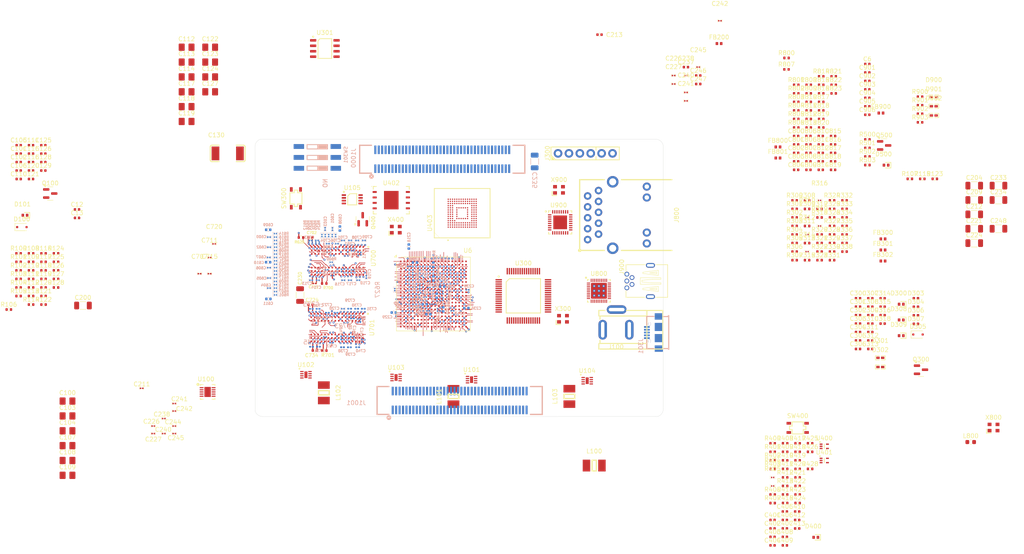
<source format=kicad_pcb>
(kicad_pcb (version 20240108) (generator "pcbnew") (generator_version "8.0")
  (layers (0 "F.Cu" signal) (1 "In1.Cu" power "GND(in-1)") (2 "In2.Cu" power "Power(in-2)") (3 "In3.Cu" signal) (4 "In4.Cu" power "GND(in-3)") (5 "In5.Cu" signal) (6 "In6.Cu" power "GND(IN-6)") (7 "In7.Cu" signal) (8 "In8.Cu" power "GND(in-8)") (31 "B.Cu" signal) (34 "B.Paste" user) (35 "F.Paste" user) (36 "B.SilkS" user "B.Silkscreen") (37 "F.SilkS" user "F.Silkscreen") (38 "B.Mask" user) (39 "F.Mask" user) (44 "Edge.Cuts" user))
  (net 0 "")
  (net 1 "PG_1V0")
  (net 2 "GND")
  (net 3 "+1V8")
  (net 4 "+1V35")
  (net 5 "+0V675_REF")
  (net 6 "VCC")
  (net 7 "PWR_EN")
  (net 8 "EFUSE_SS")
  (net 9 "+5V")
  (net 10 "/power/FB_1V0")
  (net 11 "+1V0")
  (net 12 "Net-(C107-Pad2)")
  (net 13 "PG_1V8")
  (net 14 "/power/FB_1V8")
  (net 15 "Net-(C112-Pad2)")
  (net 16 "PG_1V35")
  (net 17 "/power/FB_1V35")
  (net 18 "Net-(C117-Pad2)")
  (net 19 "PG_3V3")
  (net 20 "+3V3")
  (net 21 "/power/FB_3V3")
  (net 22 "Net-(C122-Pad2)")
  (net 23 "/power/DDR_VTT_VDDQ")
  (net 24 "+0V675")
  (net 25 "CGND")
  (net 26 "+1V8_PLL")
  (net 27 "+5V_USB_B")
  (net 28 "/zynq_jtag/VSUB_FILT")
  (net 29 "/zynq_jtag/FTDI_VPLL")
  (net 30 "/zynq_jtag/FTDI_VPHY")
  (net 31 "+1V8_FTDI")
  (net 32 "/zynq_processing_system_ps/MIO_VRFF_OV9")
  (net 33 "Net-(C401-Pad2)")
  (net 34 "PS_NRST")
  (net 35 "PS_NPOR")
  (net 36 "/zynq_processing_system_ps/EMMC_VDDI")
  (net 37 "+1V8_ETH")
  (net 38 "+1V0_ETH")
  (net 39 "+3V3_ETH")
  (net 40 "Net-(C905-Pad1)")
  (net 41 "+5V_USB_AB")
  (net 42 "+VDC")
  (net 43 "/power/LED_PWR_A")
  (net 44 "/power/LED_PWR_K")
  (net 45 "/zynq_jtag/LED_PWR_A")
  (net 46 "Net-(Q300-D)")
  (net 47 "/zynq_jtag/JTAG_TDI")
  (net 48 "/zynq_jtag/JTAG_TD0")
  (net 49 "/zynq_jtag/JTAG_TCK")
  (net 50 "/zynq_jtag/JTAG_TMS")
  (net 51 "/zynq_jtag/USB_FTDI_D_N")
  (net 52 "/zynq_jtag/USB_FTDI_D_P")
  (net 53 "/zynq_jtag/FTDI_RX_LED_A")
  (net 54 "/zynq_jtag/FTDI_RX_LED_K")
  (net 55 "/zynq_jtag/FTDI_TX_LED_K")
  (net 56 "/zynq_jtag/FTDI_TX_LED_A")
  (net 57 "/zynq_processing_system_ps/LED_PS_A")
  (net 58 "/zynq_processing_system_ps/LED_PS_K")
  (net 59 "/zynq_programmable_logic/LED_PL_A")
  (net 60 "/zynq_programmable_logic/LED_PL_K")
  (net 61 "/USB-2-HS/USB_HS_D_N")
  (net 62 "/USB-2-HS/USB_HS_D_P")
  (net 63 "/USB-2-HS/USB_HS_ID")
  (net 65 "/ethernet_gigabit/MDI2_P")
  (net 66 "/ethernet_gigabit/MDI3_P")
  (net 67 "/ethernet_gigabit/MDI0_P")
  (net 68 "/ethernet_gigabit/MDI1_P")
  (net 69 "/ethernet_gigabit/MDI0_N")
  (net 71 "/ethernet_gigabit/MDI3_N")
  (net 72 "/ethernet_gigabit/MDI1_N")
  (net 73 "/ethernet_gigabit/ETH_LED_GR_K")
  (net 74 "/ethernet_gigabit/MDI2_N")
  (net 75 "/ethernet_gigabit/ETH_LED_YL_A")
  (net 76 "MIO50")
  (net 77 "PL_B35_L6_N")
  (net 78 "PL_B35_L7_N")
  (net 79 "PL_B35_L16_P")
  (net 81 "PL_B35_L20_N")
  (net 82 "PL_B35_L13_P")
  (net 83 "PL_B35_IO25")
  (net 87 "PL_B35_L22_N")
  (net 88 "PL_B35_L3_N")
  (net 89 "MIO51")
  (net 90 "PL_B35_L24_N")
  (net 91 "PL_B35_L13_N")
  (net 93 "PL_B35_L3_P")
  (net 94 "PL_B35_L6_P")
  (net 95 "PL_B35_L5_N")
  (net 96 "PL_B35_L23_N")
  (net 97 "PL_B35_L22_P")
  (net 98 "PL_B35_L8_P")
  (net 99 "PL_B35_L8_N")
  (net 101 "PL_B35_L14_N")
  (net 102 "PL_B35_L16_N")
  (net 103 "PL_B35_L11_N")
  (net 105 "PL_B35_L14_P")
  (net 106 "PL_B35_L7_P")
  (net 107 "MIO49")
  (net 108 "PL_B35_L9_N")
  (net 111 "PL_B35_L9_P")
  (net 113 "PL_B35_L20_P")
  (net 114 "PL_B35_L5_P")
  (net 115 "PL_B35_L23_P")
  (net 116 "PL_B34_L14_P")
  (net 117 "PL_B34_L16_P")
  (net 118 "PL_B34_L10_N")
  (net 119 "PL_B34_L11_N")
  (net 120 "PL_B34_L17_N")
  (net 121 "PL_B34_L7_P")
  (net 122 "PL_B34_L17_P")
  (net 123 "PL_B34_L18_N")
  (net 124 "PL_B34_L22_N")
  (net 125 "PL_B34_L8_N")
  (net 126 "PL_B34_L15_P")
  (net 127 "PL_B34_L10_P")
  (net 128 "PL_B34_L16_N")
  (net 129 "PL_B34_L8_P")
  (net 130 "PL_B34_L18_P")
  (net 131 "DONE")
  (net 132 "PL_B34_L22_P")
  (net 133 "PL_B34_L7_N")
  (net 134 "PL_B34_L14_N")
  (net 135 "PL_B34_L11_P")
  (net 136 "PL_B34_L15_N")
  (net 137 "PL_B34_L4_P")
  (net 138 "PL_B34_L4_N")
  (net 139 "/power/SW_1V0")
  (net 140 "/power/SW_1V8")
  (net 141 "/power/SW_1V35")
  (net 142 "/power/SW_3V3")
  (net 143 "ETH_REG_OUT")
  (net 144 "Net-(Q100-G)")
  (net 145 "/zynq_processing_system_ps/FET_PS_G")
  (net 146 "/zynq_programmable_logic/FET_PL_G")
  (net 147 "/power/EFUSE_VCP")
  (net 148 "/power/EFUSE_ILIM")
  (net 149 "/power/EN_1V0")
  (net 150 "/power/EN_1V8")
  (net 151 "/power/EN_1V35")
  (net 152 "/power/EN_3V3")
  (net 153 "DDR_VTT_EN")
  (net 154 "TDI_0")
  (net 155 "TMS_0")
  (net 156 "/zynq_jtag/NINIT")
  (net 157 "/zynq_jtag/NPROGRAM")
  (net 158 "TDO_0")
  (net 159 "TCK_0")
  (net 160 "/zynq_jtag/M0")
  (net 161 "QSPI_DQ3_M0")
  (net 162 "QSPI_DQ1_M1")
  (net 163 "/zynq_jtag/M1")
  (net 164 "/zynq_jtag/M2")
  (net 165 "QSPI_DQ2_M2")
  (net 166 "/zynq_jtag/M3")
  (net 167 "QSPI_DQ0_M3")
  (net 168 "FLASH_CLK_M4")
  (net 169 "/zynq_jtag/M4")
  (net 170 "/zynq_jtag/FTDI_NRST")
  (net 171 "Net-(U301-DO)")
  (net 172 "/zynq_jtag/FTDI_EEDATA")
  (net 173 "/zynq_jtag/FTDI_EECLK")
  (net 174 "/zynq_jtag/FTDI_EECS")
  (net 175 "/zynq_jtag/FTDI_REF")
  (net 176 "/zynq_jtag/FTDI_TCK")
  (net 177 "/zynq_jtag/FTDI_TDI")
  (net 178 "/zynq_jtag/FTDI_TDO")
  (net 179 "/zynq_jtag/FTDI_TMS")
  (net 180 "/zynq_jtag/FTDI_NPOR")
  (net 181 "/zynq_jtag/FTDI_TX")
  (net 182 "UART1_RX")
  (net 183 "UART1_TX_VCFG1")
  (net 184 "/zynq_jtag/FTDI_RX")
  (net 185 "/zynq_jtag/CLK_12MHZ")
  (net 186 "/zynq_jtag/FTDI_OSCI")
  (net 187 "/zynq_processing_system_ps/VCFG0")
  (net 188 "ETH_PHY_TXCLK")
  (net 189 "/zynq_processing_system_ps/ETH_TXCLK")
  (net 190 "ETH_PHY_TXD0")
  (net 191 "/zynq_processing_system_ps/ETH_TXD0")
  (net 192 "/zynq_processing_system_ps/ETH_TXD1")
  (net 193 "ETH_PHY_TXD1")
  (net 194 "/zynq_processing_system_ps/ETH_TXD2")
  (net 195 "ETH_PHY_TXD2")
  (net 196 "ETH_PHY_TXD3")
  (net 197 "/zynq_processing_system_ps/ETH_TXD3")
  (net 198 "ETH_PHY_TXCTL")
  (net 199 "/zynq_processing_system_ps/ETH_TXCTL")
  (net 200 "/zynq_processing_system_ps/PS_LED")
  (net 201 "/zynq_processing_system_ps/ETH_NRST")
  (net 202 "ETH_NRST_+3V3")
  (net 203 "Net-(U402-~{CS})")
  (net 204 "/zynq_processing_system_ps/FLASH_CLK_M4")
  (net 205 "QSPI_CLK")
  (net 206 "/zynq_processing_system_ps/CLK_33M33")
  (net 207 "PS_CLK_33M333")
  (net 208 "/zynq_processing_system_ps/SD_D0")
  (net 209 "/zynq_processing_system_ps/SD_D1")
  (net 210 "/zynq_processing_system_ps/SD_D2")
  (net 211 "/zynq_processing_system_ps/SD_D3")
  (net 212 "/zynq_processing_system_ps/SD_CMD")
  (net 213 "/zynq_processing_system_ps/EMMC_NRST")
  (net 214 "/zynq_processing_system_ps/EMMC_CLK")
  (net 215 "/zynq_processing_system_ps/SD_CLK")
  (net 216 "/zynq_programmable_logic/NPUDC")
  (net 217 "/zynq_programmable_logic/LED_PL")
  (net 218 "/zynq_ddr/DDR_CK_P")
  (net 219 "/zynq_ddr/DDR_CK_N")
  (net 220 "/zynq_ddr/DDR_CKE")
  (net 221 "/zynq_ddr/DDR_NCS")
  (net 222 "/zynq_ddr/DDR_NRAS")
  (net 223 "/zynq_ddr/DDR_NCAS")
  (net 224 "/zynq_ddr/DDR_NWE")
  (net 225 "/zynq_ddr/DDR_BA0")
  (net 226 "/zynq_ddr/DDR_BA1")
  (net 227 "/zynq_ddr/DDR_BA2")
  (net 228 "/zynq_ddr/DDR_A0")
  (net 229 "/zynq_ddr/DDR_A1")
  (net 230 "/zynq_ddr/DDR_A2")
  (net 231 "/zynq_ddr/DDR_A3")
  (net 232 "/zynq_ddr/DDR_A4")
  (net 233 "/zynq_ddr/DDR_A5")
  (net 234 "/zynq_ddr/DDR_A6")
  (net 235 "/zynq_ddr/DDR_A7")
  (net 236 "/zynq_ddr/DDR_A8")
  (net 237 "/zynq_ddr/DDR_A9")
  (net 238 "/zynq_ddr/DDR_A10")
  (net 239 "/zynq_ddr/DDR_A11")
  (net 240 "/zynq_ddr/DDR_A12")
  (net 241 "/zynq_ddr/DDR_A13")
  (net 242 "/zynq_ddr/DDR_A14")
  (net 243 "/zynq_ddr/DDR_ODT")
  (net 244 "/zynq_ddr/DDR_NRST")
  (net 245 "/zynq_ddr/DDR_VRN")
  (net 246 "/zynq_ddr/DDR_VRP")
  (net 247 "/zynq_ddr/DDR_ZQ1")
  (net 248 "/zynq_ddr/DDR_ZQ2")
  (net 249 "ETH_RXD0")
  (net 250 "ETH_RXD1")
  (net 251 "ETH_RXD2")
  (net 252 "ETH_RXD3")
  (net 253 "ETH_RXCTL")
  (net 254 "ETH_RXCLK")
  (net 255 "/ethernet_gigabit/ETH_PHY_RXD0")
  (net 256 "/ethernet_gigabit/ETH_PHY_RXD1")
  (net 257 "/ethernet_gigabit/ETH_PHY_RXD2")
  (net 258 "/ethernet_gigabit/ETH_PHY_RXD3")
  (net 259 "/ethernet_gigabit/ETH_PHY_RXCTL")
  (net 260 "/ethernet_gigabit/ETH_PHY_RXCLK")
  (net 261 "ETH_NINT")
  (net 262 "ETH_MDIO")
  (net 263 "/ethernet_gigabit/CLK_25MHZ")
  (net 264 "/ethernet_gigabit/ETH_CLK_25MHZ")
  (net 265 "Net-(U800-XTAL_IN)")
  (net 266 "PL_CLK_125MHZ")
  (net 267 "/ethernet_gigabit/ETH_CLKOUT")
  (net 268 "/ethernet_gigabit/ETH_LED0")
  (net 269 "/ethernet_gigabit/ETH_LED1")
  (net 270 "/ethernet_gigabit/ETH_LED2")
  (net 271 "/ethernet_gigabit/ETH_RSET")
  (net 272 "USB_NRST")
  (net 273 "/USB-2-HS/USB_REFCLK_13MHZ")
  (net 274 "/USB-2-HS/CLK_13MHZ")
  (net 275 "/USB-2-HS/USB_PHY_RBIAS")
  (net 276 "/USB-2-HS/USB_PHY_VBUS")
  (net 277 "/zynq_ddr/DDR_DQ12")
  (net 282 "/zynq_ddr/DDR_DQ31")
  (net 284 "USB_CLK")
  (net 285 "USB_NXT")
  (net 287 "/zynq_ddr/DDR_DQ4")
  (net 290 "/zynq_ddr/DDR_DQ17")
  (net 293 "USB_DATA2")
  (net 294 "/zynq_ddr/DDR_DQ1")
  (net 295 "/zynq_ddr/DDR_DQ2")
  (net 296 "/zynq_ddr/DDR_DQ22")
  (net 297 "/zynq_ddr/DDR_DQS0_N")
  (net 298 "/zynq_ddr/DDR_DQ10")
  (net 299 "/zynq_ddr/DDR_DQS1_N")
  (net 301 "/zynq_ddr/DDR_DQ16")
  (net 303 "/zynq_ddr/DDR_DQ19")
  (net 305 "/zynq_ddr/DDR_DQ14")
  (net 306 "/zynq_ddr/DDR_DQ9")
  (net 308 "/zynq_ddr/DDR_DQ3")
  (net 310 "USB_DATA3")
  (net 311 "/zynq_ddr/DDR_DQ20")
  (net 313 "ETH_MDC")
  (net 314 "/zynq_ddr/DDR_DQ27")
  (net 315 "/zynq_ddr/DDR_DQ24")
  (net 318 "MIO44")
  (net 319 "/zynq_ddr/DDR_DQ26")
  (net 326 "USB_DATA1")
  (net 327 "/zynq_ddr/DDR_DQS0_P")
  (net 329 "/zynq_ddr/DDR_DQ8")
  (net 330 "/zynq_ddr/DDR_DM2")
  (net 331 "USB_DATA5")
  (net 332 "/zynq_ddr/DDR_DQ0")
  (net 334 "/zynq_ddr/DDR_DM0")
  (net 335 "/zynq_ddr/DDR_DQ6")
  (net 336 "/zynq_ddr/DDR_DQ13")
  (net 337 "/zynq_ddr/DDR_DQ28")
  (net 338 "MIO47")
  (net 341 "/zynq_ddr/DDR_DQS1_P")
  (net 342 "/zynq_ddr/DDR_DQS3_P")
  (net 344 "/zynq_ddr/DDR_DQ29")
  (net 346 "/zynq_ddr/DDR_DQ18")
  (net 350 "/zynq_ddr/DDR_DQS3_N")
  (net 351 "QSPI_NCS")
  (net 352 "/zynq_ddr/DDR_DQ15")
  (net 354 "/zynq_ddr/DDR_DM3")
  (net 359 "USB_STP")
  (net 363 "MIO46")
  (net 364 "/zynq_ddr/DDR_DQ23")
  (net 365 "/zynq_ddr/DDR_DQS2_P")
  (net 368 "/zynq_ddr/DDR_DQ21")
  (net 369 "MIO48")
  (net 375 "USB_DATA7")
  (net 377 "USB_DATA6")
  (net 378 "USB_DATA4")
  (net 379 "/zynq_ddr/DDR_DQ5")
  (net 383 "MIO45")
  (net 389 "/zynq_ddr/DDR_DQ30")
  (net 390 "/zynq_ddr/DDR_DQ7")
  (net 394 "USB_DIR")
  (net 397 "/zynq_ddr/DDR_DQS2_N")
  (net 398 "USB_DATA0")
  (net 399 "/zynq_ddr/DDR_DQ11")
  (net 401 "/zynq_ddr/DDR_DM1")
  (net 407 "MIO43")
  (net 412 "/zynq_ddr/DDR_DQ25")
  (footprint "Footprint-Lib-PhilsLab:SRP0415" (layer "F.Cu") (at 188.7 133.5)
    (property "Reference" "L100")
    (property "Value" "2uh2")
  )
  (footprint "easyeda2kicad_foorprint:C0201" (layer "F.Cu") (at 212.95 40.62)
    (property "Reference" "C245")
    (property "Value" "470n")
  )
  (footprint "Resistor_SMD:R_0402_1005Metric" (layer "F.Cu") (at 244.14 75.67)
    (property "Reference" "R326")
    (property "Value" "12K")
  )
  (footprint "Diode_SMD:D_0402_1005Metric" (layer "F.Cu") (at 263.685 94.51)
    (property "Reference" "D303")
    (property "Value" "Varistor")
  )
  (footprint "Resistor_SMD:R_0402_1005Metric" (layer "F.Cu") (at 230.29 140.25)
    (property "Reference" "R406")
    (property "Value" "22R")
  )
  (footprint "easyeda2kicad_foorprint:C0201" (layer "F.Cu") (at 85.915 124.29)
    (property "Reference" "C226")
    (property "Value" "470n")
  )
  (footprint "Footprint-Lib-PhilsLab:SOIC-8" (layer "F.Cu") (at 125.92 36.29)
    (property "Reference" "U301")
    (property "Value" "93LC56BT-I/SN")
  )
  (footprint "Resistor_SMD:R_0402_1005Metric" (layer "F.Cu") (at 264.65 47.52)
    (property "Reference" "R900")
    (property "Value" "1k")
  )
  (footprint "Capacitor_SMD:C_0402_1005Metric" (layer "F.Cu") (at 233.14 144.22)
    (property "Reference" "C405")
    (property "Value" "100n")
  )
  (footprint "easyeda2kicad_foorprint:C0201" (layer "F.Cu") (at 85.915 126.04)
    (property "Reference" "C227")
    (property "Value" "470n")
  )
  (footprint "Footprint-Lib-PhilsLab:SRP0415" (layer "F.Cu") (at 155.89 117.39 90)
    (property "Reference" "L101")
    (property "Value" "2uh2")
  )
  (footprint "Resistor_SMD:R_0402_1005Metric" (layer "F.Cu") (at 235.41 71.69)
    (property "Reference" "R300")
    (property "Value" "4K7")
  )
  (footprint "Resistor_SMD:R_0402_1005Metric" (layer "F.Cu") (at 63.2555 84.0345)
    (property "Reference" "R124")
    (property "Value" "510")
  )
  (footprint "easyeda2kicad_foorprint:C0201" (layer "F.Cu") (at 217.99 29.83)
    (property "Reference" "C242")
    (property "Value" "470n")
  )
  (footprint "Resistor_SMD:R_0402_1005Metric" (layer "F.Cu") (at 238.7 54.71)
    (property "Reference" "R813")
    (property "Value" "1k")
  )
  (footprint "Resistor_SMD:R_0402_1005Metric" (layer "F.Cu") (at 235.79 54.71)
    (property "Reference" "R806")
    (property "Value" "1k")
  )
  (footprint "Resistor_SMD:R_0402_1005Metric" (layer "F.Cu") (at 264.65 51.5)
    (property "Reference" "R902")
    (property "Value" "8K06")
  )
  (footprint "Capacitor_SMD:C_1206_3216Metric" (layer "F.Cu") (at 120.14 93.75 90)
    (property "Reference" "C230")
    (property "Value" "100u")
  )
  (footprint "easyeda2kicad_foorprint:C0201" (layer "F.Cu") (at 90.815 124.29)
    (property "Reference" "C244")
    (property "Value" "470n")
  )
  (footprint "Capacitor_SMD:C_0402_1005Metric" (layer "F.Cu") (at 233.14 152.1)
    (property "Reference" "C409")
    (property "Value" "2u2")
  )
  (footprint "Footprint-Lib-PhilsLab:LED_0402_RED" (layer "F.Cu") (at 256.73472 63.48153)
    (property "Reference" "D500")
    (property "Value" "RED")
  )
  (footprint "Capacitor_SMD:C_0402_1005Metric" (layer "F.Cu") (at 250.19 102.38)
    (property "Reference" "C304")
    (property "Value" "100n")
  )
  (footprint "Resistor_SMD:R_0402_1005Metric" (layer "F.Cu") (at 238.7 44.76)
    (property "Reference" "R808")
    (property "Value" "22R")
  )
  (footprint "Resistor_SMD:R_0402_1005Metric" (layer "F.Cu") (at 235.41 83.63)
    (property "Reference" "R306")
    (property "Value" "22R")
  )
  (footprint "Resistor_SMD:R_0402_1005Metric" (layer "F.Cu") (at 238.7 48.74)
    (property "Reference" "R810")
    (property "Value" "22R")
  )
  (footprint "Capacitor_SMD:C_0402_1005Metric" (layer "F.Cu") (at 57.4255 60.7945)
    (property "Reference" "C115")
    (property "Value" "100n")
  )
  (footprint "Footprint-Lib-PhilsLab:BGA96C80P9X16_900X1300X120" (layer "F.Cu") (at 128.76 101.35 -90)
    (property "Reference" "U701")
    (property "Value" "MT41K256M16TW-107 IT:P" (hide yes))
  )
  (footprint "Footprint-Lib-PhilsLab:QFN-40-0.4-EP" (layer "F.Cu") (at 189.8 92.765)
    (property "Reference" "U800")
    (property "Value" "RTL8211F-CG")
  )
  (footprint "Resistor_SMD:R_0402_1005Metric" (layer "F.Cu") (at 238.7 50.73)
    (property "Reference" "R811")
    (property "Value" "22R")
  )
  (footprint "Package_TO_SOT_SMD:SOT-23" (layer "F.Cu") (at 256.28 58.885)
    (property "Reference" "Q500")
    (property "Value" "T2N7002AK")
  )
  (footprint "Capacitor_SMD:C_0402_1005Metric" (layer "F.Cu") (at 57.4255 62.7645)
    (property "Reference" "C116")
    (property "Value" "22p")
  )
  (footprint "Capacitor_SMD:C_1206_3216Metric" (layer "F.Cu") (at 277.28 74.95)
    (property "Reference" "C212")
    (property "Value" "100u")
  )
  (footprint "Capacitor_SMD:C_0402_1005Metric" (layer "F.Cu") (at 252.36 45.82)
    (property "Reference" "C903")
    (property "Value" "100n")
  )
  (footprint "Footprint-Lib-PhilsLab:LED_0402_RED" (layer "F.Cu") (at 260.26472 95.89153)
    (property "Reference" "D300")
    (property "Value" "RED")
  )
  (footprint "Capacitor_SMD:C_0402_1005Metric" (layer "F.Cu") (at 60.2955 58.8245)
    (property "Reference" "C125")
    (property "Value" "4u7")
  )
  (footprint "Capacitor_SMD:C_0402_1005Metric" (layer "F.Cu") (at 233.14 150.13)
    (property "Reference" "C408")
    (property "Value" "100n")
  )
  (footprint "Resistor_SMD:R_0402_1005Metric" (layer "F.Cu") (at 241.61 46.75)
    (property "Reference" "R816")
    (property "Value" "22R")
  )
  (footprint "easyeda2kicad_foorprint:C0201" (layer "F.Cu") (at 90.815 120.79)
    (property "Reference" "C242")
    (property "Value" "470n")
  )
  (footprint "Capacitor_SMD:C_0402_1005Metric" (layer "F.Cu") (at 238.64 62.6)
    (property "Reference" "C808")
    (property "Value" "100n")
  )
  (footprint "Resistor_SMD:R_0402_1005Metric" (layer "F.Cu") (at 60.3455 88.0145)
    (property "Reference" "R118")
    (property "Value" "12K")
  )
  (footprint "Capacitor_SMD:C_0402_1005Metric" (layer "F.Cu") (at 244.38 58.66)
    (property "Reference" "C816")
    (property "Value" "4u7")
  )
  (footprint "Resistor_SMD:R_0402_1005Metric" (layer "F.Cu") (at 247.05 79.65)
    (property "Reference" "R336")
    (property "Value" "510")
  )
  (footprint "Capacitor_SMD:C_0402_1005Metric" (layer "F.Cu") (at 122.54 80.37 180)
    (property "Reference" "C702")
    (property "Value" "4u7")
  )
  (footprint "Resistor_SMD:R_0402_1005Metric" (layer "F.Cu") (at 52.25 97.13)
    (property "Reference" "R106")
    (property "Value" "68K")
  )
  (footprint "Capacitor_SMD:C_0402_1005Metric" (layer "F.Cu") (at 253.06 100.41)
    (property "Reference" "C310")
    (property "Value" "100n")
  )
  (footprint "Resistor_SMD:R_0402_1005Metric" (layer "F.Cu") (at 239.02 128.31)
    (property "Reference" "R425")
    (property "Value" "10k")
  )
  (footprint "Resistor_SMD:R_0402_1005Metric" (layer "F.Cu") (at 244.14 71.69)
    (property "Reference" "R324")
    (property "Value" "12K")
  )
  (footprint "Capacitor_SMD:C_0402_1005Metric" (layer "F.Cu") (at 252.36 49.76)
    (property "Reference" "C905")
    (property "Value" "4u7")
  )
  (footprint "easyeda2kicad_foorprint:C0402" (layer "F.Cu") (at 255.39 108.38)
    (property "Reference" "D301")
    (property "Value" "Varistor")
  )
  (footprint "Footprint-Lib-PhilsLab:CAP_0805" (layer "F.Cu") (at 93.69 42.912)
    (property "Reference" "C114")
    (property "Value" "22u")
  )
  (footprint "Footprint-Lib-PhilsLab:FB_0402" (layer "F.Cu") (at 231.5225 59.2325)
    (property "Reference" "FB800")
    (property "Value" "120R")
  )
  (footprint "Capacitor_SMD:C_0402_1005Metric" (layer "F.Cu") (at 252.36 39.91)
    (property "Reference" "C6")
    (property "Value" "100n")
  )
  (footprint "Capacitor_SMD:C_0402_1005Metric" (layer "F.Cu") (at 235.77 64.57)
    (property "Reference" "C804")
    (property "Value" "100n")
  )
  (footprint "Resistor_SMD:R_0402_1005Metric" (layer "F.Cu") (at 241.61 48.74)
    (property "Reference" "R817")
    (property "Value" "22R")
  )
  (footprint "Resistor_SMD:R_0402_1005Metric" (layer "F.Cu") (at 239.02 130.3)
    (property "Reference" "R426")
    (property "Value" "DNP_OR")
  )
  (footprint "Resistor_SMD:R_0402_1005Metric" (layer "F.Cu") (at 233.52 41.15)
    (property "Reference" "R807")
    (property "Value" "22R")
  )
  (footprint "MTFC8GAKAJCN-4M_IT:BGA153N50P14X14_1150X1300X100" (layer "F.Cu") (at 157.93 74.67 90)
    (property "Reference" "U403")
    (property "Value" "MTFC8GAKAJCN-4M_IT")
  )
  (footprint "Footprint-Lib-PhilsLab:SKRPANE010" (layer "F.Cu") (at 236.13284 124.715)
    (property "Reference" "SW400")
    (property "Value" "SKRPANE010")
  )
  (footprint "Resistor_SMD:R_0402_1005Metric" (layer "F.Cu") (at 63.2555 90.0045)
    (property "Reference" "R127")
    (property "Value" "1k")
  )
  (footprint "Footprint-Lib-PhilsLab:DFN2x2-8" (layer "F.Cu") (at 121.505 112.33)
    (property "Reference" "U102")
    (property "Value" "SY8003ADFC")
  )
  (footprint "Footprint-Lib-PhilsLab:WSON-8-8X6" (layer "F.Cu") (at 141.4 71.635)
    (property "Reference" "U402")
    (property "Value" "W25Q128JVEIQ")
  )
  (footprint "Resistor_SMD:R_0402_1005Metric" (layer "F.Cu") (at 241.23 73.68)
    (property "Reference" "R317")
    (property "Value" "DNP_OR")
  )
  (footprint "Resistor_SMD:R_0402_1005Metric" (layer "F.Cu") (at 252.38 63.45)
    (property "Reference" "R503")
    (property "Value" "510")
  )
  (footprint "Capacitor_SMD:C_0402_1005Metric" (layer "F.Cu") (at 250.19 94.5)
    (property "Reference" "C300")
    (property "Value" "100n")
  )
  (footprint "Capacitor_SMD:C_0402_1005Metric" (layer "F.Cu") (at 60.2955 60.7945)
    (property "Reference" "C126")
    (property "Value" "4u7")
  )
  (footprint "Capacitor_SMD:C_0402_1005Metric" (layer "F.Cu") (at 255.93 98.44)
    (property "Reference" "C316")
    (property "Value" "100n")
  )
  (footprint "Capacitor_SMD:C_0402_1005Metric" (layer "F.Cu") (at 252.36 51.73)
    (property "Reference" "C906")
    (property "Value" "4u7")
  )
  (footprint "Footprint-Lib-PhilsLab:CAP_0805" (layer "F.Cu") (at 99.183 35.99)
    (property "Reference" "C122")
    (property "Value" "22u")
  )
  (footprint "Resistor_SMD:R_0402_1005Metric" (layer "F.Cu") (at 268.09 66.67)
    (property "Reference" "R123")
    (property "Value" "12K")
  )
  (footprint "Resistor_SMD:R_0402_1005Metric" (layer "F.Cu") (at 244.52 46.75)
    (property "Reference" "R823")
    (property "Value" "510")
  )
  (footprint "Capacitor_SMD:C_1206_3216Metric" (layer "F.Cu") (at 282.93 78.3)
    (property "Reference" "C248")
    (property "Value" "100u")
  )
  (footprint "Footprint-Lib-PhilsLab:SOT-5" (layer "F.Cu") (at 242.325 132.315)
    (property "Reference" "U401")
    (property "Value" "SN74LVC1G07DRLR")
  )
  (footprint "Resistor_SMD:R_0402_1005Metric" (layer "F.Cu") (at 57.4355 95.9745)
    (property "Reference" "R114")
    (property "Value" "100K")
  )
  (footprint "Resistor_SMD:R_0402_1005Metric" (layer "F.Cu") (at 247.05 71.69)
    (property "Reference" "R332")
    (property "Value" "22R")
  )
  (footprint "Resistor_SMD:R_0402_1005Metric" (layer "F.Cu") (at 241.23 83.63)
    (property "Reference" "R322")
    (property "Value" "100k")
  )
  (footprint "Resistor_SMD:R_0402_1005Metric" (layer "F.Cu") (at 235.79 50.73)
    (property "Reference" "R804")
    (property "Value" "4K7")
  )
  (footprint "Resistor_SMD:R_0402_1005Metric" (layer "F.Cu") (at 63.2555 88.0145)
    (property "Reference" "R126")
    (property "Value" "100k")
  )
  (footprint "Package_TO_SOT_SMD:SOT-23" (layer "F.Cu") (at 264.8725 111.16)
    (property "Reference" "Q300")
    (property "Value" "T2N7002AK")
  )
  (footprint "Capacitor_SMD:C_0402_1005Metric" (layer "F.Cu") (at 244.38 60.63)
    (property "Reference" "C817")
    (property "Value" "100n")
  )
  (footprint "Footprint-Lib-PhilsLab:FB_0402" (layer "F.Cu") (at 256.01 80.67)
    (property "Reference" "FB300")
    (property "Value" "120R")
  )
  (footprint "Resistor_SMD:R_0402_1005Metric" (layer "F.Cu") (at 241.23 79.65)
    (property "Reference" "R320")
    (property "Value" "DNP_OR")
  )
  (footprint "Capacitor_SMD:C_0402_1005Metric" (layer "F.Cu") (at 250.19 106.32)
    (property "Reference" "C306")
    (property "Value" "100n")
  )
  (footprint "Resistor_SMD:R_0402_1005Metric" (layer "F.Cu") (at 252.38 59.47)
    (property "Reference" "R501")
    (property "Value" "100k")
  )
  (footprint "Resistor_SMD:R_0402_1005Metric" (layer "F.Cu") (at 244.14 79.65)
    (property "Reference" "R328")
    (property "Value" "12K")
  )
  (footprint "Capacitor_SMD:C_0402_1005Metric" (layer "F.Cu") (at 235.77 58.66)
    (property "Reference" "C801")
    (property "Value" "100n")
  )
  (footprint "easyeda2kicad_foorprint:C0201" (layer "F.Cu") (at 210.08 48.5)
    (property "Reference" "C241")
    (property "Value" "470n")
  )
  (footprint "Capacitor_SMD:C_0402_1005Metric" (layer "F.Cu") (at 252.36 41.88)
    (property "Reference" "C901")
    (property "Value" "100n")
  )
  (footprint "Resistor_SMD:R_0402_1005Metric" (layer "F.Cu") (at 233.2 142.24)
    (property "Reference" "R416")
    (property "Value" "100k")
  )
  (footprint "Footprint-Lib-PhilsLab:CAP_0805" (layer "F.Cu") (at 93.69 46.373)
    (property "Reference" "C117")
    (property "Value" "22u")
  )
  (footprint "easyeda2kicad_foorprint:C0402" (layer "F.Cu") (at 267.85 49.75)
    (property "Reference" "D901")
    (property "Value" "Varistor")
  )
  (footprint "Capacitor_SMD:C_0402_1005Metric" (layer "F.Cu") (at 212.95 44.56)
    (property "Reference" "C247")
    (property "Value" "4u7")
  )
  (footprint "Capacitor_SMD:C_0402_1005Metric" (layer "F.Cu") (at 255.93 100.41)
    (property "Reference" "C318")
    (property "Value" "100n")
  )
  (footprint "Footprint-Lib-PhilsLab:DFN2x2-8" (layer "F.Cu") (at 187.07 113.72)
    (property "Reference" "U104")
    (property "Value" "SY8003ADFC")
  )
  (footprint "Resistor_SMD:R_0402_1005Metric" (layer "F.Cu") (at 247.05 83.63)
    (property "Reference" "R338")
    (property "Value" "22R")
  )
  (footprint "easyeda2kicad_foorprint:C0201" (layer "F.Cu") (at 210.08 42.59)
    (property "Reference" "C238")
    (property "Value" "470n")
  )
  (footprint "easyeda2kicad_foorprint:C0201" (layer "F.Cu") (at 207.21 44.56)
    (property "Reference" "C227")
    (property "Value" "470n")
  )
  (footprint "Resistor_SMD:R_0402_1005Metric" (layer "F.Cu") (at 247.05 81.64)
    (property "Reference" "R337")
    (property "Value" "510")
  )
  (footprint "Resistor_SMD:R_0402_1005Metric" (layer "F.Cu") (at 241.61 42.77)
    (property "Reference" "R814")
    (property "Value" "1k")
  )
  (footprint "Footprint-Lib-PhilsLab:DFN3x3_10L" (layer "F.Cu") (at 98.585 116.34)
    (property "Reference" "U100")
    (property "Value" "LS1205EVD33")
  )
  (footprint "Resistor_SMD:R_0402_1005Metric" (layer "F.Cu") (at 54.5255 86.0245)
    (property "Reference" "R101")
    (property "Value" "12K")
  )
  (footprint "easyeda2kicad_foorprint:C0201" (layer "F.Cu") (at 90.815 126.04)
    (property "Reference" "C245")
    (property "Value" "470n")
  )
  (footprint "Resistor_SMD:R_0402_1005Metric" (layer "F.Cu") (at 230.29 132.29)
    (property "Reference" "R402")
    (property "Value" "12K")
  )
  (footprint "Capacitor_SMD:C_1206_3216Metric" (layer "F.Cu") (at 277.28 81.65)
    (property "Reference" "C224")
    (property "Value" "100u")
  )
  (footprint "Footprint-Lib-PhilsLab:FB_0402" (layer "F.Cu") (at 256.01 83.245)
    (property "Reference" "FB301")
    (property "Value" "120R")
  )
  (footprint "Resistor_SMD:R_0402_1005Metric" (layer "F.Cu") (at 265.18 66.67)
    (property "Reference" "R115")
    (property "Value" "12K")
  )
  (footprint "Footprint-Lib-PhilsLab:LED_0402_RED" (layer "F.Cu") (at 240.34472 150.23153)
    (property "Reference" "D400")
    (property "Value" "RED")
  )
  (footprint "Footprint-Lib-PhilsLab:CAP_0805" (layer "F.Cu") (at 65.93 121.931)
    (property "Reference" "C103")
    (property "Value" "22u")
  )
  (footprint "Resistor_SMD:R_0402_1005Metric" (layer "F.Cu") (at 238.32 73.68)
    (property "Reference" "R309")
    (property "Value" "510")
  )
  (footprint "Resistor_SMD:R_0402_1005Metric" (layer "F.Cu") (at 230.29 128.31)
    (property "Reference" "R400")
    (property "Value" "12K")
  )
  (footprint "Resistor_SMD:R_0402_1005Metric" (layer "F.Cu") (at 235.41 75.67)
    (property "Reference" "R302")
    (property "Value" "4K7")
  )
  (footprint "Resistor_SMD:R_0402_1005Metric" (layer "F.Cu") (at 57.4355 91.9945)
    (property "Reference" "R112")
    (property "Value" "100K")
  )
  (footprint "Capacitor_SMD:C_0402_1005Metric" (layer "F.Cu") (at 250.19 104.35)
    (property "Reference" "C305")
    (property "Value" "4u7")
  )
  (footprint "Resistor_SMD:R_0402_1005Metric" (layer "F.Cu") (at 235.41 81.64)
    (property "Reference" "R305")
    (property "Value" "22R")
  )
  (footprint "Resistor_SMD:R_0402_1005Metric" (layer "F.Cu") (at 54.5255 93.9845)
    (property "Reference" "R105")
    (property "Value" "12K")
  )
  (footprint "Footprint-Lib-PhilsLab:CAP_0805" (layer "F.Cu") (at 99.183 46.373)
    (property "Reference" "C127")
    (property "Value" "22u")
  )
  (footprint "easyeda2kicad_foorprint:R0201" (layer "F.Cu") (at 241.23 77.66)
    (property "Reference" "R319")
    (property "Value" "20K")
  )
  (footprint "Resistor_SMD:R_0402_1005Metric" (layer "F.Cu") (at 230.29 134.28)
    (property "Reference" "R403")
    (property "Value" "4K7")
  )
  (footprint "easyeda2kicad_foorprint:C0201" (layer "F.Cu") (at 207.21 42.59)
    (property "Reference" "C226")
    (property "Value" "470n")
  )
  (footprint "Resistor_SMD:R_0402_1005Metric" (layer "F.Cu") (at 125.78 106.7)
    (property "Reference" "R701")
    (property "Value" "240R")
  )
  (footprint "MountingHole:MountingHole_3.2mm_M3" (layer "F.Cu") (at 113.69 118.26)
    (property "Reference" "H3" (hide yes))
    (property "Value" "MountingHole" (hide yes))
  )
  (footprint "Footprint-Lib-PhilsLab:DFN2x2-8" (layer "F.Cu") (at 160.11 113.47)
    (property "Reference" "U101")
    (property "Value" "SY8003ADFC")
  )
  (footprint "MountingHole:MountingHole_3.2mm_M3" (layer "F.Cu") (at 200.92 61.87)
    (property "Reference" "H1" (hide yes))
    (property "Value" "MountingHole" (hide yes))
  )
  (footprint "MountingHole:MountingHole_3.2mm_M3" (layer "F.Cu") (at 200.76 118.24)
    (property "Reference" "H4" (hide yes))
    (property "Value" "MountingHole" (hide yes))
  )
  (footprint "Footprint-Lib-PhilsLab:QFN-32-5x5x0.85mm" (layer "F.Cu") (at 180.77 76.81)
    (property "Reference" "U900")
    (property "Value" "USB3320C-EZK-TR")
  )
  (footprint "Footprint-Lib-PhilsLab:CAP_0805" (layer "F.Cu") (at 65.93 128.853)
    (property "Reference" "C107")
    (property "Value" "22u")
  )
  (footprint "Resistor_SMD:R_0402_1005Metric" (layer "F.Cu") (at 120.35 80.34)
    (property "Reference" "R625")
    (property "Value" "4K7")
  )
  (footprint "Capacitor_SMD:C_0402_1005Metric" (layer "F.Cu") (at 122.58 96 180)
    (property "Reference" "C724")
    (property "Value" "4u7")
  )
  (footprint "Diode_SMD:D_0402_1005Metric" (layer "F.Cu") (at 263.685 98.49)
    (property "Reference" "D306")
    (property "Value" "Varistor")
  )
  (footprint "Capacitor_SMD:C_0402_1005Metric" (layer "F.Cu") (at 68.1455 75.7745)
    (property "Reference" "C13")
    (property "Value" "47n")
  )
  (footprint "Resistor_SMD:R_0402_1005Metric" (layer "F.Cu") (at 241.61 44.76)
    (property "Reference" "R815")
    (property "Value" "22R")
  )
  (footprint "Resistor_SMD:R_0402_1005Metric" (layer "F.Cu") (at 264.65 53.49)
    (property "Reference" "R903")
    (property "Value" "12K")
  )
  (footprint "Capacitor_SMD:C_0402_1005Metric" (layer "F.Cu") (at 236.01 148.16)
    (property "Reference" "C413")
    (property "Value" "100n")
  )
  (footprint "Capacitor_SMD:C_0402_1005Metric" (layer "F.Cu") (at 235.77 60.63)
    (property "Reference" "C802")
    (property "Value" "100n")
  )
  (footprint "Capacitor_SMD:C_0402_1005Metric" (layer "F.Cu") (at 244.38 56.69)
    (property "Reference" "C815")
    (property "Value" "4u7")
  )
  (footprint "easyeda2kicad_foorprint:C0201" (layer "F.Cu") (at 90.815 119.04)
    (property "Reference" "C241")
    (property "Value" "470n")
  )
  (footprint "Resistor_SMD:R_0402_1005Metric" (layer "F.Cu") (at 238.32 85.62)
    (property "Reference" "R315")
    (property "Value" "1k")
  )
  (footprint "easyeda2kicad_foorprint:C0201" (layer "F.Cu") (at 83.22 115.49)
    (property "Reference" "C211")
    (property "Value" "470n")
  )
  (footprint "Resistor_SMD:R_0402_1005Metric" (layer "F.Cu") (at 233.2 128.31)
    (property "Reference" "R408")
    (property "Value" "22R")
  )
  (footprint "Capacitor_SMD:C_1206_3216Metric" (layer "F.Cu") (at 69.5355 96.1945)
    (property "Reference" "C200")
    (property "Value" "100u")
  )
  (footprint "Footprint-Lib-PhilsLab:FB_0402" (layer "F.Cu") (at 256.01 85.82)
    (property "Reference" "FB302")
    (property "Value" "120R")
  )
  (footprint "Capacitor_SMD:C_0402_1005Metric" (layer "F.Cu") (at 57.4255 58.8245)
    (property "Reference" "C111")
    (property "Value" "22p")
  )
  (footprint "Resistor_SMD:R_0402_1005Metric" (layer "F.Cu") (at 244.14 83.63)
    (property "Reference" "R330")
    (property "Value" "22R")
  )
  (footprint "Capacitor_SMD:C_0402_1005Metric" (layer "F.Cu") (at 233.14 148.16)
    (property "Reference" "C407")
    (property "Value" "2u2")
  )
  (footprint "Footprint-Lib-PhilsLab:XTAL_2520" (layer "F.Cu") (at 281.77784 124.62976)
    (property "Reference" "X800")
    (property "Value" "ECS-2520MV-250")
  )
  (footprint "Capacitor_SMD:C_0402_1005Metric" (layer "F.Cu") (at 253.06 104.35)
    (property "Reference" "C312")
    (property "Value" "100n")
  )
  (footprint "Footprint-Lib-PhilsLab:MSOP8" (layer "F.Cu") (at 132.300005 71.427625)
    (property "Reference" "U105")
    (property "Value" "BD3539FVM-TR")
  )
  (footprint "Capacitor_SMD:C_0402_1005Metric" (layer "F.Cu") (at 238.64 56.69)
    (property "Reference" "C805")
    (property "Value" "100n")
  )
  (footprint "easyeda2kicad_foorprint:C0201" (layer "F.Cu") (at 99.045 88.7814)
    (property "Reference" "C715")
    (property "Value" "47n")
  )
  (footprint "Resistor_SMD:R_0402_1005Metric" (layer "F.Cu") (at 241.61 54.71)
    (property "Reference" "R820")
    (property "Value" "4K7")
  )
  (footprint "Capacitor_SMD:C_0402_1005Metric" (layer "F.Cu") (at 255.93 94.5)
    (property "Reference" "C314")
    (property "Value" "100n")
  )
  (footprint "Footprint-Lib-PhilsLab:FB_0402" (layer "F.Cu") (at 217.8 35.14)
    (property "Reference" "FB200")
    (property "Value" "120R")
  )
  (footprint "Capacitor_SMD:C_0402_1005Metric" (layer "F.Cu") (at 253.06 94.5)
    (property "Reference" "C307")
    (property "Value" "100n")
  )
  (footprint "Footprint-Lib-PhilsLab:FB_0402" (layer "F.Cu") (at 231.5225 61.8075)
    (property "Reference" "FB801")
    (property "Value" "120R")
  )
  (footprint "Capacitor_SMD:C_1206_3216Metric" (layer "F.Cu") (at 282.93 68.25)
    (property "Reference" "C233")
    (property "Value" "100u")
  )
  (footprint "Resistor_SMD:R_0402_1005Metric" (layer "F.Cu") (at 57.4355 88.0145)
    (property "Reference" "R110")
    (property "Value" "12K")
  )
  (footprint "easyeda2kicad_foorprint:C0201" (layer "F.Cu") (at 88.365 122.54)
    (property "Reference" "C238")
    (property "Value" "470n")
  )
  (footprint "Footprint-Lib-PhilsLab:CAP_0805" (layer "F.Cu") (at 99.183 39.451)
    (property "Reference" "C123")
    (property "Value" "22u")
  )
  (footprint "easyeda2kicad_foorprint:C0201" (layer "F.Cu") (at 100.12 81.83)
    (property "Reference" "C720")
    (property "Value" "47n")
  )
  (footprint "Footprint-Lib-PhilsLab:LED_0402_RED" (layer "F.Cu") (at 56.02022 75.15603)
    (property "Reference" "D101")
    (property "Value" "RED")
  )
  (footprint "easyeda2kicad_foorprint:R0201" (layer "F.Cu") (at 230.29 136.27)
    (property "Reference" "R404")
    (property "Value" "20K")
  )
  (footprint "Diode_SMD:D_SOD-323F" (layer "F.Cu") (at 264.165 102.95)
    (property "Reference" "D305")
    (property "Value" "PMEG1030EJ")
  )
  (footprint "Resistor_SMD:R_0402_1005Metric" (layer "F.Cu") (at 60.3455 95.9745)
    (property "Reference" "R122")
    (property "Value" "100K")
  )
  (footprint "Capacitor_SMD:C_0402_1005Metric" (layer "F.Cu") (at 230.27 146.19)
    (property "Reference" "C401")
    (property "Value" "100n")
  )
  (footprint "Footprint-Lib-PhilsLab:CAP_0805" (layer "F.Cu") (at 65.93 118.47)
    (property "Reference" "C100")
    (property "Value" "22u")
  )
  (footprint "Capacitor_SMD:C_0402_1005Metric" (layer "F.Cu") (at 57.4255 66.7045)
    (property "Reference" "C121")
    (property "Value" "22p")
  )
  (footprint "Resistor_SMD:R_0402_1005Metric" (layer "F.Cu") (at 235.41 73.68)
    (property "Reference" "R301")
    (property "Value" "4K7")
  )
  (footprint "Capacitor_SMD:C_0402_1005Metric" (layer "F.Cu") (at 230.27 148.16)
    (property "Reference" "C402")
    (property "Value" "100n")
  )
  (footprint "Resistor_SMD:R_0402_1005Metric" (layer "F.Cu") (at 54.5255 90.0045)
    (property "Reference" "R103")
    (property "Value" "12K")
  )
  (footprint "Footprint-Lib-PhilsLab:SRP0415" (layer "F.Cu") (at 182.91 117.38 90)
    (property "Reference" "L103")
    (property "Value" "2uh2")
  )
  (footprint "Resistor_SMD:R_0402_1005Metric" (layer "F.Cu") (at 244.14 73.68)
    (property "Reference" "R325")
    (property "Value" "2K49")
  )
  (footprint "Resistor_SMD:R_0402_1005Metric" (layer "F.Cu") (at 63.2555 86.0245)
    (property "Reference" "R125")
    (property "Value" "12K")
  )
  (footprint "Resistor_SMD:R_0402_1005Metric" (layer "F.Cu") (at 241.23 85.62)
    (property "Reference" "R323")
    (property "Value" "100k")
  )
  (footprint "Capacitor_SMD:C_1206_3216Metric" (layer "F.Cu") (at 277.28 68.25)
    (property "Reference" "C204")
    (property "Value" "100u")
  )
  (footprint "Capacitor_SMD:C_0402_1005Metric" (layer "F.Cu") (at 54.5555 64.7345)
    (property "Reference" "C106")
    (property "Value" "22p")
  )
  (footprint "Resistor_SMD:R_0402_1005Metric" (layer "F.Cu") (at 247.05 75.67)
    (property "Reference" "R334")
    (property "Value" "22R")
  )
  (footprint "Resistor_SMD:R_0402_1005Metric" (layer "F.Cu") (at 60.3455 84.0345)
    (property "Reference" "R116")
    (property "Value" "124K")
  )
  (footprint "easyeda2kicad_foorprint:R0201" (layer "F.Cu") (at 238.32 79.65)
    (property "Reference" "R312")
    (property "Value" "20K")
  )
  (footprint "Resistor_SMD:R_0402_1005Metric" (layer "F.Cu") (at 264.65 49.51)
    (property "Reference" "R901")
    (property "Value" "22R")
  )
  (footprint "Resistor_SMD:R_0402_1005Metric" (layer "F.Cu") (at 233.2 130.3)
    (property "Reference" "R409")
    (property "Value" "22R")
  )
  (footprint "Resistor_SMD:R_0402_1005Metric" (layer "F.Cu") (at 60.3455 90.0045)
    (property "Reference" "R119")
    (property "Value" "100K")
  )
  (footprint "Resistor_SMD:R_0402_1005Metric" (layer "F.Cu") (at 238.7 46.75)
    (property "Reference" "R809")
    (property "Value" "22R")
  )
  (footprint "Capacitor_SMD:C_0402_1005Metric" (layer "F.Cu") (at 250.19 98.44)
    (property "Reference" "C302")
    (property "Value" "4u7")
  )
  (footprint "Resistor_SMD:R_0402_1005Metric" (layer "F.Cu") (at 60.3455 93.9845)
    (property "Reference" "R121")
    (property "Value" "453K")
  )
  (footprint "Footprint-Lib-PhilsLab:DIGILENT_HS2" (layer "F.Cu") (at 186.62 60.73 90)
    (property "Reference" "J300")
    (property "Value" "Digilent HS2 Header")
  )
  (footprint "Capacitor_SMD:C_0402_1005Metric" (layer "F.Cu") (at 236.01 146.19)
    (property "Reference" "C412")
    (property "Value" "2u2")
  )
  (footprint "Resistor_SMD:R_0402_1005Metric" (layer "F.Cu") (at 236.11 132.29)
    (property "Reference" "R419")
    (property "Value" "22R")
  )
  (footprint "Resistor_SMD:R_0402_1005Metric" (layer "F.Cu") (at 54.5255 84.0345)
    (property "Reference" "R100")
    (property "Value" "100k")
  )
  (footprint "Resistor_SMD:R_0402_1005Metric" (layer "F.Cu") (at 236.11 138.26)
    (property "Reference" "R422")
    (property "Value" "10k")
  )
  (footprint "Resistor_SMD:R_0402_1005Metric" (layer "F.Cu") (at 236.11 130.3)
    (property "Reference" "R418")
    (property "Value" "12K")
  )
  (footprint "Resistor_SMD:R_0402_1005Metric" (layer "F.Cu") (at 244.14 85.62)
    (property "Reference" "R331")
    (property "Value" "22R")
  )
  (footprint "Footprint-Lib-PhilsLab:SRP0415" (layer "F.Cu") (at 125.68 116.54 -90)
    (property "Reference" "L102")
    (property "Value" "2uh2")
  )
  (footprint "Resistor_SMD:R_0402_1005Metric" (layer "F.Cu") (at 262.27 66.67)
    (property "Reference" "R107")
    (property "Value" "100K")
  )
  (footprint "Resistor_SMD:R_0402_1005Metric" (layer "F.Cu") (at 235.79 52.72)
    (property "Reference" "R805")
    (property "Value" "1k")
  )
  (footprint "Resistor_SMD:R_0402_1005Metric" (layer "F.Cu") (at 233.2 134.28)
    (property "Reference" "R411")
    (property "Value" "22R")
  )
  (footprint "Footprint-Lib-PhilsLab:BGA96C80P9X16_900X1300X120" (layer "F.Cu") (at 128.87 85.76 -90)
    (property "Reference" "U700")
    (property "Value" "MT41K256M16TW-107 IT:P" (hide yes))
  )
  (footprint "Capacitor_SMD:C_0402_1005Metric" (layer "F.Cu") (at 230.27 150.13)
    (property "Reference" "C403")
    (property "Value" "100n")
  )
  (footprint "Footprint-Lib-PhilsLab:CAP_0805" (layer "F.Cu") (at 93.69 35.99)
    (property "Reference" "C112")
    (property "Value" "22u")
  )
  (footprint "Capacitor_SMD:C_0402_1005Metric" (layer "F.Cu") (at 210.08 40.62)
    (property "Reference" "C237")
    (property "Value" "4u7")
  )
  (footprint "Footprint-Lib-PhilsLab:XTAL_2520" (layer "F.Cu") (at 180.495 69.225)
    (property "Reference" "X900")
    (property "Value" "ECS-2520MV-130-BN")
  )
  (footprint "Footprint-Lib-PhilsLab:HR911130A" (layer "F.Cu") (at 196.06 75.105 -90)
    (property "Reference" "J800")
    (property "Value" "HR911130A")
  )
  (footprint "Resistor_SMD:R_0402_1005Metric" (layer "F.Cu") (at 125.77 91.06)
    (property "Reference" "R700")
    (property "Value" "240R")
  )
  (footprint "Resistor_SMD:R_0402_1005Metric" (layer "F.Cu") (at 60.3455 91.9945)
    (property "Reference" "R120")
    (property "Value" "12K")
  )
  (footprint "Resistor_SMD:R_0402_1005Metric" (layer "F.Cu") (at 236.11 134.28)
    (property "Reference" "R420")
    (property "Value" "22R")
  )
  (footprint "Capacitor_SMD:C_0402_1005Metric" (layer "F.Cu") (at 57.4255 64.7345)
    (property "Reference" "C120")
    (property "Value" "4u7")
  )
  (footprint "Capacitor_SMD:C_0402_1005Metric" (layer "F.Cu") (at 238.64 60.63)
    (property "Reference" "C807")
    (property "Value" "100n")
  )
  (footprint "Capacitor_SMD:C_0402_1005Metric" (layer "F.Cu") (at 241.51 62.6)
    (property "Reference" "C813")
    (property "Value" "100n")
  )
  (footprint "Resistor_SMD:R_0402_1005Metric" (layer "F.Cu") (at 233.53 38.49)
    (property "Reference" "R800")
    (property "Value" "4K7")
  )
  (footprint "easyeda2kicad_foorprint:C0402" (layer "F.Cu") (at 255.39 110.53)
    (property "Reference" "D302")
    (property "Value" "Varistor")
  )
  (footprint "easyeda2kicad_foorprint:C0201" (layer "F.Cu") (at 96.7016 88.7814)
    (property "Reference" "C707")
    (property "Value" "47n")
  )
  (footprint "Capacitor_SMD:C_0402_1005Metric" (layer "F.Cu") (at 244.38 64.57)
    (property "Reference" "C819")
    (property "Value" "4u7")
  )
  (footprint "Capacitor_SMD:C_0402_1005Metric" (layer "F.Cu") (at 60.2955 64.7345)
    (property "Reference" "C129")
    (property "Value" "4u7")
  )
  (footprint "Capacitor_SMD:C_0402_1005Metric" (layer "F.Cu") (at 236.01 144.22)
    (property "Reference" "C410")
    (property "Value" "100n")
  )
  (footprint "easyeda2kicad_foorprint:MINI-USB-TH_U-M-M5DW-W-1" (layer "F.Cu") (at 199.06 90.48 90)
    (property "Reference" "J900")
    (property "Value" "U-M-M5DW-W-1")
  )
  (footprint "Capacitor_SMD:C_0402_1005Metric" (layer "F.Cu") (at 250.19 96.47)
    (property "Reference" "C301")
    (property "Value" "4u7")
  )
  (footprint "Capacitor_SMD:C_0402_1005Metric" (layer "F.Cu") (at 235.77 62.6)
    (property "Reference" "C803")
    (property "Value" "100n")
  )
  (footprint "Resistor_SMD:R_0402_1005Metric" (layer "F.Cu") (at 238.32 81.64)
    (property "Reference" "R313")
    (property "Value" "1k")
  )
  (footprint "Resistor_SMD:R_0402_1005Metric" (layer "F.Cu") (at 230.29 130.3)
    (property "Reference" "R401")
    (property "Value" "12K")
  )
  (footprint "Resistor_SMD:R_0402_1005Metric" (layer "F.Cu") (at 236.11 136.27)
    (property "Reference" "R421")
    (property "Value" "10k")
  )
  (footprint "Footprint-Lib-PhilsLab:XTAL_2520" (layer "F.Cu") (at 181.425 99.285)
    (property "Reference" "X300")
    (property "Value" "12Mhz-TXC Corp")
  )
  (footprint "Capacitor_SMD:C_1206_3216Metric" (layer "F.Cu") (at 277.28 71.6)
    (property "Reference" "C209")
    (property "Value" "100u")
  )
  (footprint "Footprint-Lib-PhilsLab:LED_0402_RED" (layer "F.Cu") (at 260.26472 99.55556)
    (property "Reference" "D308")
    (property "Value" "RED")
  )
  (footprint "Capacitor_SMD:C_0402_1005Metric" (layer "F.Cu") (at 253.06 96.47)
    (property "Reference" "C308")
    (property "Value" "100n")
  )
  (footprint "Resistor_SMD:R_0402_1005Metric" (layer "F.Cu") (at 247.05 77.66)
    (property "Reference" "R335")
    (property "Value" "22R")
  )
  (footprint "Capacitor_SMD:C_0402_1005Metric" (layer "F.Cu") (at 244.38 62.6)
    (property "Reference" "C818")
    (property "Value" "100n")
  )
  (footprint "Capacitor_SMD:C_0402_1005Metric" (layer "F.Cu") (at 189.94 33.06)
    (property "Reference" "C213")
    (property "Value" "4u7")
  )
  (footprint "Resistor_SMD:R_0402_1005Metric" (layer "F.Cu") (at 244.52 42.77)
    (property "Reference" "R821")
    (property "Value" "2K49")
  )
  (footprint "Resistor_SMD:R_0402_1005Metric" (layer "F.Cu") (at 57.4355 86.0245)
    (property "Reference" "R109")
    (property "Value" "100K")
  )
  (footprint "Resistor_SMD:R_0402_1005Metric" (layer "F.Cu") (at 239.02 134.28)
    (property "Reference" "R428")
    (property "Value" "DNP_OR")
  )
  (footprint "Diode_SMD:D_0402_1005Metric" (layer "F.Cu") (at 263.685 96.5)
    (property "Reference" "D304")
    (property "Value" "Varistor")
  )
  (footprint "Resistor_SMD:R_0402_1005Metric" (layer "F.Cu") (at 54.5255 88.0145)
    (property "Reference" "R102")
    (property "Value" "4K7")
  )
  (footprint "Footprint-Lib-PhilsLab:SOT-5" (layer "F.Cu") (at 242.325 129.015)
    (property "Reference" "U400")
    (property "Value" "SN74LVC1G07DRLR")
  )
  (footprint "Diode_SMD:D_0402_1005Metric" (layer "F.Cu") (at 263.685 100.48)
    (property "Reference" "D307")
    (property "Value" "Varistor")
  )
  (footprint "Resistor_SMD:R_0402_1005Metric" (layer "F.Cu") (at 235.41 85.62)
    (property "Reference" "R307")
    (property "Value" "22R")
  )
  (footprint "Footprint-Lib-PhilsLab:CAP_0805" (layer "F.Cu") (at 65.93 132.314)
    (property "Reference" "C108")
    (property "Value" "22u")
  )
  (footprint "Resistor_SMD:R_0402_1005Metric" (layer "F.Cu") (at 235.79 44.76)
    (property "Reference" "R801")
    (property "Value" "4K7")
  )
  (footprint "Capacitor_SMD:C_0402_1005Metric" (layer "F.Cu") (at 253.06 98.44)
    (property "Reference" "C309")
    (property "Value" "100n")
  )
  (footprint "Resistor_SMD:R_0402_1005Metric" (layer "F.Cu") (at 230.29 142.24)
    (property "Reference" "R407")
    (property "Value" "22R")
  )
  (footprint "Capacitor_SMD:C_0402_1005Metric" (layer "F.Cu") (at 253.06 106.32)
    (property "Reference" "C313")
    (property "Value" "100n")
  )
  (footprint "Resistor_SMD:R_0402_1005Metric" (layer "F.Cu") (at 241.61 50.73)
    (property "Reference" "R818")
    (property "Value" "4K7")
  )
  (footprint "Capacitor_SMD:C_0402_1005Metric" (layer "F.Cu") (at 255.93 96.47)
    (property "Reference" "C315")
    (property "Value" "4u7")
  )
  (footprint "Footprint-Lib-PhilsLab:CAP_0805" (layer "F.Cu") (at 99.183 42.912)
    (property "Reference" "C124")
    (property "Value" "22u")
  )
  (footprint "Capacitor_SMD:C_0402_1005Metric" (layer "F.Cu") (at 60.2955 62.7645)
    (property "Reference" "C128")
    (property "Value" "4u7")
  )
  (footprint "Resistor_SMD:R_0402_1005Metric" (layer "F.Cu") (at 57.4355 93.9845)
    (property "Reference" "R113")
    (property "Value" "12K")
  )
  (footprint "Capacitor_SMD:C_0402_1005Metric" (layer "F.Cu") (at 68.1455 73.8045)
    (property "Reference" "C12")
    (property "Value" "47n")
  )
  (footprint "Capacitor_SMD:C_0402_1005Metric" (layer "F.Cu") (at 230.27 152.1)
    (property "Reference" "C404")
    (property "Value" "100n")
  )
  (footprint "Footprint-Lib-PhilsLab:CAP_0805" (layer "F.Cu") (at 93.69 39.451)
    (property "Reference" "C113")
    (property "Value" "22u")
  )
  (footprint "Resistor_SMD:R_0402_1005Metric" (layer "F.Cu") (at 57.4355 90.0045)
    (property "Reference" "R111")
    (property "Value" "200K")
  )
  (footprint "Package_TO_SOT_SMD:SOT-23" (layer "F.Cu") (at 61.9055 70.0895)
    (property "Reference" "Q100")
    (property "Value" "T2N7002AK")
  )
  (footprint "Resistor_SMD:R_0402_1005Metric" (layer "F.Cu") (at 236.11 142.24)
    (property "Reference" "R424")
    (property "Value" "10k")
  )
  (footprint "Resistor_SMD:R_0402_1005Metric" (layer "F.Cu") (at 244.14 77.66)
    (property "Reference" "R327")
    (property "Value" "12K")
  )
  (footprint "MountingHole:MountingHole_3.2mm_M3" (layer "F.Cu") (at 113.53 61.36)
    (property "Reference" "H2" (hide yes))
    (property "Value" "MountingHole" (hide yes))
  )
  (footprint "Footprint-Lib-PhilsLab:FB_0402" (layer "F.Cu") (at 255.5325 51.3325)
    (property "Reference" "FB900")
    (property "Value" "120R")
  )
  (footprint "Capacitor_SMD:C_0402_1005Metric" (layer "F.Cu") (at 235.77 56.69)
    (property "Reference" "C800")
    (property "Value" "4u7")
  )
  (footprint "Capacitor_SMD:C_0402_1005Metric" (layer "F.Cu") (at 54.5555 62.7645)
    (property "Reference" "C102")
    (property "Value" "100n")
  )
  (footprint "easyeda2kicad_foorprint:C0201" (layer "F.Cu") (at 210.08 46.53)
    (property "Reference" "C240")
    (property "Value" "470n")
  )
  (footprint "Capacitor_SMD:C_0402_1005Metric" (layer "F.Cu") (at 250.19 100.41)
    (property "Reference" "C303")
    (property "Value" "4u7")
  )
  (footprint "Resistor_SMD:R_0402_1005Metric" (layer "F.Cu") (at 244.52 44.76)
    (property "Reference" "R822")
    (property "Value" "510")
  )
  (footprint "easyeda2kicad_foorprint:R0201" (layer "F.Cu") (at 230.29 138.26)
    (property "Reference" "R405")
    (property "Value" "20K")
  )
  (footprint "Capacitor_SMD:C_0402_1005Metric" (layer "F.Cu") (at 252.36 47.79)
    (property "Reference" "C904")
    (property "Value" "100n")
  )
  (footprint "Footprint-Lib-PhilsLab:SKRPANE010" (layer "F.Cu") (at 119.17 71.21 90)
    (property "Reference" "SW300")
    (property "Value" "SKRPANE010")
  )
  (footprint "Capacitor_SMD:C_0402_1005Metric" (layer "F.Cu") (at 253.06 102.38)
    (property "Reference" "C311")
    (property "Value" "100n")
  )
  (footprint "Capacitor_SMD:C_0402_1005Metric" (layer "F.Cu") (at 54.5555 60.7945)
    (property "Reference" "C101")
    (property "Value" "100n")
  )
  (footprint "Capacitor_SMD:C_0402_1005Metric" (layer "F.Cu") (at 212.95 42.59)
    (property "Reference" "C246")
    (property "Value" "4u7")
  )
  (footprint "Capacitor_SMD:C_0402_1005Metric" (layer "F.Cu") (at 241.51 60.63)
    (property "Reference" "C812")
    (property "Value" "4u7")
  )
  (footprint "Footprint-Lib-PhilsLab:LED_0402_RED" (layer "F.Cu") (at 260.26472 103.21959)
    (property "Reference" "D309")
    (property "Value" "RED")
  )
  (footprint "Capacitor_SMD:C_0402_1005Metric" (layer "F.Cu") (at 241.51 58.66)
    (property "Reference" "C811")
    (property "Value" "100n")
  )
  (footprint "Resistor_SMD:R_0402_1005Metric" (layer "F.Cu") (at 252.38 57.48)
    (property "Reference" "R500")
    (property "Value" "1k")
  )
  (footprint "easyeda2kicad_foorprint:DC-IN-TH_DC005-T20" (layer "F.Cu") (at 193.78 99.49 180)
    (property "Reference" "J100")
    (property "Value" "CON-SOCJ-2155" (hide yes))
  )
  (footprint "Resistor_SMD:R_0402_1005Metric" (layer "F.Cu") (at 238.7 52.72)
    (property "Reference" "R812")
    (property "Value" "22R")
  )
  (footprint "Resistor_SMD:R_0402_1005Metric" (layer "F.Cu") (at 235.79 46.75)
    (property "Reference" "R802")
    (property "Value" "DNP_4K7")
  )
  (footprint "easyeda2kicad_foorprint:R0201" (layer "F.Cu") (at 241.23 71.69)
    (property "Reference" "R316")
    (property "Value" "20K")
  )
  (footprint "Capacitor_SMD:C_0402_1005Metric" (layer "F.Cu") (at 238.64 64.57)
    (property "Reference" "C809")
    (property "Value" "4u7")
  )
  (footprint "easyeda2kicad_foorprint:R0201" (layer "F.Cu") (at 238.32 75.67)
    (property "Reference" "R310")
    (property "Value" "20K")
  )
  (footprint "Resistor_SMD:R_0402_1005Metric" (layer "F.Cu") (at 54.5255 91.9945)
    (property "Reference" "R104")
    (property "Value" "100K")
  )
  (footprint "Diode_SMD:D_SOD-323F" (layer "F.Cu") (at 55.2905 77.9145)
    (property "Reference" "D100")
    (property "Value" "PMEG1030EJ")
  )
  (footprint "Footprint-Lib-PhilsLab:CAP_0805" (layer "F.Cu") (at 65.93 125.392)
    (property "Reference" "C104")
    (property "Value" "22u")
  )
  (footprint "Capacitor_SMD:C_1206_3216Metric" (layer "F.Cu") (at 282.93 71.6)
    (property "Reference" "C234")
    (property "Value" "100u")
  )
  (footprint "Inductor_SMD:L_0603_1608Metric" (layer "F.Cu") (at 276.46 128.02)
    (property "Reference" "L800")
    (property "Value" "3uh3")
  )
  (footprint "Footprint-Lib-PhilsLab:DFN2x2-8" (layer "F.Cu") (at 142.515 112.97)
    (property "Reference" "U103")
    (property "Value" "SY8003ADFC")
  )
  (footprint "easyeda2kicad_foorprint:C0201" (layer "F.Cu") (at 123.49 91.05)
    (property "Reference" "C712")
    (property "Value" "4u7")
  )
  (footprint "Resistor_SMD:R_0402_1005Metric" (layer "F.Cu") (at 233.2 138.26)
    (property "Reference" "R413")
    (property "Value" "12K")
  )
  (footprint "Footprint-Lib-PhilsLab:CAP_0805" (layer "F.Cu") (at 65.93 135.775)
    (property "Reference" "C109")
    (property "Value" "22u")
  )
  (footprint "Resistor_SMD:R_0402_1005Metric" (layer "F.Cu") (at 233.2 140.25)
    (property "Reference" "R414")
    (property "Value" "100k")
  )
  (footprint "Footprint-Lib-PhilsLab:XTAL_2520" (layer "F.Cu") (at 142.45 78.505)
    (property "Reference" "X400")
    (property "Value" "ECS-2520MV-33.3")
  )
  (footprint "Resistor_SMD:R_0402_1005Metric" (layer "F.Cu") (at 247.05 73.68)
    (property "Reference" "R333")
    (property "Value" "22R")
  )
  (footprint "Capacitor_SMD:C_1206_3216Metric" (layer "F.Cu") (at 277.28 78.3)
    (property "Reference" "C221")
    (property "Value" "100u")
  )
  (footprint "Resistor_SMD:R_0402_1005Metric" (layer "F.Cu") (at 233.2 132.29)
    (property "Reference" "R410")
    (property "Value" "22R")
  )
  (footprint "Package_TO_SOT_SMD:SOT-23" (layer "F.Cu") (at 134.74 76.0825 90)
    (property "Reference" "Q400")
    (property "Value" "T2N7002AK")
  )
  (footprint "Package_BGA:Xilinx_CLG400" (layer "F.Cu") (at 151.22 93.51)
    (property "Reference" "U6")
    (property "Value" "XC7Z020-2CLG400I")
  )
  (footprint "Resistor_SMD:R_0402_1005Metric" (layer "F.Cu") (at 57.4355 84.0345)
    (property "Reference" "R108")
    (property "Value" "12K")
  )
  (footprint "Footprint-Lib-PhilsLab:CAP_0805" (layer "F.Cu") (at 93.69 49.834)
    (property "Reference" "C118")
    (property "Value" "22u")
  )
  (footprint "Resistor_SMD:R_0402_1005Metric" (layer "F.Cu") (at 63.2555 91.9945)
    (property "Reference" "R128")
    (property "Value" "DNP_1M")
  )
  (footprint "Resistor_SMD:R_0402_1005Metric" (layer "F.Cu") (at 236.11 128.31)
    (property "Reference" "R417")
    (property "Value" "12K")
  )
  (footprint "Resistor_SMD:R_0402_1005Metric" (layer "F.Cu") (at 60.3455 86.0245)
    (property "Reference" "R117")
    (property "Value" "100K")
  )
  (footprint "easyeda2kicad_foorprint:C2211" (layer "F.Cu") (at 103.27 60.74)
    (property "Reference" "C130")
    (property "Value" "1nf,250v")
  )
  (footprint "Resistor_SMD:R_0402_1005Metric" (layer "F.Cu") (at 235.79 48.74)
    (property "Reference" "R803")
    (property "Value" "1k")
  )
  (footprint "Resistor_SMD:R_0402_1005Metric" (layer "F.Cu") (at 235.41 79.65)
    (property "Reference" "R304")
    (property "Value" "4K7")
  )
  (footprint "Capacitor_SMD:C_0402_1005Metric" (layer "F.Cu") (at 241.51 56.69)
    (property "Reference" "C810")
    (property "Value" "100n")
  )
  (footprint "Capacitor_SMD:C_0402_1005Metric" (layer "F.Cu") (at 252.36 43.85)
    (property "Reference" "C902")
    (property "Value" "100n")
  )
  (footprint "easyeda2kicad_foorprint:C0402" (layer "F.Cu") (at 267.85 51.9)
    (property "Reference" "D902")
    (property "Value" "Varistor")
  )
  (footprint "Capacitor_SMD:C_0402_1005Metric" (layer "F.Cu") (at 54.5555 66.7045)
    (property "Reference" "C110")
    (property "Value" "100n")
  )
  (footprint "Capacitor_SMD:C_0402_1005Metric" (layer "F.Cu") (at 54.5555 58.8245)
    (property "Reference" "C105")
    (property "Value" "100n")
  )
  (footprint "Capacitor_SMD:C_0402_1005Metric" (layer "F.Cu") (at 123.58 106.68)
    (property "Reference" "C734")
    (property "Value" "4u7")
  )
  (footprint "Resistor_SMD:R_0402_1005Metric" (layer "F.Cu") (at 238.32 77.66)
    (property "Reference" "R311")
    (property "Value" "1k")
  )
  (footprint "Capacitor_SMD:C_0402_1005Metric" (layer "F.Cu") (at 241.51 64.57)
    (property "Reference" "C814")
    (property "Value" "100n")
  )
  (footprint "Resistor_SMD:R_0402_1005Metric" (layer "F.Cu") (at 241.23 81.64)
    (property "Reference" "R321")
    (property "Value" "1k")
  )
  (footprint "Capacitor_SMD:C_0402_1005Metric" (layer "F.Cu") (at 233.14 146.19)
    (property "Reference" "C406")
    (property "Value" "100n")
  )
  (footprint "Capacitor_SMD:C_0402_1005Metric" (layer "F.Cu") (at 238.64 58.66)
    (property "Reference" "C806")
    (property "Value" "100n")
  )
  (footprint "Resistor_SMD:R_0402_1005Metric" (layer "F.Cu") (at 241.61 52.72)
    (property "Reference" "R819")
    (property "Value" "4K7")
  )
  (footprint "Resistor_SMD:R_0402_1005Metric" (layer "F.Cu") (at 235.41 77.66)
    (property "Reference" "R303")
    (property "Value" "4K7")
  )
  (footprint "Resistor_SMD:R_0402_1005Metric" (layer "F.Cu") (at 233.2 136.27)
    (property "Reference" "R412")
    (property "Value" "510")
  )
  (footprint "Footprint-Lib-PhilsLab:LQFP-64-0.5mm" (layer "F.Cu") (at 172.19 93.94)
    (property "Reference" "U300")
    (property "Value" "FT2232HL-REEL")
  )
  (footprint "Resistor_SMD:R_0402_1005Metric" (layer "F.Cu") (at 236.11 140.25)
    (property "Reference" "R423")
    (property "Value" "10k")
  )
  (footprint "Resistor_SMD:R_0402_1005Metric" (layer "F.Cu") (at 241.23 75.67)
    (property "Reference" "R318")
    (property "Value" "1k")
  )
  (footprint "easyeda2kicad_foorprint:C0201" (layer "F.Cu") (at 99.045 85.009)
    (property "Reference" "C711")
    (property "Value" "47n")
  )
  (footprint "easyeda2kicad_foorprint:C0402" (layer "F.Cu") (at 267.85 47.6)
    (property "Reference" "D900")
    (property "Value" "Varistor")
  )
  (footprint "Resistor_SMD:R_0402_1005Metric" (layer "F.Cu") (at 244.14 81.64)
    (property "Reference" "R329")
    (property "Value" "22R")
  )
  (footprint "easyeda2kicad_foorprint:C0201" (layer "F.Cu") (at 88.365 126.04)
    (property "Reference" "C240")
    (property "Value" "470n")
  )
  (footprint "Footprint-Lib-PhilsLab:CAP_0805" (layer "F.Cu") (at 93.69 53.295)
    (property "Reference" "C119")
    (property "Value" "22u")
  )
  (footprint "Resistor_SMD:R_0402_1005Metric" (layer "F.Cu") (at 252.38 61.46)
    (property "Reference" "R502")
    (property "Value" "12K")
  )
  (footprint "Resistor_SMD:R_0402_1005Metric" (layer "F.Cu") (at 238.32 71.69)
    (property "Reference" "R308")
    (property "Value" "22R")
  )
  (footprint "easyeda2kicad_foorprint:R0201" (layer "F.Cu") (at 238.32 83.63)
    (property "Reference" "R314")
    (property "Value" "20K")
  )
  (footprint "easyeda2kicad_foorprint:C0201" (layer "B.Cu") (at 133.7 90.29)
    (property "Reference" "C718")
    (property "Value" "47n")
  )
  (footprint "easyeda2kicad_foorprint:R0201" (layer "B.Cu") (at 126.01 79.895 -90)
    (property "Reference" "R606")
    (property "Value" "49R9")
  )
  (footprint "easyeda2kicad_foorprint:C0201" (layer "B.Cu") (at 148.03 91.9 -90)
    (property "Reference" "C612")
    (property "Value" "47n")
  )
  (footprint "easyeda2kicad_foorprint:R0201" (layer "B.Cu") (at 114.39 90.58)
    (property "Reference" "R609")
    (property "Value" "49R9")
  )
  (footprint "easyeda2kicad_foorprint:R0201" (layer "B.Cu") (at 114.41 87.36)
    (property "Reference" "R623")
    (property "Value" "49R9")
  )
  (footprint "easyeda2kicad_foorprint:C0201" (layer "B.Cu") (at 130.15 81.03)
    (property "Reference" "C701")
    (property "Value" "47n")
  )
  (footprint "Capacitor_SMD:C_0201_0603Metric" (layer "B.Cu") (at 127.47 104.83)
    (property "Reference" "C737")
    (property "Value" "47n")
  )
  (footprint "easyeda2kicad_foorprint:R0201" (layer "B.Cu") (at 114.41 83.4)
    (property "Reference" "R608")
    (property "Value" "49R9")
  )
  (footprint "easyeda2kicad_foorprint:C0201" (layer "B.Cu") (at 135.02 81.03 180)
    (property "Reference" "C709")
    (property "Value" "47n")
  )
  (footprint "easyeda2kicad_foorprint:C0201" (layer "B.Cu") (at 145.54 87.08)
    (property "Reference" "C228")
    (property "Value" "470n")
  )
  (footprint "easyeda2kicad_foorprint:C0201" (layer "B.Cu") (at 148.079081 93.450919 45)
    (property "Reference" "C231")
    (property "Value" "470n")
  )
  (footprint "Capacitor_SMD:C_0201_0603Metric" (layer "B.Cu") (at 134.18 99.695 -90)
    (property "Reference" "C733")
    (property "Value" "47n")
  )
  (footprint "easyeda2kicad_foorprint:R0201" (layer "B.Cu") (at 114.41 84.2)
    (property "Reference" "R619")
    (property "Value" "49R9")
  )
  (footprint "easyeda2kicad_foorprint:C0201" (layer "B.Cu") (at 150.12 90.53)
    (property "Reference" "C217")
    (property "Value" "470n")
  )
  (footprint "Capacitor_SMD:C_0201_0603Metric" (layer "B.Cu") (at 131.63 105.93 180)
    (property "Reference" "C739")
    (property "Value" "47n")
  )
  (footprint "easyeda2kicad_foorprint:C0201" (layer "B.Cu") (at 148.739081 89.459081 135)
    (property "Reference" "C215")
    (property "Value" "470n")
  )
  (footprint "easyeda2kicad_foorprint:R0201" (layer "B.Cu") (at 114.42 88.95)
    (property "Reference" "R610")
    (property "Value" "49R9")
  )
  (footprint "easyeda2kicad_foorprint:C0201" (layer "B.Cu") (at 150.13 92.01)
    (property "Reference" "C218")
    (property "Value" "470n")
  )
  (footprint "Capacitor_SMD:C_0201_0603Metric" (layer "B.Cu") (at 133.57 105.91)
    (property "Reference" "C740")
    (property "Value" "47n")
  )
  (footprint "Capacitor_SMD:C_0201_0603Metric" (layer "B.Cu") (at 132.29 103.5)
    (property "Reference" "C743")
    (property "Value" "47n")
  )
  (footprint "Capacitor_SMD:C_0201_0603Metric" (layer "B.Cu") (at 124.33 96.97 180)
    (property "Reference" "C726")
    (property "Value" "47n")
  )
  (footprint "Capacitor_SMD:C_0201_0603Metric" (layer "B.Cu") (at 132.35 99.18 180)
    (property "Reference" "C732")
    (property "Value" "47n")
  )
  (footprint "easyeda2kicad_foorprint:R0201" (layer "B.Cu") (at 114.42 85.78)
    (property "Reference" "R621")
    (property "Value" "49R9")
  )
  (footprint "easyeda2kicad_foorprint:C0201" (layer "B.Cu") (at 112.84 84.99 180)
    (property "Reference" "C607")
    (property "Value" "470n")
  )
  (footprint "easyeda2kicad_foorprint:R0201" (layer "B.Cu") (at 114.4 89.77)
    (property "Reference" "R617")
    (property "Value" "49R9")
  )
  (footprint "Capacitor_SMD:C_0201_0603Metric" (layer "B.Cu") (at 124.43 105.79 180)
    (property "Reference" "C736")
    (property "Value" "47n")
  )
  (footprint "easyeda2kicad_foorprint:MICRO-USB-SMD_5P-P0.65-H-M_MICRO-USB-5P" (layer "B.Cu") (at 202.37 102.49 -90)
    (property "Reference" "J301")
    (property "Value" "USB-MICRO-B")
  )
  (footprint "easyeda2kicad_foorprint:C0201" (layer "B.Cu") (at 153.42 93.15 90)
    (property "Reference" "C206")
    (property "Value" "470n")
  )
  (footprint "Capacitor_SMD:C_0201_0603Metric" (layer "B.Cu") (at 122.81 105.8 180)
    (property "Reference" "C735")
    (property "Value" "470n")
  )
  (footprint "easyeda2kicad_foorprint:C0201" (layer "B.Cu") (at 122.58 81.03 180)
    (property "Reference" "C703")
    (property "Value" "470n")
  )
  (footprint "easyeda2kicad_foorprint:C0201" (layer "B.Cu") (at 127.69 78.38 90)
    (property "Reference" "C601")
    (property "Value" "47n")
  )
  (footprint "easyeda2kicad_foorprint:C0201" (layer "B.Cu") (at 131.755 90.3 180)
    (property "Reference" "C717")
    (property "Value" "47n")
  )
  (footprint "Capacitor_SMD:C_0402_1005Metric" (layer "B.Cu") (at 158.9 96.8)
    (property "Reference" "C236")
    (property "Value" "4u7")
  )
  (footprint "easyeda2kicad_foorprint:C0201" (layer "B.Cu") (at 129.81 88.015 -90)
    (property "Reference" "C720")
    (property "Value" "47n")
  )
  (footprint "easyeda2kicad_foorprint:C0201" (layer "B.Cu") (at 127.68 89.22)
    (property "Reference" "C715")
    (property "Value" "47n")
  )
  (footprint "Capacitor_SMD:C_0402_1005Metric" (layer "B.Cu") (at 145.49 82.45 90)
    (property "Reference" "C216")
    (property "Value" "4u7")
  )
  (footprint "easyeda2kicad_foorprint:C0201" (layer "B.Cu") (at 147.989081 95.120919 45)
    (property "Reference" "C613")
    (property "Value" "47n")
  )
  (footprint "easyeda2kicad_foorprint:R0201" (layer "B.Cu") (at 114.41 85)
    (property "Reference" "R604")
    (property "Value" "49R9")
  )
  (footprint "easyeda2kicad_foorprint:C0201" (layer "B.Cu") (at 132.41 83.42 180)
    (property "Reference" "C710")
    (property "Value" "47n")
  )
  (footprint "easyeda2kicad_foorprint:C0201" (layer "B.Cu") (at 135.57 89.535 -90)
    (property "Reference" "C719")
    (property "Value" "47n")
  )
  (footprint "Resistor_SMD:R_0402_1005Metric" (layer "B.Cu") (at 151.19 86.69 -90)
    (property "Reference" "R427")
    (property "Value" "22R")
  )
  (footprint "easyeda2kicad_foorprint:C0201" (layer "B.Cu") (at 133.45 81.03 180)
    (property "Reference" "C708")
    (property "Value" "47n")
  )
  (footprint "Capacitor_SMD:C_0201_0603Metric" (layer "B.Cu") (at 122.75 96.97 180)
    (property "Reference" "C725")
    (property "Value" "470n")
  )
  (footprint "Capacitor_SMD:C_0201_0603Metric" (layer "B.Cu") (at 128.52 97.88 180)
    (property "Reference" "C728")
    (property "Value" "47n")
  )
  (footprint "easyeda2kicad_foorprint:C0201" (layer "B.Cu") (at 159.17 92.54 180)
    (property "Reference" "C239")
    (property "Value" "470n")
  )
  (footprint "Capacitor_SMD:C_0402_1005Metric" (layer "B.Cu") (at 129.42 78.25 90)
    (property "Reference" "C608")
    (property "Value" "4u7")
  )
  (footprint "easyeda2kicad_foorprint:C0201" (layer "B.Cu") (at 125.97 78.35 90)
    (property "Reference" "C603")
    (property "Value" "47n")
  )
  (footprint "easyeda2kicad_foorprint:R0201" (layer "B.Cu") (at 127.39 86.1)
    (property "Reference" "R600")
    (property "Value" "100R")
  )
  (footprint "easyeda2kicad_foorprint:R0201" (layer "B.Cu") (at 114.42 82.6)
    (property "Reference" "R622")
    (property "Value" "49R9")
  )
  (footprint "easyeda2kicad_foorprint:C0201" (layer "B.Cu") (at 134.3 84.105 -90)
    (property "Reference" "C711")
    (property "Value" "47n")
  )
  (footprint "Capacitor_SMD:C_0201_0603Metric" (layer "B.Cu") (at 134.57 104.405 -90)
    (property "Reference" "C741")
    (property "Value" "47n")
  )
  (footprint "easyeda2kicad_foorprint:R0201" (layer "B.Cu") (at 128.42 79.89 -90)
    (property "Reference" "R624")
    (property "Value" "49R9")
  )
  (footprint "easyeda2kicad_foorprint:C0201" (layer "B.Cu") (at 122.71 90.3 180)
    (property "Reference" "C713")
    (property "Value" "470n")
  )
  (footprint "Capacitor_SMD:C_0402_1005Metric" (layer "B.Cu") (at 112.76 94.66 180)
    (property "Reference" "C611")
    (property "Value" "4u7")
  )
  (footprint "Capacitor_SMD:C_0201_0603Metric" (layer "B.Cu") (at 133.33 96.95 180)
    (property "Reference" "C730")
    (property "Value" "47n")
  )
  (footprint "easyeda2kicad_foorprint:C0201" (layer "B.Cu") (at 132.41 87.9)
    (property "Reference" "C721")
    (property "Value" "47n")
  )
  (footprint "Capacitor_SMD:C_0402_1005Metric" (layer "B.Cu") (at 149.19 95.9)
    (property "Reference" "C232")
    (property "Value" "4u7")
  )
  (footprint "easyeda2kicad_foorprint:R0201" (layer "B.Cu") (at 114.41 81.03)
    (property "Reference" "R611")
    (property "Value" "49R9")
  )
  (footprint "Capacitor_SMD:C_0201_0603Metric" (layer "B.Cu") (at 126.5 97.89 180)
    (property "Reference" "C727")
    (property "Value" "47n")
  )
  (footprint "easyeda2kicad_foorprint:C0201" (layer "B.Cu") (at 125.96 103.53 180)
    (property "Reference" "C722")
    (property "Value" "47n")
  )
  (footprint "Footprint-Lib-PhilsLab:10144518-082802LF" (layer "B.Cu") (at 157.34 118.33)
    (property "Reference" "J1001")
    (property "Value" "10144518-082802LF" (hide yes))
  )
  (footprint "easyeda2kicad_foorprint:C0201" (layer "B.Cu") (at 128.71 81.78 180)
    (property "Reference" "C706")
    (property "Value" "47n")
  )
  (footprint "easyeda2kicad_foorprint:C0201" (layer "B.Cu") (at 124.29 90.3 180)
    (property "Reference" "C714")
    (property "Value" "47n")
  )
  (footprint "easyeda2kicad_foorprint:C0201" (layer "B.Cu") (at 126.6 81.78 180)
    (property "Reference" "C705")
    (property "Value" "47n")
  )
  (footprint "Capacitor_SMD:C_0201_0603Metric" (layer "B.Cu") (at 130.03 105.92)
    (property "Reference" "C738")
    (property "Value" "47n")
  )
  (footprint "easyeda2kicad_foorprint:R0201" (layer "B.Cu") (at 125.23 79.885 -90)
    (property "Reference" "R612")
    (property "Value" "49R9")
  )
  (footprint "easyeda2kicad_foorprint:C0201" (layer "B.Cu") (at 112.89 80.25 180)
    (property "Reference" "C600")
    (property "Value" "47n")
  )
  (footprint "easyeda2kicad_foorprint:C0201" (layer "B.Cu") (at 151.23 95.9)
    (property "Reference" "C219")
    (property "Value" "470n")
  )
  (footprint "easyeda2kicad_foorprint:C0201" (layer "B.Cu") (at 112.89 87.38 180)
    (property "Reference" "C606")
    (property "Value" "470n")
  )
  (footprint "Capacitor_SMD:C_0402_1005Metric" (layer "B.Cu") (at 150.05 98.21 180)
    (property "Reference" "C223")
    (property "Value" "4u7")
  )
  (footprint "easyeda2kicad_foorprint:R0201" (layer "B.Cu") (at 114.41 93.73)
    (property "Reference" "R601")
    (property "Value" "49R9")
  )
  (footprint "Capacitor_SMD:C_0402_1005Metric" (layer "B.Cu") (at 141.98 97.83 180)
    (property "Reference" "C229")
    (property "Value" "4u7")
  )
  (footprint "easyeda2kicad_foorprint:C0201" (layer "B.Cu") (at 152.880919 90.350919 135)
    (property "Reference" "C203")
    (property "Value" "470n")
  )
  (footprint "easyeda2kicad_foorprint:C0201" (layer "B.Cu") (at 124.065 81.03 180)
    (property "Reference" "C704")
    (property "Value" "47n")
  )
  (footprint "easyeda2kicad_foorprint:R0201" (layer "B.Cu") (at 114.39 79.43)
    (property "Reference" "R614")
    (property "Value" "49R9")
  )
  (footprint "Capacitor_SMD:C_0402_1005Metric" (layer "B.Cu") (at 151.23 89.89 90)
    (property "Reference" "C400")
    (property "Value" "100n")
  )
  (footprint "Footprint-Lib-PhilsLab:10144518-082802LF" (layer "B.Cu") (at 153.28 62.1)
    (property "Reference" "J1000")
    (property "Value" "10144518-082802LF")
  )
  (footprint "easyeda2kicad_foorprint:C0201" (layer "B.Cu") (at 143.523726 95.613726 135)
    (property "Reference" "C225")
    (property "Value" "470n")
  )
  (footprint "easyeda2kicad_foorprint:R0201" (layer "B.Cu") (at 114.4 91.34)
    (property "Reference" "R615")
    (property "Value" "49R9")
  )
  (footprint "easyeda2kicad_foorprint:C0201" (layer "B.Cu") (at 150 97.43 180)
    (property "Reference" "C222")
    (property "Value" "470n")
  )
  (footprint "easyeda2kicad_foorprint:R0201" (layer "B.Cu") (at 114.39 92.13)
    (property "Reference" "R613")
    (property "Value" "49R9")
  )
  (footprint "easyeda2kicad_foorprint:R0201" (layer "B.Cu") (at 114.41 92.94)
    (property "Reference" "R607")
    (property "Value" "49R9")
  )
  (footprint "easyeda2kicad_foorprint:R0201" (layer "B.Cu") (at 142.2 92.485 -90)
    (property "Reference" "R627")
    (property "Value" "100R")
  )
  (footprint "Capacitor_SMD:C_0201_0603Metric" (layer "B.Cu") (at 129.74 103.75 -90)
    (property "Reference" "C742")
    (property "Value" "47n")
  )
  (footprint "easyeda2kicad_foorprint:C0201" (layer "B.Cu") (at 112.88 92.13 180)
    (property "Reference" "C604")
    (property "Value" "470n")
  )
  (footprint "easyeda2kicad_foorprint:C0201" (layer "B.Cu") (at 130.21 90.3)
    (property "Reference" "C716")
    (property "Value" "47n")
  )
  (footprint "easyeda2kicad_foorprint:C0201" (layer "B.Cu") (at 112.92 82.6 180)
    (property "Reference" "C602")
    (property "Value" "47n")
  )
  (footprint "easyeda2kicad_foorprint:R0201" (layer "B.Cu") (at 114.4 80.25)
    (property "Reference" "R616")
    (property "Value" "49R9")
  )
  (footprint "easyeda2kicad_foorprint:R0201" (layer "B.Cu") (at 114.41 88.15)
    (property "Reference" "R620")
    (property "Value" "49R9")
  )
  (footprint "easyeda2kicad_foorprint:C0201" (layer "B.Cu") (at 152.19 97.21 -90)
    (property "Reference" "C207")
    (property "Value" "470n")
  )
  (footprint "Capacitor_SMD:C_1206_3216Metric" (layer "B.Cu") (at 174.82 62.62 -90)
    (property "Reference" "C235")
    (property "Value" "100u")
  )
  (footprint "easyeda2kicad_foorprint:R0201" (layer "B.Cu") (at 114.41 81.82)
    (property "Reference" "R618")
    (property "Value" "49R9")
  )
  (footprint "Capacitor_SMD:C_0402_1005Metric" (layer "B.Cu") (at 153.49 97.08 -90)
    (property "Reference" "C205")
    (property "Value" "4u7")
  )
  (footprint "easyeda2kicad_foorprint:R0201" (layer "B.Cu") (at 126.81 79.89 -90)
    (property "Reference" "R602")
    (property "Value" "49R9")
  )
  (footprint "easyeda2kicad_foorprint:C0201" (layer "B.Cu") (at 126.34 87.88 180)
    (property "Reference" "C700")
    (property "Value" "47n")
  )
  (footprint "easyeda2kicad_foorprint:R0201" (layer "B.Cu") (at 146.43 88.77 90)
    (property "Reference" "R626")
    (property "Value" "100R")
  )
  (footprint "easyeda2kicad_foorprint:C0201" (layer "B.Cu") (at 155.65 97.42)
    (property "Reference" "C243")
    (property "Value" "470n")
  )
  (footprint "Capacitor_SMD:C_0201_0603Metric" (layer "B.Cu") (at 131.7 96.94)
    (property "Reference" "C729")
    (property "Value" "47n")
  )
  (footprint "easyeda2kicad_foorprint:C0201" (layer "B.Cu") (at 131.82 81.03)
    (property "Reference" "C707")
    (property "Value" "47n")
  )
  (footprint "easyeda2kicad_foorprint:R0201" (layer "B.Cu") (at 127.63 79.89 -90)
    (property "Reference" "R605")
    (property "Value" "49R9")
  )
  (footprint "easyeda2kicad_foorprint:C0201" (layer "B.Cu") (at 151.82 91.36 -90)
    (property "Reference" "C202")
    (property "Value" "470n")
  )
  (footprint "easyeda2kicad_foorprint:C0201" (layer "B.Cu") (at 153.43 94.69 90)
    (property "Reference" "C208")
    (property "Value" "470n")
  )
  (footprint "Capacitor_SMD:C_0402_1005Metric" (layer "B.Cu") (at 153.26 91.77)
    (property "Reference" "C201")
    (property "Value" "4u7")
  )
  (footprint "easyeda2kicad_foorprint:C0201" (layer "B.Cu") (at 149.28 94.23 180)
    (property "Reference" "C214")
    (property "Value" "470n")
  )
  (footprint "Footprint-Lib-PhilsLab:219-3LPST" (layer "B.Cu") (at 124.165 61.67 90)
    (property "Reference" "SW301")
    (property "Value" "219-3LPST" (hide yes))
  )
  (footprint "Capacitor_SMD:C_0402_1005Metric" (layer "B.Cu") (at 151.97 93.91 90)
    (property "Reference" "C220")
    (property "Value" "4u7")
  )
  (footprint "easyeda2kicad_foorprint:R0201" (layer "B.Cu") (at 114.42 86.57)
    (property "Reference" "R603")
    (property "Value" "49R9")
  )
  (footprint "Capacitor_SMD:C_0402_1005Metric" (layer "B.Cu") (at 112.69 86.1 180)
    (property "Reference" "C610")
    (property "Value" "4u7")
  )
  (footprint "easyeda2kicad_foorprint:C0201" (layer "B.Cu") (at 112.92 89.79 180)
    (property "Reference" "C605")
    (property "Value" "470n")
  )
  (footprint "easyeda2kicad_foorprint:C0201" (layer "B.Cu") (at 130.115 96.96)
    (property "Reference" "C723")
    (property "Value" "47n")
  )
  (footprint "Capacitor_SMD:C_0402_1005Metric" (layer "B.Cu") (at 146.91 86.17 180)
    (property "Reference" "C210")
    (property "Value" "4u7")
  )
  (footprint "Capacitor_SMD:C_0402_1005Metric" (layer "B.Cu") (at 112.71 78.54 180)
    (property "Reference" "C609")
    (property "Value" "4u7")
  )
  (footprint "Capacitor_SMD:C_0201_0603Metric" (layer "B.Cu") (at 134.87 96.95 180)
    (property "Reference" "C731")
    (property "Value" "47n")
  )
  (gr_arc (start 202.990431 57.435865) (mid 204.142056 57.820742) (end 204.769999 58.86) (stroke (width 0.05)) (layer "Edge.Cuts"))
  (gr_line (start 109.67 120.77) (end 109.642203 59.195331) (stroke (width 0.05)) (layer "Edge.Cuts"))
  (gr_line (start 203.498671 122.058733) (end 111.44 122.07) (stroke (width 0.05)) (layer "Edge.Cuts"))
  (gr_arc (start 204.79 120.29) (mid 204.444537 121.39354) (end 203.498671 122.058733) (stroke (width 0.05)) (layer "Edge.Cuts"))
  (gr_arc (start 111.438733 122.061329) (mid 110.335193 121.715866) (end 109.67 120.77) (stroke (width 0.05)) (layer "Edge.Cuts"))
  (gr_arc (start 109.642203 59.195331) (mid 109.987665 58.091791) (end 110.933532 57.426598) (stroke (width 0.05)) (layer "Edge.Cuts"))
  (gr_line (start 204.769999 58.86) (end 204.79 120.29) (stroke (width 0.05)) (layer "Edge.Cuts"))
  (gr_line (start 110.933532 57.426598) (end 202.990431 57.435865) (stroke (width 0.05)) (layer "Edge.Cuts"))
  (segment (start 149.22 95.51) (end 148.82 95.11) (width 0.25) (layer "F.Cu") (net 2))
  (segment (start 130.06 88.12) (end 130.072347 88.12) (width 0.128) (layer "F.Cu") (net 2))
  (segment (start 148.835814 91.106368) (end 148.823632 91.106368) (width 0.1) (layer "F.Cu") (net 2))
  (segment (start 146.02 95.51) (end 145.629676 95.900324) (width 0.25) (layer "F.Cu") (net 2))
  (segment (start 122.83 88.92) (end 122.44 89.31) (width 0.25) (layer "F.Cu") (net 2))
  (segment (start 147.62 98.71) (end 147.62 98.699592) (width 0.1) (layer "F.Cu") (net 2))
  (segment (start 145.62 97.51) (end 145.62 97.5) (width 0.1) (layer "F.Cu") (net 2))
  (segment (start 154.82 101.11) (end 154.82 101.69) (width 0.25) (layer "F.Cu") (net 2))
  (segment (start 124.46 88.92) (end 124.46 88.93) (width 0.25) (layer "F.Cu") (net 2))
  (segment (start 144.42 92.31) (end 144.76 92.65) (width 0.25) (layer "F.Cu") (net 2))
  (segment (start 158.02 99.51) (end 158.000403 99.51) (width 0.25) (layer "F.Cu") (net 2))
  (segment (start 150.82 94.71) (end 150.42 94.31) (width 0.25) (layer "F.Cu") (net 2))
  (segment (start 150.02 93.91) (end 150.03 93.91) (width 0.25) (layer "F.Cu") (net 2))
  (segment (start 122.06 80.37) (end 122.06 81.74) (width 0.25) (layer "F.Cu") (net 2))
  (segment (start 129.96 104.55) (end 130.36 104.95) (width 0.25) (layer "F.Cu") (net 2))
  (segment (start 154.82 93.11) (end 155.22 92.71) (width 0.25) (layer "F.Cu") (net 2))
  (segment (start 133.96 99.75) (end 133.54 100.17) (width 0.25) (layer "F.Cu") (net 2))
  (segment (start 153.629675 95.900325) (end 153.629675 95.919675) (width 0.25) (layer "F.Cu") (net 2))
  (segment (start 149.22 92.31) (end 148.82 92.71) (width 0.25) (layer "F.Cu") (net 2))
  (segment (start 133.98 98.12) (end 134.42 97.68) (width 0.25) (layer "F.Cu") (net 2))
  (segment (start 157.68 99.84) (end 157.61 99.91) (width 0.25) (layer "F.Cu") (net 2))
  (segment (start 150.82 89.11) (end 150.42 89.51) (width 0.25) (layer "F.Cu") (net 2))
  (segment (start 157.616643 87.906643) (end 157.616643 87.893903) (width 0.25) (layer "F.Cu") (net 2))
  (segment (start 125.95 104.59) (end 125.55 104.99) (width 0.25) (layer "F.Cu") (net 2))
  (segment (start 131.57228 98.95) (end 131.96614 98.55614) (width 0.25) (layer "F.Cu") (net 2))
  (segment (start 150.82 89.91) (end 150.42 89.51) (width 0.25) (layer "F.Cu") (net 2))
  (segment (start 153.22 91.51) (end 153.23 91.51) (width 0.25) (layer "F.Cu") (net 2))
  (segment (start 146.41 87.12) (end 146.41 87.11) (width 0.1) (layer "F.Cu") (net 2))
  (segment (start 131.58 98.13) (end 132.02 97.69) (width 0.25) (layer "F.Cu") (net 2))
  (segment (start 153.620325 95.919675) (end 153.55 95.99) (width 0.25) (layer "F.Cu") (net 2))
  (segment (start 125.26 91.06) (end 125.26 89.74) (width 0.25) (layer "F.Cu") (net 2))
  (segment (start 148.42 97.91) (end 148.029675 97.519675) (width 0.25) (layer "F.Cu") (net 2))
  (segment (start 149.61536 87.91464) (end 149.605223 87.91464) (width 0.1) (layer "F.Cu") (net 2))
  (segment (start 134.86 88.92) (end 134.86 89.48) (width 0.25) (layer "F.Cu") (net 2))
  (segment (start 146.47 93.46) (end 146.46 93.46) (width 0.1) (layer "F.Cu") (net 2))
  (segment (start 130.86 88.92) (end 130.86 88.93) (width 0.25) (layer "F.Cu") (net 2))
  (segment (start 148.029675 97.519675) (end 148.010325 97.519675) (width 0.25) (layer "F.Cu") (net 2))
  (segment (start 152.42 95.51) (end 152.02 95.11) (width 0.25) (layer "F.Cu") (net 2))
  (segment (start 128.36 98.93) (end 127.96 98.53) (width 0.25) (layer "F.Cu") (net 2))
  (segment (start 131.66 88.13228) (end 131.26614 88.52614) (width 0.25) (layer "F.Cu") (net 2))
  (segment (start 152.74 99.98) (end 152.74 99.99) (width 0.25) (layer "F.Cu") (net 2))
  (segment (start 134.76 104.55) (end 134.77 104.55) (width 0.128) (layer "F.Cu") (net 2))
  (segment (start 152.42 92.32) (end 152.03 92.71) (width 0.25) (layer "F.Cu") (net 2))
  (segment (start 130.072347 88.12) (end 130.471288 88.518941) (width 0.25) (layer "F.Cu") (net 2))
  (segment (start 157.22 84.93) (end 157.21 84.92) (width 0.25) (layer "F.Cu") (net 2))
  (segment (start 154.030137 87.51) (end 154.434777 87.10536) (width 0.25) (layer "F.Cu") (net 2))
  (segment (start 151.62 93.11) (end 151.63 93.11) (width 0.25) (layer "F.Cu") (net 2))
  (segment (start 126.06 82.52) (end 126.46 82.92) (width 0.25) (layer "F.Cu") (net 2))
  (segment (start 155.95 98.38) (end 156.024366 98.305634) (width 0.25) (layer "F.Cu") (net 2))
  (segment (start 150.02 96.31) (end 150.01 96.31) (width 0.25) (layer "F.Cu") (net 2))
  (segment (start 146.02 87.51) (end 146.37 87.16) (width 0.25) (layer "F.Cu") (net 2))
  (segment (start 150.81 92.31) (end 150.42 92.7) (width 0.25) (layer "F.Cu") (net 2))
  (segment (start 145.619999 89.510001) (end 145.22 89.91) (width 0.25) (layer "F.Cu") (net 2))
  (segment (start 155.17 92.76) (end 155.22 92.71) (width 0.1) (layer "F.Cu") (net 2))
  (segment (start 153.55 95.99) (end 153.54 95.99) (width 0.25) (layer "F.Cu") (net 2))
  (segment (start 125.96 98.15) (end 125.973314 98.15) (width 0.128) (layer "F.Cu") (net 2))
  (segment (start 158.42 88.71) (end 158.42 88.7) (width 0.1) (layer "F.Cu") (net 2))
  (segment (start 153.22 93.11) (end 153.22 93.090393) (width 0.25) (layer "F.Cu") (net 2))
  (segment (start 148.42 94.71) (end 148.82 95.11) (width 0.25) (layer "F.Cu") (net 2))
  (segment (start 153.22 94.71) (end 152.815 94.305) (width 0.25) (layer "F.Cu") (net 2))
  (segment (start 155.220001 91.109999) (end 155.200402 91.109999) (width 0.1) (layer "F.Cu") (net 2))
  (segment (start 125.57 105.01) (end 125.55 104.99) (width 0.128) (layer "F.Cu") (net 2))
  (segment (start 148.823632 91.106368) (end 148.78 91.15) (width 0.1) (layer "F.Cu") (net 2))
  (segment (start 149.22 97.1) (end 149.62 96.7) (width 0.25) (layer "F.Cu") (net 2))
  (segment (start 153.629675 95.919675) (end 153.620325 95.919675) (width 0.25) (layer "F.Cu") (net 2))
  (segment (start 128.46 83.32) (end 128.46 83.31) (width 0.1) (layer "F.Cu") (net 2))
  (segment (start 129.97 103.75) (end 130.36 104.14) (width 0.25) (layer "F.Cu") (net 2))
  (segment (start 150.82 89.91) (end 150.82 90.71) (width 0.25) (layer "F.Cu") (net 2))
  (segment (start 124.36 98.16) (end 123.87 97.67) (width 0.25) (layer "F.Cu") (net 2))
  (segment (start 152.42 90.71) (end 152.02 90.31) (width 0.25) (layer "F.Cu") (net 2))
  (segment (start 144.76 92.65) (end 144.820002 92.710002) (width 0.2) (layer "F.Cu") (net 2))
  (segment (start 150.02 93.11) (end 150.02 93.12) (width 0.25) (layer "F.Cu") (net 2))
  (segment (start 148.42 96.31) (end 148.05 96.68) (width 0.25) (layer "F.Cu") (net 2))
  (segment (start 149.22 93.91) (end 148.82 93.51) (width 0.25) (layer "F.Cu") (net 2))
  (segment (start 152.7942 99.958715) (end 152.761285 99.958715) (width 0.25) (layer "F.Cu") (net 2))
  (segment (start 158.82 89.11) (end 158.47 88.76) (width 0.25) (layer "F.Cu") (net 2))
  (segment (start 143.62 86.71) (end 142.375 86.71) (width 0.25) (layer "F.Cu") (net 2))
  (segment (start 124.06 105.1) (end 123.95 104.99) (width 0.25) (layer "F.Cu") (net 2))
  (segment (start 125.55 106.34) (end 125.55 104.99) (width 0.25) (layer "F.Cu") (net 2))
  (segment (start 156.42 96.31) (end 156.010324 96.719676) (width 0.25) (layer "F.Cu") (net 2))
  (segment (start 132.49 82.49) (end 132.93 82.05) (width 0.25) (layer "F.Cu") (net 2))
  (segment (start 150.01 96.31) (end 149.62 96.7) (width 0.25) (layer "F.Cu") (net 2))
  (segment (start 152.048086 95.881914) (end 152.02 95.91) (width 0.1) (layer "F.Cu") (net 2))
  (segment (start 131.56 103.75) (end 131.16 104.15) (width 0.25) (layer "F.Cu") (net 2))
  (segment (start 150.02 94.71) (end 150.42 94.31) (width 0.25) (layer "F.Cu") (net 2))
  (segment (start 131.66 88.12) (end 131.66 88.13228) (width 0.128) (layer "F.Cu") (net 2))
  (segment (start 152.42 93.91) (end 152.815 94.305) (width 0.25) (layer "F.Cu") (net 2))
  (segment (start 131.66 83.32) (end 131.66 83.31) (width 0.1) (layer "F.Cu") (net 2))
  (segment (start 152.74 99.99) (end 152.42 100.31) (width 0.25) (layer "F.Cu") (net 2))
  (segment (start 145.22 97.9) (end 145.62 97.5) (width 0.25) (layer "F.Cu") (net 2))
  (segment (start 154.02 95.51) (end 153.22 94.71) (width 0.25) (layer "F.Cu") (net 2))
  (segment (start 157.61 99.91) (end 157.600403 99.91) (width 0.25) (layer "F.Cu") (net 2))
  (segment (start 152.439607 92.31) (end 152.819798 92.690191) (width 0.25) (layer "F.Cu") (net 2))
  (segment (start 122.84 82.52) (end 122.19 81.87) (width 0.25) (layer "F.Cu") (net 2))
  (segment (start 143.62 94.71) (end 142.65 94.71) (width 0.25) (layer "F.Cu") (net 2))
  (segment (start 154.82 101.69) (end 154.83 101.7) (width 0.25) (layer "F.Cu") (net 2))
  (segment (start 134.06 89.51) (end 134.07 89.52) (width 0.25) (layer "F.Cu") (net 2))
  (segment (start 148.42 89.91) (end 148.07 89.56) (width 0.25) (layer "F.Cu") (net 2))
  (segment (start 148.42 93.11) (end 148.82 93.51) (width 0.25) (layer "F.Cu") (net 2))
  (segment (start 123.97 89.52) (end 123.92 89.47) (width 0.25) (layer "F.Cu") (net 2))
  (segment (start 142.375 86.71) (end 142.3 86.635) (width 0.25) (layer "F.Cu") (net 2))
  (segment (start 153.22 97.91) (end 152.85 97.54) (width 0.25) (layer "F.Cu") (net 2))
  (segment (start 151.62 86.71) (end 152.02 87.11) (width 0.25) (layer "F.Cu") (net 2))
  (segment (start 122.86 88.92) (end 122.83 88.92) (width 0.25) (layer "F.Cu") (net 2))
  (segment (start 157.69 99.84) (end 157.68 99.84) (width 0.25) (layer "F.Cu") (net 2))
  (segment (start 149.23 93.91) (end 149.22 93.91) (width 0.1) (layer "F.Cu") (net 2))
  (segment (start 130.86 88.93) (end 131.3 89.37) (width 0.25) (layer "F.Cu") (net 2))
  (segment (start 125.26 89.74) (end 125.42 89.58) (width 0.25) (layer "F.Cu") (net 2))
  (segment (start 150.02 93.91) (end 150.42 94.31) (width 0.25) (layer "F.Cu") (net 2))
  (segment (start 142.6 94.71) (end 142.59 94.72) (width 0.1) (layer "F.Cu") (net 2))
  (segment (start 128.46 88.12) (end 128.46 88.13228) (width 0.128) (layer "F.Cu") (net 2))
  (segment (start 150.82 93.12) (end 150.42 93.52) (width 0.25) (layer "F.Cu") (net 2))
  (segment (start 132.38 98.14) (end 132.82 97.7) (width 0.25) (layer "F.Cu") (net 2))
  (segment (start 149.22 97.11) (end 149.22 97.1) (width 0.25) (layer "F.Cu") (net 2))
  (segment (start 153.54 95.99) (end 153.22 96.31) (width 0.25) (layer "F.Cu") (net 2))
  (segment (start 119.84 80.34) (end 119.84 79.28) (width 0.25) (layer "F.Cu") (net 2))
  (segment (start 124.06 106.68) (end 124.06 105.1) (width 0.25) (layer "F.Cu") (net 2))
  (segment (start 146.37 87.16) (end 146.41 87.12) (width 0.1) (layer "F.Cu") (net 2))
  (segment (start 150.02 93.91) (end 150.02 93.92) (width 0.25) (layer "F.Cu") (net 2))
  (segment (start 149.22 92.31) (end 150.02 91.51) (width 0.25) (layer "F.Cu") (net 2))
  (segment (start 130.08 82.51) (end 130.52 82.07) (width 0.25) (layer "F.Cu") (net 2))
  (segment (start 152.819798 92.709798) (end 152.819798 92.690191) (width 0.25) (layer "F.Cu") (net 2))
  (segment (start 125.27 106.7) (end 125.27 106.62) (width 0.25) (layer "F.Cu") (net 2))
  (segment (start 125.973314 98.15) (end 126.346486 98.523172) (width 0.25) (layer "F.Cu") (net 2))
  (segment (start 128.46 88.13228) (end 128.06614 88.52614) (width 0.25) (layer "F.Cu") (net 2))
  (segment (start 151.62 94.71) (end 152.02 95.11) (width 0.25) (layer "F.Cu") (net 2))
  (segment (start 142.65 94.71) (end 142.6 94.71) (width 0.1) (layer "F.Cu") (net 2))
  (segment (start 146.82 93.11) (end 146.47 93.46) (width 0.1) (layer "F.Cu") (net 2))
  (segment (start 128.36 103.75) (end 128.36 103.762347) (width 0.128) (layer "F.Cu") (net 2))
  (segment (start 129.97 98.12) (end 130.41 97.68) (width 0.25) (layer "F.Cu") (net 2))
  (segment (start 122.76 98.16) (end 122.27 97.67) (width 0.25) (layer "F.Cu") (net 2))
  (segment (start 149.22 85.91) (end 149.22 85.03) (width 0.25) (layer "F.Cu") (net 2))
  (segment (start 150.34 91.19) (end 150.410325 91.119675) (width 0.1) (layer "F.Cu") (net 2))
  (segment (start 133.97 104.61) (end 133.97 105.24) (width 0.25) (layer "F.Cu") (net 2))
  (segment (start 152.42 95.51) (end 152.02 95.91) (width 0.25) (layer "F.Cu") (net 2))
  (segment (start 134.77 104.55) (end 135.21 104.99) (width 0.25) (layer "F.Cu") (net 2))
  (segment (start 132.372538 103.75) (end 132.756173 104.133635) (width 0.25) (layer "F.Cu") (net 2))
  (segment (start 145.22 97.91) (end 145.22 97.9) (width 0.25) (layer "F.Cu") (net 2))
  (segment (start 150.429675 91.119675) (end 150.429675 91.100325) (width 0.1) (layer "F.Cu") (net 2))
  (segment (start 144.82 99.91) (end 144.42 100.31) (width 0.25) (layer "F.Cu") (net 2))
  (segment (start 155.62 98.71) (end 155.95 98.38) (width 0.25) (layer "F.Cu") (net 2))
  (segment (start 152.42 92.31) (end 152.439607 92.31) (width 0.25) (layer "F.Cu") (net 2))
  (segment (start 152.85 97.54) (end 152.81 97.5) (width 0.1) (layer "F.Cu") (net 2))
  (segment (start 124.46 82.52) (end 123.81 81.87) (width 0.25) (layer "F.Cu") (net 2))
  (segment (start 156.870403 94.24) (end 156.800403 94.31) (width 0.25) (layer "F.Cu") (net 2))
  (segment (start 128.36 103.762347) (end 127.961059 104.161288) (width 0.25) (layer "F.Cu") (net 2))
  (segment (start 130.8 104.57) (end 131.2 104.97) (width 0.25) (layer "F.Cu") (net 2))
  (segment (start 123.97 91.05) (end 123.97 89.52) (width 0.25) (layer "F.Cu") (net 2))
  (segment (start 126.06 88.92) (end 126.06 88.94) (width 0.25) (layer "F.Cu") (net 2))
  (segment (start 156.88 94.24) (end 156.870403 94.24) (width 0.25) (layer "F.Cu") (net 2))
  (segment (start 145.629676 95.900324) (end 145.610325 95.919675) (width 0.1) (layer "F.Cu") (net 2))
  (segment (start 150.410325 91.119675) (end 150.429675 91.119675) (width 0.1) (layer "F.Cu") (net 2))
  (segment (start 149.22 95.51) (end 150.02 96.31) (width 0.25) (layer "F.Cu") (net 2))
  (segment (start 148.07 89.55) (end 148.040403 89.55) (width 0.1) (layer "F.Cu") (net 2))
  (segment (start 147.26 98.35) (end 147.215494 98.305494) (width 0.1) (layer "F.Cu") (net 2))
  (segment (start 124.46 88.93) (end 123.92 89.47) (width 0.25) (layer "F.Cu") (net 2))
  (segment (start 150.02 91.51) (end 150.34 91.19) (width 0.25) (layer "F.Cu") (net 2))
  (segment (start 150.03 93.91) (end 150.42 93.52) (width 0.25) (layer "F.Cu") (net 2))
  (segment (start 154.02 87.51) (end 154.030137 87.51) (width 0.25) (layer "F.Cu") (net 2))
  (segment (start 152.42 97.11) (end 152.81 97.5) (width 0.25) (layer "F.Cu") (net 2))
  (segment (start 156.89 94.24) (end 156.88 94.24) (width 0.25) (layer "F.Cu") (net 2))
  (segment (start 156.11 88.62) (end 156.11 88.63) (width 0.1) (layer "F.Cu") (net 2))
  (segment (start 122.1 96) (end 122.1 97.5) (width 0.25) (layer "F.Cu") (net 2))
  (segment (start 131.68 82.52) (end 132.12 82.08) (width 0.25) (layer "F.Cu") (net 2))
  (segment (start 150.81 93.91) (end 150.42 93.52) (width 0.25) (layer "F.Cu") (net 2))
  (segment (start 147.215494 98.305494) (end 147.215494 98.295086) (width 0.1) (layer "F.Cu") (net 2))
  (segment (start 154.42464 87.10536) (end 154.434777 87.10536) (width 0.1) (layer "F.Cu") (net 2))
  (segment (start 157.22 85.91) (end 157.22 84.93) (width 0.25) (layer "F.Cu") (net 2))
  (segment (start 156.024366 98.305634) (end 156.024366 98.294942) (width 0.25) (layer "F.Cu") (net 2))
  (segment (start 156.11 88.63) (end 156.03 88.71) (width 0.1) (layer "F.Cu") (net 2))
  (segment (start 150.82 93.91) (end 150.81 93.91) (width 0.2) (layer "F.Cu") (net 2))
  (segment (start 146.46 93.46) (end 146.42 93.5) (width 0.1) (layer "F.Cu") (net 2))
  (segment (start 147.62 98.699592) (end 147.215494 98.295086) (width 0.25) (layer "F.Cu") (net 2))
  (segment (start 155.62 90.71) (end 155.600401 90.71) (width 0.25) (layer "F.Cu") (net 2))
  (segment (start 124.35 104.59) (end 123.95 104.99) (width 0.25) (layer "F.Cu") (net 2))
  (segment (start 154.38 87.15) (end 154.42464 87.10536) (width 0.1) (layer "F.Cu") (net 2))
  (segment (start 155.25 91.08) (end 155.220001 91.109999) (width 0.1) (layer "F.Cu") (net 2))
  (segment (start 132.36 103.75) (end 132.372538 103.75) (width 0.128) (layer "F.Cu") (net 2))
  (segment (start 151.62 94.71) (end 151.22 95.11) (width 0.25) (layer "F.Cu") (net 2))
  (segment (start 158.000403 99.51) (end 157.600403 99.91) (width 0.25) (layer "F.Cu") (net 2))
  (segment (start 156.42 88.32) (end 156.03 88.71) (width 0.25) (layer "F.Cu") (net 2))
  (segment (start 150.02 87.51) (end 149.66 87.87) (width 0.25) (layer "F.Cu") (net 2))
  (segment (start 148.42 93.11) (end 148.82 92.71) (width 0.25) (layer "F.Cu") (net 2))
  (segment (start 145.639597 89.510001) (end 145.619999 89.510001) (width 0.1) (layer "F.Cu") (net 2))
  (segment (start 153.22 93.090393) (end 152.819798 92.690191) (width 0.25) (layer "F.Cu") (net 2))
  (segment (start 131.66 83.31) (end 132.06 82.91) (width 0.25) (layer "F.Cu") (net 2))
  (segment (start 126.06 88.94) (end 125.42 89.58) (width 0.25) (layer "F.Cu") (net 2))
  (segment (start 148.07 89.56) (end 148.07 89.55) (width 0.1) (layer "F.Cu") (net 2))
  (segment (start 144.820002 92.710002) (end 144.820002 92.729598) (width 0.2) (layer "F.Cu") (net 2))
  (segment (start 134.86 89.48) (end 134.9 89.52) (width 0.25) (layer "F.Cu") (net 2))
  (segment (start 152.42 92.31) (end 152.42 92.32) (width 0.25) (layer "F.Cu") (net 2))
  (segment (start 150.02 93.12) (end 150.42 93.52) (width 0.25) (layer "F.Cu") (net 2))
  (segment (start 154.02 95.51) (end 153.629675 95.900325) (width 0.25) (layer "F.Cu") (net 2))
  (segment (start 150.429675 91.100325) (end 150.82 90.71) (width 0.25) (layer "F.Cu") (net 2))
  (segment (start 122.76 104.55) (end 122.36 104.95) (width 0.25) (layer "F.Cu") (net 2))
  (segment (start 152.761285 99.958715) (end 152.74 99.98) (width 0.25) (layer "F.Cu") (net 2))
  (segment (start 149.66 87.87) (end 149.61536 87.91464) (width 0.1) (layer "F.Cu") (net 2))
  (segment (start 150.82 95.51) (end 151.22 95.11) (width 0.25) (layer "F.Cu") (net 2))
  (segment (start 150.82 93.91) (end 150.42 94.31) (width 0.25) (layer "F.Cu") (net 2))
  (segment (start 151.63 93.11) (end 152.03 92.71) (width 0.25) (layer "F.Cu") (net 2))
  (segment (start 131.56 98.95) (end 131.57228 98.95) (width 0.128) (layer "F.Cu") (net 2))
  (segment (start 157.22 93.91) (end 156.89 94.24) (width 0.25) (layer "F.Cu") (net 2))
  (segment (start 125.27 106.62) (end 125.55 106.34) (width 0.25) (layer "F.Cu") (net 2))
  (segment (start 132.46 88.13) (end 132.85 88.52) (width 0.25) (layer "F.Cu") (net 2))
  (segment (start 150.02 99.51) (end 150.42 99.11) (width 0.25) (layer "F.Cu") (net 2))
  (segment (start 122.1 97.5) (end 122.27 97.67) (width 0.25) (layer "F.Cu") (net 2))
  (segment (start 150.82 92.31) (end 150.81 92.31) (width 0.25) (layer "F.Cu") (net 2))
  (segment (start 158.48 88.76) (end 158.47 88.76) (width 0.25) (layer "F.Cu") (net 2))
  (segment (start 130.06 88.93) (end 130.53 89.4) (width 0.25) (layer "F.Cu") (net 2))
  (segment (start 134.06 82.51) (end 134.5 82.07) (width 0.25) (layer "F.Cu") (net 2))
  (segment (start 129.96 103.75) (end 129.97 103.75) (width 0.128) (layer "F.Cu") (net 2))
  (segment (start 146.82 101.999322) (end 146.839894 102.019216) (width 0.2) (layer "F.Cu") (net 2))
  (segment (start 158.82 89.11) (end 158.82 89.1) (width 0.25) (layer "F.Cu") (net 2))
  (segment (start 148.42 91.51) (end 148.78 91.15) (width 0.25) (layer "F.Cu") (net 2))
  (segment (start 151.62 96.31) (end 152.02 95.91) (width 0.25) (layer "F.Cu") (net 2))
  (segment (start 122.06 81.74) (end 122.19 81.87) (width 0.25) (layer "F.Cu") (net 2))
  (segment (start 151.62 93.11) (end 151.22 93.51) (width 0.25) (layer "F.Cu") (net 2))
  (segment (start 148.040403 89.55) (end 148.000402 89.509999) (width 0.1) (layer "F.Cu") (net 2))
  (segment (start 134.06 84.12) (end 133.66 84.52) (width 0.25) (layer "F.Cu") (net 2))
  (segment (start 130.06 88.92) (end 130.06 88.93) (width 0.25) (layer "F.Cu") (net 2))
  (segment (start 132.46 88.12) (end 132.46 88.13) (width 0.128) (layer "F.Cu") (net 2))
  (segment (start 146.82 101.11) (end 146.82 101.999322) (width 0.2) (layer "F.Cu") (net 2))
  (segment (start 155.600401 90.71) (end 155.200402 91.109999) (width 0.25) (layer "F.Cu") (net 2))
  (segment (start 150.82 93.11) (end 150.82 93.12) (width 0.25) (layer "F.Cu") (net 2))
  (segment (start 134.06 88.92) (end 134.06 89.51) (width 0.25) (layer "F.Cu") (net 2))
  (segment (start 158.82 97.11) (end 159.98 97.11) (width 0.25) (layer "F.Cu") (net 2))
  (segment (start 151.62 91.51) (end 151.23 91.9) (width 0.2) (layer "F.Cu") (net 2))
  (segment (start 153.23 91.51) (end 153.63 91.11) (width 0.25) (layer "F.Cu") (net 2))
  (segment (start 158.47 88.76) (end 158.42 88.71) (width 0.1) (layer "F.Cu") (net 2))
  (segment (start 145.56 97.57) (end 145.62 97.51) (width 0.1) (layer "F.Cu") (net 2))
  (segment (start 128.46 83.31) (end 128.07 82.92) (width 0.25) (layer "F.Cu") (net 2))
  (segment (start 156.42 88.31) (end 156.42 88.32) (width 0.1) (layer "F.Cu") (net 2))
  (via (at 148.010325 97.519675) (size 0.45) (drill 0.15) (layers "F.Cu" "B.Cu") (net 2))
  (via (at 122.36 104.95) (size 0.45) (drill 0.15) (layers "F.Cu" "B.Cu") (net 2))
  (via (at 131.2 104.97) (size 0.45) (drill 0.15) (layers "F.Cu" "B.Cu") (net 2))
  (via (at 153.629675 95.919675) (size 0.45) (drill 0.15) (layers "F.Cu" "B.Cu") (net 2))
  (via (at 150.42 93.52) (size 0.45) (drill 0.15) (layers "F.Cu" "B.Cu") (net 2))
  (via (at 123.95 104.99) (size 0.45) (drill 0.15) (layers "F.Cu" "B.Cu") (net 2))
  (via (at 157.21 84.92) (size 0.45) (drill 0.15) (layers "F.Cu" "B.Cu") (net 2))
  (via (at 146.41 87.11) (size 0.45) (drill 0.15) (layers "F.Cu" "B.Cu") (net 2))
  (via (at 122.19 81.87) (size 0.45) (drill 0.15) (layers "F.Cu" "B.Cu") (net 2))
  (via (at 134.9 89.52) (size 0.45) (drill 0.15) (layers "F.Cu" "B.Cu") (net 2))
  (via (at 123.92 89.47) (size 0.45) (drill 0.15) (layers "F.Cu" "B.Cu") (net 2))
  (via (at 130.471288 88.518941) (size 0.45) (drill 0.15) (layers "F.Cu" "B.Cu") (net 2))
  (via (at 132.12 82.08) (size 0.45) (drill 0.15) (layers "F.Cu" "B.Cu") (net 2))
  (via (at 145.610325 95.919675) (size 0.45) (drill 0.15) (layers "F.Cu" "B.Cu") (net 2))
  (via (at 150.42 92.7) (size 0.45) (drill 0.15) (layers "F.Cu" "B.Cu") (net 2))
  (via (at 152.81 97.5) (size 0.45) (drill 0.15) (layers "F.Cu" "B.Cu") (net 2))
  (via (at 127.96 98.53) (size 0.45) (drill 0.15) (layers "F.Cu" "B.Cu") (net 2))
  (via (at 156.800403 94.31) (size 0.45) (drill 0.15) (layers "F.Cu" "B.Cu") (net 2))
  (via (at 130.53 89.4) (size 0.45) (drill 0.15) (layers "F.Cu" "B.Cu") (net 2))
  (via (at 150.429675 91.119675) (size 0.45) (drill 0.15) (layers "F.Cu" "B.Cu") (net 2))
  (via (at 134.42 97.68) (size 0.45) (drill 0.15) (layers "F.Cu" "B.Cu") (net 2))
  (via (at 122.27 97.67) (size 0.45) (drill 0.15) (layers "F.Cu" "B.Cu") (net 2))
  (via (at 153.63 91.11) (size 0.45) (drill 0.15) (layers "F.Cu" "B.Cu") (net 2))
  (via (at 157.6 97.51) (size 0.45) (drill 0.15) (layers "F.Cu" "B.Cu") (net 2))
  (via (at 132.82 97.7) (size 0.45) (drill 0.15) (layers "F.Cu" "B.Cu") (net 2))
  (via (at 152.819798 92.690191) (size 0.45) (drill 0.15) (layers "F.Cu" "B.Cu") (net 2))
  (via (at 148.835814 91.106368) (size 0.45) (drill 0.15) (layers "F.Cu" "B.Cu") (net 2))
  (via (at 122.44 89.31) (size 0.45) (drill 0.15) (layers "F.Cu" "B.Cu") (net 2))
  (via (at 132.85 88.52) (size 0.45) (drill 0.15) (layers "F.Cu" "B.Cu") (net 2))
  (via (at 148.000402 89.509999) (size 0.45) (drill 0.15) (layers "F.Cu" "B.Cu") (net 2))
  (via (at 149.22 85.03) (size 0.45) (drill 0.15) (layers "F.Cu" "B.Cu") (net 2))
  (via (at 144.820002 92.729598) (size 0.45) (drill 0.15) (layers "F.Cu" "B.Cu") (net 2))
  (via (at 152.02 95.91) (size 0.45) (drill 0.15) (layers "F.Cu" "B.Cu") (net 2))
  (via (at 151.22 95.11) (size 0.45) (drill 0.15) (layers "F.Cu" "B.Cu") (net 2))
  (via (at 132.756173 104.133635) (size 0.45) (drill 0.15) (layers "F.Cu" "B.Cu") (net 2))
  (via (at 125.55 104.99) (size 0.45) (drill 0.15) (layers "F.Cu" "B.Cu") (net 2))
  (via (at 130.41 97.68) (size 0.45) (drill 0.15) (layers "F.Cu" "B.Cu") (net 2))
  (via (at 152.7942 99.958715) (size 0.45) (drill 0.15) (layers "F.Cu" "B.Cu") (net 2))
  (via (at 130.52 82.07) (size 0.45) (drill 0.15) (layers "F.Cu" "B.Cu") (net 2))
  (via (at 158.42 99.1) (size 0.45) (drill 0.15) (layers "F.Cu" "B.Cu") (net 2))
  (via (at 149.62 96.7) (size 0.45) (drill 0.15) (layers "F.Cu" "B.Cu") (net 2))
  (via (at 133.54 100.17) (size 0.45) (drill 0.15) (layers "F.Cu" "B.Cu") (net 2))
  (via (at 151.22 93.51) (size 0.45) (drill 0.15) (layers "F.Cu" "B.Cu") (net 2))
  (via (at 130.36 104.14) (size 0.45) (drill 0.15) (layers "F.Cu" "B.Cu") (net 2))
  (via (at 156.024366 98.294942) (size 0.45) (drill 0.15) (layers "F.Cu" "B.Cu") (net 2))
  (via (at 158.42 88.7) (size 0.45) (drill 0.15) (layers "F.Cu" "B.Cu") (net 2))
  (via (at 135.21 104.99) (size 0.45) (drill 0.15) (layers "F.Cu" "B.Cu") (net 2))
  (via (at 130.36 104.95) (size 0.45) (drill 0.15) (layers "F.Cu" "B.Cu") (net 2))
  (via (at 156.03 88.71) (size 0.45) (drill 0.15) (layers "F.Cu" "B.Cu") (net 2))
  (via (at 148.82 92.71) (size 0.45) (drill 0.15) (layers "F.Cu" "B.Cu") (net 2))
  (via (at 149.605223 87.91464) (size 0.45) (drill 0.15) (layers "F.Cu" "B.Cu") (net 2))
  (via (at 151.23 91.9) (size 0.45) (drill 0.15) (layers "F.Cu" "B.Cu") (net 2))
  (via (at 146.839894 102.019216) (size 0.45) (drill 0.15) (layers "F.Cu" "B.Cu") (net 2))
  (via (at 123.81 81.87) (size 0.45) (drill 0.15) (layers "F.Cu" "B.Cu") (net 2))
  (via (at 125.42 89.58) (size 0.45) (drill 0.15) (layers "F.Cu" "B.Cu") (net 2))
  (via (at 148.05 96.68) (size 0.45) (drill 0.15) (layers "F.Cu" "B.Cu") (net 2))
  (via (at 119.84 79.28) (size 0.45) (drill 0.15) (layers "F.Cu" "B.Cu") (net 2))
  (via (at 154.83 101.7) (size 0.45) (drill 0.15) (layers "F.Cu" "B.Cu") (net 2))
  (via (at 148.82 95.11) (size 0.45) (drill 0.15) (layers "F.Cu" "B.Cu") (net 2))
  (via (at 131.16 104.15) (size 0.45) (drill 0.15) (layers "F.Cu" "B.Cu") (net 2))
  (via (at 126.346486 98.523172) (size 0.45) (drill 0.15) (layers "F.Cu" "B.Cu") (net 2))
  (via (at 144.82 99.91) (size 0.45) (drill 0.15) (layers "F.Cu" "B.Cu") (net 2))
  (via (at 156.010324 96.719676) (size 0.45) (drill 0.15) (layers "F.Cu" "B.Cu") (net 2))
  (via (at 133.98 105.25) (size 0.45) (drill 0.15) (layers "F.Cu" "B.Cu") (net 2))
  (via (at 128.06614 88.52614) (size 0.45) (drill 0.15) (layers "F.Cu" "B.Cu") (net 2))
  (via (at 150.42 94.31) (size 0.45) (drill 0.15) (layers "F.Cu" "B.Cu") (net 2))
  (via (at 155.200402 91.109999) (size 0.45) (drill 0.15) (layers "F.Cu" "B.Cu") (net 2))
  (via (at 134.5 82.07) (size 0.45) (drill 0.15) (layers "F.Cu" "B.Cu") (net 2))
  (via (at 150.42 99.11) (size 0.45) (drill 0.15) (layers "F.Cu" "B.Cu") (net 2))
  (via (at 152.02 95.11) (size 0.45) (drill 0.15) (layers "F.Cu" "B.Cu") (net 2))
  (via (at 131.26614 88.52614) (size 0.45) (drill 0.15) (layers "F.Cu" "B.Cu") (net 2))
  (via (at 131.3 89.37) (size 0.45) (drill 0.15) (layers "F.Cu" "B.Cu") (net 2))
  (via (at 131.96614 98.55614) (size 0.45) (drill 0.15) (layers "F.Cu" "B.Cu") (net 2))
  (via (at 145.62 97.5) (size 0.45) (drill 0.15) (layers "F.Cu" "B.Cu") (net 2))
  (via (at 152.03 92.71) (size 0.45) (drill 0.15) (layers "F.Cu" "B.Cu") (net 2))
  (via (at 132.06 82.91) (size 0.45) (drill 0.15) (layers "F.Cu" "B.Cu") (net 2))
  (via (at 157.600403 99.91) (size 0.45) (drill 0.15) (layers "F.Cu" "B.Cu") (net 2))
  (via (at 145.639597 89.510001) (size 0.45) (drill 0.15) (layers "F.Cu" "B.Cu") (net 2))
  (via (at 150.42 89.51) (size 0.45) (drill 0.15) (layers "F.Cu" "B.Cu") (net 2))
  (via (at 132.02 97.69) (size 0.45) (drill 0.15) (layers "F.Cu" "B.Cu") (net 2))
  (via (at 157.616643 87.893903) (size 0.45) (drill 0.15) (layers "F.Cu" "B.Cu") (net 2))
  (via (at 134.07 89.52) (size 0.45) (drill 0.15) (layers "F.Cu" "B.Cu") (net 2))
  (via (at 154.434777 87.10536) (size 0.45) (drill 0.15) (layers "F.Cu" "B.Cu") (net 2))
  (via (at 127.961059 104.161288) (size 0.45) (drill 0.15) (layers "F.Cu" "B.Cu") (net 2))
  (via (at 155.22 92.71) (size 0.45) (drill 0.15) (layers "F.Cu" "B.Cu") (net 2))
  (via (at 126.46 82.92) (size 0.45) (drill 0.15) (layers "F.Cu" "B.Cu") (net 2))
  (via (at 128.07 82.92) (size 0.45) (drill 0.15) (layers "F.Cu" "B.Cu") (net 2))
  (via (at 148.82 93.51) (size 0.45) (drill 0.15) (layers "F.Cu" "B.Cu") (net 2))
  (via (at 123.87 97.67) (size 0.45) (drill 0.15) (layers "F.Cu" "B.Cu") (net 2))
  (via (at 152.02 87.11) (size 0.45) (drill 0.15) (layers "F.Cu" "B.Cu") (net 2))
  (via (at 142.3 86.635) (size 0.45) (drill 0.15) (layers "F.Cu" "B.Cu") (net 2))
  (via (at 146.42 93.5) (size 0.45) (drill 0.15) (layers "F.Cu" "B.Cu") (net 2))
  (via (at 132.93 82.05) (size 0.45) (drill 0.15) (layers "F.Cu" "B.Cu") (net 2))
  (via (at 142.59 94.72) (size 0.45) (drill 0.15) (layers "F.Cu" "B.Cu") (net 2))
  (via (at 152.02 90.31) (size 0.45) (drill 0.15) (layers "F.Cu" "B.Cu") (net 2))
  (via (at 147.215494 98.295086) (size 0.45) (drill 0.15) (layers "F.Cu" "B.Cu") (net 2))
  (via (at 133.66 84.52) (size 0.45) (drill 0.15) (layers "F.Cu" "B.Cu") (net 2))
  (via (at 152.815 94.305) (size 0.45) (drill 0.15) (layers "F.Cu" "B.Cu") (net 2))
  (segment (start 123.81 81.87) (end 123.81 81.095) (width 0.25) (layer "B.Cu") (net 2))
  (segment (start 123.81 81.095) (end 123.745 81.03) (width 0.25) (layer "B.Cu") (net 2))
  (segment (start 122.19 81.1) (end 122.26 81.03) (width 0.25) (layer "B.Cu") (net 2))
  (segment (start 122.19 81.87) (end 122.19 81.1) (width 0.25) (layer "B.Cu") (net 2))
  (segment (start 151.62 89.91) (end 152.02 89.51) (width 0.2) (layer "F.Cu") (net 3))
  (segment (start 153.22 85.04) (end 153.21 85.03) (width 0.1) (layer "F.Cu") (net 3))
  (segment (start 154.82 89.11) (end 154.830137 89.11) (width 0.25) (layer "F.Cu") (net 3))
  (segment (start 150.82 96.31) (end 150.42 95.91) (width 0.25) (layer "F.Cu") (net 3))
  (segment (start 149.22 91.51) (end 149.22 91.5) (width 0.1) (layer "F.Cu") (net 3))
  (segment (start 150.02 97.11) (end 150.42 96.71) (width 0.25) (layer "F.Cu") (net 3))
  (segment (start 149.22 94.71) (end 149.62 95.11) (width 0.25) (layer "F.Cu") (net 3))
  (segment (start 149.68 92.65) (end 149.62464 92.70536) (width 0.1) (layer "F.Cu") (net 3))
  (segment (start 155.18 88.74) (end 155.200137 88.74) (width 0.1) (layer "F.Cu") (net 3))
  (segment (start 152.09 88.64) (end 152.02 88.71) (width 0.1) (layer "F.Cu") (net 3))
  (segment (start 149.62 93.51) (end 149.62 93.52) (width 0.1) (layer "F.Cu") (net 3))
  (segment (start 155.18 88.75) (end 155.18 88.74) (width 0.1) (layer "F.Cu") (net 3))
  (segment (start 153.22 85.91) (end 153.22 85.04) (width 0.25) (layer "F.Cu") (net 3))
  (segment (start 155.3 87.02) (end 155.3 87.04935) (width 0.1) (layer "F.Cu") (net 3))
  (segment (start 151.62 93.91) (end 151.22 94.31) (width 0.25) (layer "F.Cu") (net 3))
  (segment (start 149.56 93.45) (end 149.62 93.51) (width 0.1) (layer "F.Cu") (net 3))
  (segment (start 150.82 96.31) (end 151.62 95.51) (width 0.25) (layer "F.Cu") (net 3))
  (segment (start 152.41 88.31) (end 152.01 88.71) (width 0.25) (layer "F.Cu") (net 3))
  (segment (start 155.62 86.71) (end 155.62 86.72935) (width 0.25) (layer "F.Cu") (net 3))
  (segment (start 152.02 88.71) (end 152.01 88.71) (width 0.1) (layer "F.Cu") (net 3))
  (segment (start 149.62 91.11) (end 150.02 90.71) (width 0.25) (layer "F.Cu") (net 3))
  (segment (start 150.02 95.51) (end 150.42 95.91) (width 0.25) (layer "F.Cu") (net 3))
  (segment (start 149.61 91.11) (end 149.62 91.11) (width 0.25) (layer "F.Cu") (net 3))
  (segment (start 155.3 87.04935) (end 155.229675 87.119675) (width 0.1) (layer "F.Cu") (net 3))
  (segment (start 150.02 92.31) (end 149.68 92.65) (width 0.25) (layer "F.Cu") (net 3))
  (segment (start 155.31 87.02) (end 155.3 87.02) (width 0.1) (layer "F.Cu") (net 3))
  (segment (start 151.62 92.31) (end 151.22 92.71) (width 0.2) (layer "F.Cu") (net 3))
  (segment (start 155.200137 88.74) (end 155.234777 88.70536) (width 0.1) (layer "F.Cu") (net 3))
  (segment (start 155.62 86.72935) (end 155.229675 87.119675) (width 0.25) (layer "F.Cu") (net 3))
  (segment (start 149.22 93.12) (end 149.62 93.52) (width 0.25) (layer "F.Cu") (net 3))
  (segment (start 152.42 88.31) (end 152.41 88.31) (width 0.25) (layer "F.Cu") (net 3))
  (segment (start 149.22 93.11) (end 149.22 93.12) (width 0.1) (layer "F.Cu") (net 3))
  (segment (start 150.82 96.31) (end 150.42 96.71) (width 0.25) (layer "F.Cu") (net 3))
  (segment (start 154.830137 89.11) (end 155.234777 88.70536) (width 0.25) (layer "F.Cu") (net 3))
  (segment (start 149.62464 92.70536) (end 149.605224 92.70536) (width 0.1) (layer "F.Cu") (net 3))
  (segment (start 149.22 91.5) (end 149.61 91.11) (width 0.25) (layer "F.Cu") (net 3))
  (segment (start 149.22 89.91) (end 150.02 90.71) (width 0.25) (layer "F.Cu") (net 3))
  (segment (start 150.02 95.51) (end 149.62 95.11) (width 0.25) (layer "F.Cu") (net 3))
  (via (at 153.21 85.03) (size 0.45) (drill 0.15) (layers "F.Cu" "B.Cu") (net 3))
  (via (at 155.229675 87.119675) (size 0.45) (drill 0.15) (layers "F.Cu" "B.Cu") (net 3))
  (via (at 151.22 92.71) (size 0.45) (drill 0.15) (layers "F.Cu" "B.Cu") (net 3))
  (via (at 155.234777 88.70536) (size 0.45) (drill 0.15) (layers "F.Cu" "B.Cu") (net 3))
  (via (at 152.01 88.71) (size 0.45) (drill 0.15) (layers "F.Cu" "B.Cu") (net 3))
  (via (at 149.62 95.11) (size 0.45) (drill 0.15) (layers "F.Cu" "B.Cu") (net 3))
  (via (at 149.61 91.11) (size 0.45) (drill 0.15) (layers "F.Cu" "B.Cu") (net 3))
  (via (at 150.42 95.91) (size 0.45) (drill 0.15) (layers "F.Cu" "B.Cu") (net 3))
  (via (at 151.22 94.31) (size 0.45) (drill 0.15) (layers "F.Cu" "B.Cu") (net 3))
  (via (at 150.42 96.71) (size 0.45) (drill 0.15) (layers "F.Cu" "B.Cu") (net 3))
  (via (at 149.62 93.52) (size 0.45) (drill 0.15) (layers "F.Cu" "B.Cu") (net 3))
  (via (at 152.02 89.51) (size 0.45) (drill 0.15) (layers "F.Cu" "B.Cu") (net 3))
  (via (at 149.605224 92.70536) (size 0.45) (drill 0.15) (layers "F.Cu" "B.Cu") (net 3))
  (segment (start 133.16 105.18) (end 133.17 105.19) (width 0.128) (layer "F.Cu") (net 4))
  (segment (start 134.79 98.13) (end 135.23 97.69) (width 0.25) (layer "F.Cu") (net 4))
  (segment (start 130.06 87.32) (end 130.072538 87.32) (width 0.128) (layer "F.Cu") (net 4))
  (segment (start 134.86 88.12) (end 134.86 88.129) (width 0.128) (layer "F.Cu") (net 4))
  (segment (start 123.01 91.05) (end 123.01 89.59) (width 0.25) (layer "F.Cu") (net 4))
  (segment (start 125.16 98.15) (end 124.67 97.66) (width 0.25) (layer "F.Cu") (net 4))
  (segment (start 134.87 82.52) (end 135.31 82.08) (width 0.25) (layer "F.Cu") (net 4))
  (segment (start 123.1 105.04) (end 123.16 104.98) (width 0.25) (layer "F.Cu") (net 4))
  (segment (start 133.16 98.15) (end 133.6 97.71) (width 0.25) (layer "F.Cu") (net 4))
  (segment (start 130.072538 87.32) (end 130.456173 87.703635) (width 0.25) (layer "F.Cu") (net 4))
  (segment (start 127.547623 98.95) (end 127.147623 98.55) (width 0.25) (layer "F.Cu") (net 4))
  (segment (start 123.02 81.84) (end 122.99 81.87) (width 0.25) (layer "F.Cu") (net 4))
  (segment (start 123.55 98.16) (end 123.06 97.67) (width 0.25) (layer "F.Cu") (net 4))
  (segment (start 144.839597 95.91) (end 144.82 95.91) (width 0.1) (layer "F.Cu") (net 4))
  (segment (start 131.67 88.92) (end 132.1 89.35) (width 0.25) (layer "F.Cu") (net 4))
  (segment (start 144.42 96.31) (end 144.78 95.95) (width 0.25) (layer "F.Cu") (net 4))
  (segment (start 132.47 83.32) (end 132.86 82.93) (width 0.25) (layer "F.Cu") (net 4))
  (segment (start 133.26 82.51) (end 133.7 82.07) (width 0.25) (layer "F.Cu") (net 4))
  (segment (start 132.36 104.55) (end 131.96 104.15) (width 0.25) (layer "F.Cu") (net 4))
  (segment (start 146.48 97.45) (end 146.419999 97.510001) (width 0.1) (layer "F.Cu") (net 4))
  (segment (start 133.16 104.55) (end 133.16 105.18) (width 0.25) (layer "F.Cu") (net 4))
  (segment (start 134.86 82.52) (end 134.87 82.52) (width 0.25) (layer "F.Cu") (net 4))
  (segment (start 145.22 85.91) (end 145.22 85.24) (width 0.25) (layer "F.Cu") (net 4))
  (segment (start 132.46 88.92) (end 132.46 88.91) (width 0.25) (layer "F.Cu") (net 4))
  (segment (start 143.62 98.71) (end 142.51 98.71) (width 0.25) (layer "F.Cu") (net 4))
  (segment (start 133.96 98.95) (end 133.96 98.96) (width 0.128) (layer "F.Cu") (net 4))
  (segment (start 125.16 104.58) (end 124.76 104.98) (width 0.25) (layer "F.Cu") (net 4))
  (segment (start 146.37 99.16) (end 146.41 99.12) (width 0.1) (layer "F.Cu") (net 4))
  (segment (start 127.56 103.75) (end 127.55 103.75) (width 0.128) (layer "F.Cu") (net 4))
  (segment (start 131.59 104.59) (end 131.99 104.99) (width 0.25) (layer "F.Cu") (net 4))
  (segment (start 144.82 95.91) (end 144.78 95.95) (width 0.1) (layer "F.Cu") (net 4))
  (segment (start 129.96 102.96228) (end 130.35386 103.35614) (width 0.25) (layer "F.Cu") (net 4))
  (segment (start 146.41 99.12) (end 146.41 99.11) (width 0.1) (layer "F.Cu") (net 4))
  (segment (start 130.79 98.14) (end 131.23 97.7) (width 0.25) (layer "F.Cu") (net 4))
  (segment (start 145.68 91.85) (end 145.62 91.91) (width 0.1) (layer "F.Cu") (net 4))
  (segment (start 123.06 96) (end 123.06 97.67) (width 0.25) (layer "F.Cu") (net 4))
  (segment (start 134.06 83.32) (end 134.06 83.33) (width 0.1) (layer "F.Cu") (net 4))
  (segment (start 133.26 89.61) (end 133.26 88.92) (width 0.25) (layer "F.Cu") (net 4))
  (segment (start 146.02 99.51) (end 146.37 99.16) (width 0.25) (layer "F.Cu") (net 4))
  (segment (start 132.37228 98.95) (end 132.76614 98.55614) (width 0.25) (layer "F.Cu") (net 4))
  (segment (start 143.62 90.71) (end 142.75 90.71) (width 0.25) (layer "F.Cu") (net 4))
  (segment (start 134.76 103.75) (end 135.18 104.17) (width 0.25) (layer "F.Cu") (net 4))
  (segment (start 123.02 80.37) (end 123.02 81.84) (width 0.25) (layer "F.Cu") (net 4))
  (segment (start 129.26 83.32) (end 128.86 82.92) (width 0.25) (layer "F.Cu") (net 4))
  (segment (start 146.82 97.11) (end 146.419999 97.510001) (width 0.25) (layer "F.Cu") (net 4))
  (segment (start 134.86 88.129) (end 135.251 88.52) (width 0.25) (layer "F.Cu") (net 4))
  (segment (start 134.06 83.33) (end 133.66 83.73) (width 0.25) (layer "F.Cu") (net 4))
  (segment (start 146.82 89.11) (end 146.48 89.45) (width 0.25) (layer "F.Cu") (net 4))
  (segment (start 127.56 98.95) (end 127.547623 98.95) (width 0.128) (layer "F.Cu") (net 4))
  (segment (start 145.62 91.91) (end 145.62 91.92) (width 0.1) (layer "F.Cu") (net 4))
  (segment (start 123.1 106.68) (end 123.1 105.04) (width 0.25) (layer "F.Cu") (net 4))
  (segment (start 123.66 88.92) (end 123.66 88.94) (width 0.25) (layer "F.Cu") (net 4))
  (segment (start 132.46 83.32) (end 132.47 83.32) (width 0.1) (layer "F.Cu") (net 4))
  (segment (start 124.645 89.545) (end 125.26 88.93) (width 0.25) (layer "F.Cu") (net 4))
  (segment (start 123.01 89.59) (end 123.12 89.48) (width 0.25) (layer "F.Cu") (net 4))
  (segment (start 146.02 91.51) (end 145.68 91.85) (width 0.1) (layer "F.Cu") (net 4))
  (segment (start 123.56 104.58) (end 123.16 104.98) (width 0.25) (layer "F.Cu") (net 4))
  (segment (start 127.65 83.32) (end 127.26 82.93) (width 0.25) (layer "F.Cu") (net 4))
  (segment (start 130.87 82.51) (end 131.31 82.07) (width 0.25) (layer "F.Cu") (net 4))
  (segment (start 123.66 88.94) (end 123.12 89.48) (width 0.25) (layer "F.Cu") (net 4))
  (segment (start 132.36 98.95) (end 132.37228 98.95) (width 0.128) (layer "F.Cu") (net 4))
  (segment (start 144.819999 87.910001) (end 144.42 88.31) (width 0.25) (layer "F.Cu") (net 4))
  (segment (start 129.96 102.95) (end 129.96 102.96228) (width 0.128) (layer "F.Cu") (net 4))
  (segment (start 125.26 82.49) (end 124.61 81.84) (width 0.25) (layer "F.Cu") (net 4))
  (segment (start 123.64 82.52) (end 122.99 81.87) (width 0.25) (layer "F.Cu") (net 4))
  (segment (start 135.3 82.08) (end 135.31 82.08) (width 0.1) (layer "F.Cu") (net 4))
  (segment (start 127.55 103.75) (end 127.16 104.14) (width 0.25) (layer "F.Cu") (net 4))
  (segment (start 146.48 89.45) (end 146.42 89.51) (width 0.1) (layer "F.Cu") (net 4))
  (segment (start 127.66 88.12) (end 127.25386 88.52614) (width 0.25) (layer "F.Cu") (net 4))
  (segment (start 129.26 88.92) (end 129.75 89.41) (width 0.25) (layer "F.Cu") (net 4))
  (segment (start 127.66 83.32) (end 127.65 83.32) (width 0.1) (layer "F.Cu") (net 4))
  (segment (start 146.419999 97.510001) (end 146.400402 97.510001) (width 0.25) (layer "F.Cu") (net 4))
  (segment (start 131.66 88.92) (end 131.67 88.92) (width 0.25) (layer "F.Cu") (net 4))
  (segment (start 125.26 88.93) (end 125.26 88.92) (width 0.25) (layer "F.Cu") (net 4))
  (segment (start 129.15 98.94) (end 128.75 98.54) (width 0.25) (layer "F.Cu") (net 4))
  (segment (start 133.96 98.96) (end 133.56 99.36) (width 0.25) (layer "F.Cu") (net 4))
  (segment (start 125.26 82.52) (end 125.26 82.49) (width 0.25) (layer "F.Cu") (net 4))
  (segment (start 145.22 93.91) (end 145.62 93.51) (width 0.25) (layer "F.Cu") (net 4))
  (segment (start 132.46 88.91) (end 132.07 88.52) (width 0.25) (layer "F.Cu") (net 4))
  (segment (start 146.42 89.51) (end 146.42 89.529597) (width 0.1) (layer "F.Cu") (net 4))
  (segment (start 129.16 104.55) (end 129.57 104.96) (width 0.25) (layer "F.Cu") (net 4))
  (via (at 129.57 104.96) (size 0.45) (drill 0.15) (layers "F.Cu" "B.Cu") (net 4))
  (via (at 123.06 97.67) (size 0.45) (drill 0.15) (layers "F.Cu" "B.Cu") (net 4))
  (via (at 132.86 82.93) (size 0.45) (drill 0.15) (layers "F.Cu" "B.Cu") (net 4))
  (via (at 133.66 83.73) (size 0.45) (drill 0.15) (layers "F.Cu" "B.Cu") (net 4))
  (via (at 145.22 85.24) (size 0.45) (drill 0.15) (layers "F.Cu" "B.Cu") (net 4))
  (via (at 146.42 89.529597) (size 0.45) (drill 0.15) (layers "F.Cu" "B.Cu") (net 4))
  (via (at 130.35386 103.35614) (size 0.45) (drill 0.15) (layers "F.Cu" "B.Cu") (net 4))
  (via (at 131.31 82.07) (size 0.45) (drill 0.15) (layers "F.Cu" "B.Cu") (net 4))
  (via (at 127.147623 98.55) (size 0.45) (drill 0.15) (layers "F.Cu" "B.Cu") (net 4))
  (via (at 133.56 99.36) (size 0.45) (drill 0.15) (layers "F.Cu" "B.Cu") (net 4))
  (via (at 127.16 104.14) (size 0.45) (drill 0.15) (layers "F.Cu" "B.Cu") (net 4))
  (via (at 132.76614 98.55614) (size 0.45) (drill 0.15) (layers "F.Cu" "B.Cu") (net 4))
  (via (at 145.62 93.51) (size 0.45) (drill 0.15) (layers "F.Cu" "B.Cu") (net 4))
  (via (at 132.07 88.52) (size 0.45) (drill 0.15) (layers "F.Cu" "B.Cu") (net 4))
  (via (at 146.41 99.11) (size 0.45) (drill 0.15) (layers "F.Cu" "B.Cu") (net 4))
  (via (at 123.12 89.48) (size 0.45) (drill 0.15) (layers "F.Cu" "B.Cu") (net 4))
  (via (at 142.74 90.72) (size 0.45) (drill 0.15) (layers "F.Cu" "B.Cu") (net 4))
  (via (at 133.17 105.19) (size 0.45) (drill 0.15) (layers "F.Cu" "B.Cu") (net 4))
  (via (at 123.16 104.98) (size 0.45) (drill 0.15) (layers "F.Cu" "B.Cu") (net 4))
  (via (at 131.23 97.7) (size 0.45) (drill 0.15) (layers "F.Cu" "B.Cu") (net 4))
  (via (at 128.75 98.54) (size 0.45) (drill 0.15) (layers "F.Cu" "B.Cu") (net 4))
  (via (at 135.18 104.17) (size 0.45) (drill 0.15) (layers "F.Cu" "B.Cu") (net 4))
  (via (at 145.62 91.92) (size 0.45) (drill 0.15) (layers "F.Cu" "B.Cu") (net 4))
  (via (at 130.456173 87.703635) (size 0.45) (drill 0.15) (layers "F.Cu" "B.Cu") (net 4))
  (via (at 133.7 82.07) (size 0.45) (drill 0.15) (layers "F.Cu" "B.Cu") (net 4))
  (via (at 128.86 82.92) (size 0.45) (drill 0.15) (layers "F.Cu" "B.Cu") (net 4))
  (via (at 144.839597 95.91) (size 0.45) (drill 0.15) (layers "F.Cu" "B.Cu") (net 4))
  (via (at 124.61 81.84) (size 0.45) (drill 0.15) (layers "F.Cu" "B.Cu") (net 4))
  (via (at 124.67 97.66) (size 0.45) (drill 0.15) (layers "F.Cu" "B.Cu") (net 4))
  (via (at 135.31 82.08) (size 0.45) (drill 0.15) (layers "F.Cu" "B.Cu") (net 4))
  (via (at 142.51 98.71) (size 0.45) (drill 0.15) (layers "F.Cu" "B.Cu") (net 4))
  (via (at 129.75 89.41) (size 0.45) (drill 0.15) (layers "F.Cu" "B.Cu") (net 4))
  (via (at 135.23 97.69) (size 0.45) (drill 0.15) (layers "F.Cu" "B.Cu") (net 4))
  (via (at 127.25386 88.52614) (size 0.45) (drill 0.15) (layers "F.Cu" "B.Cu") (net 4))
  (via (at 127.26 82.93) (size 0.45) (drill 0.15) (layers "F.Cu" "B.Cu") (net 4))
  (via (at 124.645 89.545) (size 0.45) (drill 0.15) (layers "F.Cu" "B.Cu") (net 4))
  (via (at 133.26 89.61) (size 0.45) (drill 0.15) (layers "F.Cu" "B.Cu") (net 4))
  (via (at 131.99 104.99) (size 0.45) (drill 0.15) (layers "F.Cu" "B.Cu") (net 4))
  (via (at 144.819999 87.910001) (size 0.45) (drill 0.15) (layers "F.Cu" "B.Cu") (net 4))
  (via (at 131.96 104.15) (size 0.45) (drill 0.15) (layers "F.Cu" "B.Cu") (net 4))
  (via (at 122.99 81.87) (size 0.45) (drill 0.15) (layers "F.Cu" "B.Cu") (net 4))
  (via (at 124.76 104.98) (size 0.45) (drill 0.15) (layers "F.Cu" "B.Cu") (net 4))
  (via (at 146.400402 97.510001) (size 0.45) (drill 0.15) (layers "F.Cu" "B.Cu") (net 4))
  (via (at 132.1 89.35) (size 0.45) (drill 0.15) (layers "F.Cu" "B.Cu") (net 4))
  (via (at 133.6 97.71) (size 0.45) (drill 0.15) (layers "F.Cu" "B.Cu") (net 4))
  (via (at 135.251 88.52) (size 0.45) (drill 0.15) (layers "F.Cu" "B.Cu") (net 4))
  (segment (start 122.98 81.86) (end 122.99 81.87) (width 0.25) (layer "B.Cu") (net 4))
  (segment (start 124.61 81.255) (end 124.385 81.03) (width 0.25) (layer "B.Cu") (net 4))
  (segment (start 122.99 81.87) (end 122.99 81.12) (width 0.25) (layer "B.Cu") (net 4))
  (segment (start 124.61 81.84) (end 124.61 81.255) (width 0.25) (layer "B.Cu") (net 4))
  (segment (start 122.99 81.12) (end 122.9 81.03) (width 0.25) (layer "B.Cu") (net 4))
  (segment (start 129.26 82.52) (end 129.7 82.08) (width 0.25) (layer "F.Cu") (net 5))
  (segment (start 147.62 96.31) (end 147.96 95.97) (width 0.25) (layer "F.Cu") (net 5))
  (segment (start 147.96 95.97) (end 148.01 95.92) (width 0.1) (layer "F.Cu") (net 5))
  (segment (start 125.96 103.75) (end 125.57 104.14) (width 0.25) (layer "F.Cu") (net 5))
  (segment (start 126.06 88.12) (end 125.66 88.52) (width 0.25) (layer "F.Cu") (net 5))
  (segment (start 129.17 98.14) (end 129.61 97.7) (width 0.25) (layer "F.Cu") (net 5))
  (segment (start 148.01 95.92) (end 148.02 95.92) (width 0.1) (layer "F.Cu") (net 5))
  (segment (start 147.62 91.51) (end 148.02 91.11) (width 0.25) (layer "F.Cu") (net 5))
  (segment (start 148.02 91.11) (end 148.039597 91.11) (width 0.25) (layer "F.Cu") (net 5))
  (via (at 125.66 88.52) (size 0.45) (drill 0.15) (layers "F.Cu" "B.Cu") (net 5))
  (via (at 129.61 97.7) (size 0.45) (drill 0.15) (layers "F.Cu" "B.Cu") (net 5))
  (via (at 129.7 82.08) (size 0.45) (drill 0.15) (layers "F.Cu" "B.Cu") (net 5))
  (via (at 148.039597 91.11) (size 0.45) (drill 0.15) (layers "F.Cu" "B.Cu") (net 5))
  (via (at 125.57 104.14) (size 0.45) (drill 0.15) (layers "F.Cu" "B.Cu") (net 5))
  (via (at 148.02 95.92) (size 0.45) (drill 0.15) (layers "F.Cu" "B.Cu") (net 5))
  (segment (start 153.22 97.11) (end 153.22 97.089868) (width 0.25) (layer "F.Cu") (net 11))
  (segment (start 151.62 90.71) (end 151.61 90.71) (width 0.25) (layer "F.Cu") (net 11))
  (segment (start 152.43935 93.11) (end 152.829675 93.500325) (width 0.25) (layer "F.Cu") (net 11))
  (segment (start 153.22 92.31) (end 152.42 91.51) (width 0.25) (layer "F.Cu") (net 11))
  (segment (start 152.822888 95.093418) (end 152.813418 95.093418) (width 0.25) (layer "F.Cu") (net 11))
  (segment (start 152.822888 95.093418) (end 153.22 95.49053) (width 0.25) (layer "F.Cu") (net 11))
  (segment (start 152.76 95.04) (end 152.75 95.04) (width 0.25) (layer "F.Cu") (net 11))
  (segment (start 148.08 94.24) (end 148.09 94.24) (width 0.25) (layer "F.Cu") (net 11))
  (segment (start 148.42 92.31) (end 148.79 91.94) (width 0.25) (layer "F.Cu") (net 11))
  (segment (start 150.82 91.5) (end 151.22 91.1) (width 0.2) (layer "F.Cu") (net 11))
  (segment (start 148.79 91.94) (end 148.82 91.91) (width 0.1) (layer "F.Cu") (net 11))
  (segment (start 152.812606 96.702606) (end 152.812606 96.682474) (width 0.1) (layer "F.Cu") (net 11))
  (segment (start 153.22 97.089868) (end 152.812606 96.682474) (width 0.25) (layer "F.Cu") (net 11))
  (segment (start 152.792474 96.682474) (end 152.812606 96.682474) (width 0.1) (layer "F.Cu") (net 11))
  (segment (start 148.09 94.24) (end 148.42 93.91) (width 0.25) (layer "F.Cu") (net 11))
  (segment (start 148.82 91.91) (end 148.82 91.890403) (width 0.1) (layer "F.Cu") (net 11))
  (segment (start 153.22 90.71) (end 152.82 91.11) (width 0.25) (layer "F.Cu") (net 11))
  (segment (start 153.22 95.49053) (end 153.22 95.51) (width 0.25) (layer "F.Cu") (net 11))
  (segment (start 149.22 96.31) (end 148.42 95.51) (width 0.25) (layer "F.Cu") (net 11))
  (segment (start 152.813418 95.093418) (end 152.76 95.04) (width 0.25) (layer "F.Cu") (net 11))
  (segment (start 152.829675 93.519675) (end 152.829675 93.500325) (width 0.25) (layer "F.Cu") (net 11))
  (segment (start 153.22 93.91) (end 152.829675 93.519675) (width 0.25) (layer "F.Cu") (net 11))
  (segment (start 152.42 96.31) (end 153.22 95.51) (width 0.25) (layer "F.Cu") (net 11))
  (segment (start 152.42 93.11) (end 152.43935 93.11) (width 0.25) (layer "F.Cu") (net 11))
  (segment (start 152.75 95.04) (end 152.42 94.71) (width 0.25) (layer "F.Cu") (net 11))
  (segment (start 148.42 90.71) (end 148.05 90.34) (width 0.25) (layer "F.Cu") (net 11))
  (segment (start 152.42 91.51) (end 151.62 90.71) (width 0.25) (layer "F.Cu") (net 11))
  (segment (start 148.42 97.11) (end 148.82 96.71) (width 0.25) (layer "F.Cu") (net 11))
  (segment (start 152.440132 96.31) (end 152.812606 96.682474) (width 0.25) (layer "F.Cu") (net 11))
  (segment (start 152.42 91.51) (end 152.82 91.11) (width 0.25) (layer "F.Cu") (net 11))
  (segment (start 152.88 91.05) (end 152.82 91.11) (width 0.1) (layer "F.Cu") (net 11))
  (segment (start 148.005783 94.314217) (end 148.08 94.24) (width 0.25) (layer "F.Cu") (net 11))
  (segment (start 149.22 96.31) (end 148.82 96.71) (width 0.25) (layer "F.Cu") (net 11))
  (segment (start 148.05 90.34) (end 148.010325 90.300325) (width 0.1) (layer "F.Cu") (net 11))
  (segment (start 152.42 96.31) (end 152.440132 96.31) (width 0.25) (layer "F.Cu") (net 11))
  (segment (start 150.82 91.51) (end 150.82 91.5) (width 0.2) (layer "F.Cu") (net 11))
  (segment (start 151.61 90.71) (end 151.22 91.1) (width 0.25) (layer "F.Cu") (net 11))
  (via (at 148.82 96.71) (size 0.45) (drill 0.15) (layers "F.Cu" "B.Cu") (net 11))
  (via (at 148.010325 90.300325) (size 0.45) (drill 0.15) (layers "F.Cu" "B.Cu") (net 11))
  (via (at 148.82 91.890403) (size 0.45) (drill 0.15) (layers "F.Cu" "B.Cu") (net 11))
  (via (at 152.812606 96.682474) (size 0.45) (drill 0.15) (layers "F.Cu" "B.Cu") (net 11))
  (via (at 152.82 91.11) (size 0.45) (drill 0.15) (layers "F.Cu" "B.Cu") (net 11))
  (via (at 152.822888 95.093418) (size 0.45) (drill 0.15) (layers "F.Cu" "B.Cu") (net 11))
  (via (at 151.22 91.1) (size 0.45) (drill 0.15) (layers "F.Cu" "B.Cu") (net 11))
  (via (at 152.829675 93.500325) (size 0.45) (drill 0.15) (layers "F.Cu" "B.Cu") (net 11))
  (via (at 148.005783 94.314217) (size 0.45) (drill 0.15) (layers "F.Cu" "B.Cu") (net 11))
  (segment (start 149.12 97.91) (end 149.22 97.91) (width 0.1) (layer "F.Cu") (net 20))
  (segment (start 148.42 88.31) (end 148.829675 87.900325) (width 0.25) (layer "F.Cu") (net 20))
  (segment (start 150.82 102.13) (end 150.84 102.15) (width 0.25) (layer "F.Cu") (net 20))
  (segment (start 154.02 99.51) (end 154.01 99.51) (width 0.25) (layer "F.Cu") (net 20))
  (segment (start 158.82 101.11) (end 158.82 101.12) (width 0.25) (layer "F.Cu") (net 20))
  (segment (start 158.424217 95.914217) (end 158.424217 95.925211) (width 0.25) (layer "F.Cu") (net 20))
  (segment (start 148.697 98.333) (end 149.12 97.91) (width 0.1) (layer "F.Cu") (net 20))
  (segment (start 159.46 101.75) (end 159.46 101.76) (width 0.1) (layer "F.Cu") (net 20))
  (segment (start 153.63 99.9) (end 153.62 99.9) (width 0.1) (layer "F.Cu") (net 20))
  (segment (start 156.42 100.31) (end 156.8 99.93) (width 0.25) (layer "F.Cu") (net 20))
  (segment (start 158.82 101.12) (end 159.46 101.76) (width 0.25) (layer "F.Cu") (net 20))
  (segment (start 147.99 92.720402) (end 148.019999 92.690403) (width 0.1) (layer "F.Cu") (net 20))
  (segment (start 155.98 94.36) (end 156.03 94.31) (width 0.1) (layer "F.Cu") (net 20))
  (segment (start 148.42 100.31) (end 148.02 100.71) (width 0.25) (layer "F.Cu") (net 20))
  (segment (start 156.8 99.93) (end 156.82 99.93) (width 0.1) (layer "F.Cu") (net 20))
  (segment (start 155.17 96.76) (end 155.21 96.72) (width 0.1) (layer "F.Cu") (net 20))
  (segment (start 156.829675 98.300325) (end 156.829675 98.319675) (width 0.1) (layer "F.Cu") (net 20))
  (segment (start 155.63 94.71) (end 156.03 94.31) (width 0.25) (layer "F.Cu") (net 20))
  (segment (start 156.82 99.929597) (end 156.839598 99.909999) (width 0.1) (layer "F.Cu") (net 20))
  (segment (start 155.96 94.36) (end 155.98 94.36) (width 0.1) (layer "F.Cu") (net 20))
  (segment (start 157.22 97.92935) (end 156.829675 98.319675) (width 0.25) (layer "F.Cu") (net 20))
  (segment (start 147.98 92.75) (end 147.99 92.75) (width 0.1) (layer "F.Cu") (net 20))
  (segment (start 158.42 87.91) (end 158.42 87.92) (width 0.1) (layer "F.Cu") (net 20))
  (segment (start 158.02 95.51) (end 158.37 95.86) (width 0.25) (layer "F.Cu") (net 20))
  (segment (start 147.28 95.05) (end 147.234777 95.095223) (width 0.1) (layer "F.Cu") (net 20))
  (segment (start 147.62 93.11) (end 147.98 92.75) (width 0.1) (layer "F.Cu") (net 20))
  (segment (start 148.839809 97.529809) (end 148.839809 97.510202) (width 0.25) (layer "F.Cu") (net 20))
  (segment (start 147.99 92.75) (end 147.99 92.720402) (width 0.1) (layer "F.Cu") (net 20))
  (segment (start 147.28 97.57) (end 147.62 97.91) (width 0.25) (layer "F.Cu") (net 20))
  (segment (start 157.22 97.91) (end 157.22 97.92935) (width 0.25) (layer "F.Cu") (net 20))
  (segment (start 156.42 92.31) (end 156.019999 92.710001) (width 0.25) (layer "F.Cu") (net 20))
  (segment (start 147.62 86.71) (end 147.28 87.05) (width 0.25) (layer "F.Cu") (net 20))
  (segment (start 147.28 87.05) (end 147.234777 87.095223) (width 0.1) (layer "F.Cu") (net 20))
  (segment (start 158.82 93.11) (end 159.39 93.11) (width 0.25) (layer "F.Cu") (net 20))
  (segment (start 157.55 90.24) (end 157.620001 90.310001) (width 0.25) (layer "F.Cu") (net 20))
  (segment (start 157.22 89.91) (end 157.55 90.24) (width 0.25) (layer "F.Cu") (net 20))
  (segment (start 147.62 94.71) (end 147.28 95.05) (width 0.25) (layer "F.Cu") (net 20))
  (segment (start 158.02 87.52) (end 158.42 87.92) (width 0.25) (layer "F.Cu") (net 20))
  (segment (start 156.88 98.25) (end 156.829675 98.300325) (width 0.1) (layer "F.Cu") (net 20))
  (segment (start 158.02 87.51) (end 158.02 87.52) (width 0.25) (layer "F.Cu") (net 20))
  (segment (start 154.02 91.51) (end 154.030692 91.51) (width 0.25) (layer "F.Cu") (net 20))
  (segment (start 147.234777 95.095223) (end 147.21536 95.095223) (width 0.1) (layer "F.Cu") (net 20))
  (segment (start 153.68 99.85) (end 153.63 99.9) (width 0.1) (layer "F.Cu") (net 20))
  (segment (start 156.019999 92.710001) (end 156.000402 92.710001) (width 0.25) (layer "F.Cu") (net 20))
  (segment (start 147.62 95.51) (end 147.62 95.499863) (width 0.1) (layer "F.Cu") (net 20))
  (segment (start 157.620001 90.310001) (end 157.639598 90.310001) (width 0.25) (layer "F.Cu") (net 20))
  (segment (start 150.82 101.11) (end 150.82 102.13) (width 0.25) (layer "F.Cu") (net 20))
  (segment (start 148.043 98.333) (end 148.697 98.333) (width 0.1) (layer "F.Cu") (net 20))
  (segment (start 154.82 97.11) (end 154.82 97.1) (width 0.25) (layer "F.Cu") (net 20))
  (segment (start 151.62 98.72) (end 151.22 99.12) (width 0.25) (layer "F.Cu") (net 20))
  (segment (start 147.62 95.499863) (end 147.21536 95.095223) (width 0.25) (layer "F.Cu") (net 20))
  (segment (start 158.37 95.86) (end 158.424217 95.914217) (width 0.25) (layer "F.Cu") (net 20))
  (segment (start 155.21 96.72) (end 155.21 96.71) (width 0.1) (layer "F.Cu") (net 20))
  (segment (start 155.62 94.71) (end 155.63 94.71) (width 0.25) (layer "F.Cu") (net 20))
  (segment (start 154.030692 91.51) (end 154.435058 91.105634) (width 0.25) (layer "F.Cu") (net 20))
  (segment (start 148.02 100.71) (end 148.02 100.729597) (width 0.25) (layer "F.Cu") (net 20))
  (segment (start 154.01 99.51) (end 153.62 99.9) (width 0.25) (layer "F.Cu") (net 20))
  (segment (start 149.22 97.91) (end 148.839809 97.529809) (width 0.25) (layer "F.Cu") (net 20))
  (segment (start 147.28 97.45) (end 147.28 97.57) (width 0.25) (layer "F.Cu") (net 20))
  (segment (start 155.96 94.37) (end 155.96 94.36) (width 0.1) (layer "F.Cu") (net 20))
  (segment (start 156.82 99.93) (end 156.82 99.929597) (width 0.1) (layer "F.Cu") (net 20))
  (segment (start 151.62 98.71) (end 151.62 98.72) (width 0.25) (layer "F.Cu") (net 20))
  (segment (start 147.62 97.11) (end 147.28 97.45) (width 0.25) (layer "F.Cu") (net 20))
  (segment (start 147.234777 87.095223) (end 147.21536 87.095223) (width 0.1) (layer "F.Cu") (net 20))
  (segment (start 147.62 97.91) (end 148.043 98.333) (width 0.1) (layer "F.Cu") (net 20))
  (segment (start 154.82 97.1) (end 155.21 96.71) (width 0.25) (layer "F.Cu") (net 20))
  (segment (start 154.424366 91.105634) (end 154.435058 91.105634) (width 0.1) (layer "F.Cu") (net 20))
  (segment (start 158.36 87.85) (end 158.42 87.91) (width 0.1) (layer "F.Cu") (net 20))
  (via (at 158.42 87.92) (size 0.45) (drill 0.15) (layers "F.Cu" "B.Cu") (net 20))
  (via (at 156.829675 98.319675) (size 0.45) (drill 0.15) (layers "F.Cu" "B.Cu") (net 20))
  (via (at 148.839809 97.510202) (size 0.45) (drill 0.15) (layers "F.Cu" "B.Cu") (net 20))
  (via (at 148.019999 92.690403) (size 0.45) (drill 0.15) (layers "F.Cu" "B.Cu") (net 20))
  (via (at 155.21 96.71) (size 0.45) (drill 0.15) (layers "F.Cu" "B.Cu") (net 20))
  (via (at 148.02 100.729597) (size 0.45) (drill 0.15) (layers "F.Cu" "B.Cu") (net 20))
  (via (at 150.84 102.15) (size 0.45) (drill 0.15) (layers "F.Cu" "B.Cu") (net 20))
  (via (at 156.839598 99.909999) (size 0.45) (drill 0.15) (layers "F.Cu" "B.Cu") (net 20))
  (via (at 156.03 94.31) (size 0.45) (drill 0.15) (layers "F.Cu" "B.Cu") (net 20))
  (via (at 158.424217 95.925211) (size 0.45) (drill 0.15) (layers "F.Cu" "B.Cu") (net 20))
  (via (at 159.46 101.76) (size 0.45) (drill 0.15) (layers "F.Cu" "B.Cu") (net 20))
  (via (at 147.21536 87.095223) (size 0.45) (drill 0.15) (layers "F.Cu" "B.Cu") (net 20))
  (via (at 147.21536 95.095223) (size 0.45) (drill 0.15) (layers "F.Cu" "B.Cu") (net 20))
  (via (at 153.62 99.9) (size 0.45) (drill 0.15) (layers "F.Cu" "B.Cu") (net 20))
  (via (at 148.829675 87.900325) (size 0.45) (drill 0.15) (layers "F.Cu" "B.Cu") (net 20))
  (via (at 154.435058 91.105634) (size 0.45) (drill 0.15) (layers "F.Cu" "B.Cu") (net 20))
  (via (at 151.22 99.12) (size 0.45) (drill 0.15) (layers "F.Cu" "B.Cu") (net 20))
  (via (at 156.000402 92.710001) (size 0.45) (drill 0.15) (layers "F.Cu" "B.Cu") (net 20))
  (via (at 159.39 93.11) (size 0.45) (drill 0.15) (layers "F.Cu" "B.Cu") (net 20))
  (via (at 157.639598 90.310001) (size 0.45) (drill 0.15) (layers "F.Cu" "B.Cu") (net 20))
  (segment (start 148.840364 90.330364) (end 149.22 90.71) (width 0.25) (layer "F.Cu") (net 26))
  (segment (start 148.840364 90.310727) (end 148.840364 90.330364) (width 0.1) (layer "F.Cu") (net 26))
  (via (at 148.840364 90.310727) (size 0.45) (drill 0.15) (layers "F.Cu" "B.Cu") (net 26))
  (segment (start 151.62 89.1) (end 151.23 88.71) (width 0.25) (layer "F.Cu") (net 32))
  (segment (start 151.62 89.11) (end 151.62 89.1) (width 0.1) (layer "F.Cu") (net 32))
  (via (at 151.23 88.71) (size 0.45) (drill 0.15) (layers "F.Cu" "B.Cu") (net 32))
  (segment (start 150.425 86.315) (end 150.425 84.365) (width 0.1) (layer "F.Cu") (net 34))
  (segment (start 150.82 86.71) (end 150.425 86.315) (width 0.1) (layer "F.Cu") (net 34))
  (segment (start 150.425 84.365) (end 150.425 83.545) (width 0.1) (layer "F.Cu") (net 34))
  (segment (start 148.815058 87.094942) (end 148.824366 87.094942) (width 0.1) (layer "F.Cu") (net 35))
  (segment (start 148.42 87.51) (end 148.78 87.15) (width 0.1) (layer "F.Cu") (net 35))
  (segment (start 148.78 87.13) (end 148.815058 87.094942) (width 0.1) (layer "F.Cu") (net 35))
  (segment (start 148.78 87.15) (end 148.78 87.13) (width 0.1) (layer "F.Cu") (net 35))
  (via (at 148.824366 87.094942) (size 0.45) (drill 0.15) (layers "F.Cu" "B.Cu") (net 35))
  (segment (start 152.82 86.31) (end 152.82 86.14) (width 0.1) (layer "F.Cu") (net 76))
  (segment (start 152.82 86.14) (end 152.815 86.135) (width 0.1) (layer "F.Cu") (net 76))
  (segment (start 152.815 86.135) (end 152.815 84.345) (width 0.1) (layer "F.Cu") (net 76))
  (segment (start 153.22 86.71) (end 152.82 86.31) (width 0.1) (layer "F.Cu") (net 76))
  (segment (start 156.820001 89.509999) (end 156.820001 89.490403) (width 0.1) (layer "F.Cu") (net 77))
  (segment (start 156.42 89.91) (end 156.8 89.53) (width 0.1) (layer "F.Cu") (net 77))
  (segment (start 156.8 89.53) (end 156.820001 89.509999) (width 0.1) (layer "F.Cu") (net 77))
  (via (at 156.820001 89.490403) (size 0.45) (drill 0.15) (layers "F.Cu" "B.Cu") (net 77))
  (segment (start 159.97 94.71) (end 160.25 94.99) (width 0.1) (layer "F.Cu") (net 78))
  (segment (start 158.82 94.71) (end 159.97 94.71) (width 0.1) (layer "F.Cu") (net 78))
  (via (at 160.25 94.99) (size 0.45) (drill 0.15) (layers "F.Cu" "B.Cu") (net 78))
  (segment (start 156.42 90.71) (end 156.08 90.37) (width 0.1) (layer "F.Cu") (net 79))
  (segment (start 156.08 90.37) (end 156.08 90.36) (width 0.1) (layer "F.Cu") (net 79))
  (segment (start 156.08 90.36) (end 156.08 90.350648) (width 0.1) (layer "F.Cu") (net 79))
  (segment (start 156.08 90.350648) (end 156.029676 90.300324) (width 0.1) (layer "F.Cu") (net 79))
  (via (at 156.029676 90.300324) (size 0.45) (drill 0.15) (layers "F.Cu" "B.Cu") (net 79))
  (segment (start 154.39 91.95) (end 154.43 91.91) (width 0.1) (layer "F.Cu") (net 81))
  (segment (start 154.38 91.95) (end 154.39 91.95) (width 0.1) (layer "F.Cu") (net 81))
  (segment (start 154.43 91.91) (end 154.439597 91.91) (width 0.1) (layer "F.Cu") (net 81))
  (segment (start 154.02 92.31) (end 154.38 91.95) (width 0.1) (layer "F.Cu") (net 81))
  (via (at 154.439597 91.91) (size 0.45) (drill 0.15) (layers "F.Cu" "B.Cu") (net 81))
  (segment (start 155.62 91.51) (end 156.02 91.11) (width 0.1) (layer "F.Cu") (net 82))
  (via (at 156.02 91.11) (size 0.45) (drill 0.15) (layers "F.Cu" "B.Cu") (net 82))
  (segment (start 155.18 91.95) (end 155.22464 91.90536) (width 0.1) (layer "F.Cu") (net 83))
  (segment (start 154.82 92.31) (end 154.830137 92.31) (width 0.1) (layer "F.Cu") (net 83))
  (segment (start 154.830137 92.31) (end 155.234777 91.90536) (width 0.1) (layer "F.Cu") (net 83))
  (segment (start 155.22464 91.90536) (end 155.234777 91.90536) (width 0.1) (layer "F.Cu") (net 83))
  (via (at 155.234777 91.90536) (size 0.45) (drill 0.15) (layers "F.Cu" "B.Cu") (net 83))
  (segment (start 154.419999 94.310001) (end 154.400403 94.310001) (width 0.1) (layer "F.Cu") (net 87))
  (segment (start 154.45 94.28) (end 154.419999 94.310001) (width 0.1) (layer "F.Cu") (net 87))
  (segment (start 154.800404 93.91) (end 154.400403 94.310001) (width 0.1) (layer "F.Cu") (net 87))
  (segment (start 154.82 93.91) (end 154.800404 93.91) (width 0.1) (layer "F.Cu") (net 87))
  (via (at 154.400403 94.310001) (size 0.45) (drill 0.15) (layers "F.Cu" "B.Cu") (net 87))
  (segment (start 157.22 88.31) (end 157.55 88.64) (width 0.1) (layer "F.Cu") (net 88))
  (segment (start 157.610325 88.700325) (end 157.629675 88.700325) (width 0.1) (layer "F.Cu") (net 88))
  (segment (start 157.55 88.64) (end 157.610325 88.700325) (width 0.1) (layer "F.Cu") (net 88))
  (via (at 157.629675 88.700325) (size 0.45) (drill 0.15) (layers "F.Cu" "B.Cu") (net 88))
  (segment (start 149.63 84.46) (end 149.63 83.52) (width 0.1) (layer "F.Cu") (net 89))
  (segment (start 150.02 86.71) (end 149.63 86.32) (width 0.1) (layer "F.Cu") (net 89))
  (segment (start 149.63 86.32) (end 149.63 84.46) (width 0.1) (layer "F.Cu") (net 89))
  (segment (start 155.63 92.31) (end 156.03 91.91) (width 0.1) (layer "F.Cu") (net 90))
  (segment (start 156.02 91.91) (end 156.03 91.91) (width 0.1) (layer "F.Cu") (net 90))
  (segment (start 155.62 92.31) (end 155.63 92.31) (width 0.1) (layer "F.Cu") (net 90))
  (via (at 156.03 91.91) (size 0.45) (drill 0.15) (layers "F.Cu" "B.Cu") (net 90))
  (segment (start 156.76 91.17) (end 156.82 91.11) (width 0.1) (layer "F.Cu") (net 91))
  (segment (start 156.82 91.11) (end 156.83 91.11) (width 0.1) (layer "F.Cu") (net 91))
  (segment (start 156.42 91.51) (end 156.76 91.17) (width 0.1) (layer "F.Cu") (net 91))
  (via (at 156.83 91.11) (size 0.45) (drill 0.15) (layers "F.Cu" "B.Cu") (net 91))
  (segment (start 156.8 88.73) (end 156.824506 88.705494) (width 0.1) (layer "F.Cu") (net 93))
  (segment (start 156.42 89.11) (end 156.8 88.73) (width 0.1) (layer "F.Cu") (net 93))
  (segment (start 156.824506 88.705494) (end 156.824506 88.695086) (width 0.1) (layer "F.Cu") (net 93))
  (via (at 156.824506 88.695086) (size 0.45) (drill 0.15) (layers "F.Cu" "B.Cu") (net 93))
  (segment (start 156 89.53) (end 156.024366 89.505634) (width 0.1) (layer "F.Cu") (net 94))
  (segment (start 156.024366 89.505634) (end 156.035058 89.505634) (width 0.1) (layer "F.Cu") (net 94))
  (segment (start 155.62 89.91) (end 155.630692 89.91) (width 0.1) (layer "F.Cu") (net 94))
  (segment (start 155.630692 89.91) (end 156.035058 89.505634) (width 0.1) (layer "F.Cu") (net 94))
  (via (at 156.035058 89.505634) (size 0.45) (drill 0.15) (layers "F.Cu" "B.Cu") (net 94))
  (segment (start 158.02 89.11) (end 158.42 89.51) (width 0.1) (layer "F.Cu") (net 95))
  (via (at 158.42 89.51) (size 0.45) (drill 0.15) (layers "F.Cu" "B.Cu") (net 95))
  (segment (start 154.82 94.71) (end 155.18 94.35) (width 0.1) (layer "F.Cu") (net 96))
  (segment (start 155.22 94.3) (end 155.22 94.290403) (width 0.1) (layer "F.Cu") (net 96))
  (segment (start 155.18 94.35) (end 155.18 94.34) (width 0.1) (layer "F.Cu") (net 96))
  (segment (start 155.18 94.34) (end 155.22 94.3) (width 0.1) (layer "F.Cu") (net 96))
  (via (at 155.22 94.290403) (size 0.45) (drill 0.15) (layers "F.Cu" "B.Cu") (net 96))
  (segment (start 154.379417 93.57) (end 154.42464 93.524777) (width 0.1) (layer "F.Cu") (net 97))
  (segment (start 154.37 93.57) (end 154.379417 93.57) (width 0.1) (layer "F.Cu") (net 97))
  (segment (start 154.36 93.57) (end 154.37 93.57) (width 0.1) (layer "F.Cu") (net 97))
  (segment (start 154.02 93.91) (end 154.36 93.57) (width 0.1) (layer "F.Cu") (net 97))
  (via (at 154.42464 93.524777) (size 0.45) (drill 0.15) (layers "F.Cu" "B.Cu") (net 97))
  (segment (start 157.58 95.09) (end 157.619596 95.09) (width 0.1) (layer "F.Cu") (net 98))
  (segment (start 157.577 95.087) (end 157.58 95.09) (width 0.1) (layer "F.Cu") (net 98))
  (segment (start 157.619596 95.09) (end 157.62 95.090404) (width 0.1) (layer "F.Cu") (net 98))
  (segment (start 156.797 95.087) (end 157.577 95.087) (width 0.1) (layer "F.Cu") (net 98))
  (segment (start 156.42 94.71) (end 156.797 95.087) (width 0.1) (layer "F.Cu") (net 98))
  (via (at 157.62 95.090404) (size 0.45) (drill 0.15) (layers "F.Cu" "B.Cu") (net 98))
  (segment (start 157.22 94.71) (end 157.62 94.31) (width 0.1) (layer "F.Cu") (net 99))
  (via (at 157.62 94.31) (size 0.45) (drill 0.15) (layers "F.Cu" "B.Cu") (net 99))
  (segment (start 157.54 91.86) (end 157.59 91.91) (width 0.1) (layer "F.Cu") (net 101))
  (segment (start 157.22 91.51) (end 157.54 91.83) (width 0.1) (layer "F.Cu") (net 101))
  (segment (start 157.59 91.91) (end 157.61 91.91) (width 0.1) (layer "F.Cu") (net 101))
  (segment (start 157.54 91.83) (end 157.54 91.86) (width 0.1) (layer "F.Cu") (net 101))
  (via (at 157.61 91.91) (size 0.45) (drill 0.15) (layers "F.Cu" "B.Cu") (net 101))
  (segment (start 156.83 90.32) (end 156.83 90.31) (width 0.1) (layer "F.Cu") (net 102))
  (segment (start 156.87 90.36) (end 156.83 90.32) (width 0.1) (layer "F.Cu") (net 102))
  (segment (start 157.22 90.71) (end 156.87 90.36) (width 0.1) (layer "F.Cu") (net 102))
  (via (at 156.83 90.31) (size 0.45) (drill 0.15) (layers "F.Cu" "B.Cu") (net 102))
  (segment (start 156.42 93.91) (end 156.81 93.52) (width 0.1) (layer "F.Cu") (net 103))
  (via (at 156.81 93.52) (size 0.45) (drill 0.15) (layers "F.Cu" "B.Cu") (net 103))
  (segment (start 157.55 92.64) (end 157.62 92.71) (width 0.1) (layer "F.Cu") (net 105))
  (segment (start 157.22 92.31) (end 157.55 92.64) (width 0.1) (layer "F.Cu") (net 105))
  (via (at 157.62 92.71) (size 0.45) (drill 0.15) (layers "F.Cu" "B.Cu") (net 105))
  (segment (start 158.02 94.71) (end 158.42 95.11) (width 0.1) (layer "F.Cu") (net 106))
  (segment (start 158.42 95.11) (end 159.42 95.11) (width 0.1) (layer "F.Cu") (net 106))
  (segment (start 160.765 95.465) (end 160.77 95.46) (width 0.1) (layer "F.Cu") (net 106))
  (segment (start 159.775 95.465) (end 160.41 95.465) (width 0.1) (layer "F.Cu") (net 106))
  (segment (start 159.42 95.11) (end 159.775 95.465) (width 0.1) (layer "F.Cu") (net 106))
  (segment (start 160.41 95.465) (end 160.765 95.465) (width 0.1) (layer "F.Cu") (net 106))
  (segment (start 152.42 87.51) (end 152.82 87.11) (width 0.1) (layer "F.Cu") (net 107))
  (via (at 152.82 87.11) (size 0.45) (drill 0.15) (layers "F.Cu" "B.Cu") (net 107))
  (segment (start 160.01 93.76) (end 160.16 93.76) (width 0.1) (layer "F.Cu") (net 108))
  (segment (start 159.86 93.91) (end 159.97 93.8) (width 0.1) (layer "F.Cu") (net 108))
  (segment (start 158.82 93.91) (end 159.86 93.91) (width 0.1) (layer "F.Cu") (net 108))
  (segment (start 159.97 93.8) (end 160.01 93.76) (width 0.1) (layer "F.Cu") (net 108))
  (segment (start 160.367 94.287) (end 160.37 94.29) (width 0.1) (layer "F.Cu") (net 111))
  (segment (start 158.02 93.91) (end 158.397 94.287) (width 0.1) (layer "F.Cu") (net 111))
  (segment (start 158.397 94.287) (end 160.367 94.287) (width 0.1) (layer "F.Cu") (net 111))
  (via (at 160.37 94.29) (size 0.45) (drill 0.15) (layers "F.Cu" "B.Cu") (net 111))
  (segment (start 154.424506 92.705494) (end 154.434914 92.705494) (width 0.1) (layer "F.Cu") (net 113))
  (segment (start 154.38 92.75) (end 154.424506 92.705494) (width 0.1) (layer "F.Cu") (net 113))
  (segment (start 154.030408 93.11) (end 154.434914 92.705494) (width 0.1) (layer "F.Cu") (net 113))
  (segment (start 154.02 93.11) (end 154.030408 93.11) (width 0.1) (layer "F.Cu") (net 113))
  (via (at 154.434914 92.705494) (size 0.45) (drill 0.15) (layers "F.Cu" "B.Cu") (net 113))
  (segment (start 157.22 89.11) (end 157.55 89.44) (width 0.1) (layer "F.Cu") (net 114))
  (segment (start 157.55 89.44) (end 157.62 89.51) (width 0.1) (layer "F.Cu") (net 114))
  (segment (start 157.62 89.51) (end 157.62 89.52) (width 0.1) (layer "F.Cu") (net 114))
  (via (at 157.62 89.52) (size 0.45) (drill 0.15) (layers "F.Cu" "B.Cu") (net 114))
  (segment (start 154.41 95.1) (end 154.42 95.1) (width 0.1) (layer "F.Cu") (net 115))
  (segment (start 154.03 94.71) (end 154.42 95.1) (width 0.1) (layer "F.Cu") (net 115))
  (segment (start 154.02 94.71) (end 154.03 94.71) (width 0.1) (layer "F.Cu") (net 115))
  (segment (start 154.35 95.04) (end 154.41 95.1) (width 0.1) (layer "F.Cu") (net 115))
  (via (at 154.42 95.1) (size 0.45) (drill 0.15) (layers "F.Cu" "B.Cu") (net 115))
  (segment (start 159.04 95.73) (end 159.06 95.73) (width 0.1) (layer "F.Cu") (net 116))
  (segment (start 159.12 95.73) (end 159.25 95.86) (width 0.1) (layer "F.Cu") (net 116))
  (segment (start 159.06 95.73) (end 159.12 95.73) (width 0.1) (layer "F.Cu") (net 116))
  (segment (start 159.25 95.86) (end 160.55 95.86) (width 0.1) (layer "F.Cu") (net 116))
  (segment (start 158.82 95.51) (end 159.04 95.73) (width 0.1) (layer "F.Cu") (net 116))
  (segment (start 158.82 99.51) (end 159.07 99.76) (width 0.1) (layer "F.Cu") (net 117))
  (segment (start 159.13 99.76) (end 160.38 99.76) (width 0.1) (layer "F.Cu") (net 117))
  (segment (start 159.07 99.76) (end 159.13 99.76) (width 0.1) (layer "F.Cu") (net 117))
  (segment (start 155.243 100.733) (end 155.243 101.463) (width 0.1) (layer "F.Cu") (net 118))
  (segment (start 154.82 100.31) (end 155.243 100.733) (width 0.1) (layer "F.Cu") (net 118))
  (segment (start 155.243 101.463) (end 155.35 101.57) (width 0.1) (layer "F.Cu") (net 118))
  (segment (start 155.35 101.83) (end 155.35 101.95) (width 0.1) (layer "F.Cu") (net 118))
  (segment (start 155.35 101.57) (end 155.35 101.83) (width 0.1) (layer "F.Cu") (net 118))
  (segment (start 155.15 99.04) (end 155.15 99.05) (width 0.1) (layer "F.Cu") (net 119))
  (segment (start 154.82 98.71) (end 155.22 99.11) (width 0.1) (layer "F.Cu") (net 119))
  (segment (start 155.21 99.11) (end 155.22 99.11) (width 0.1) (layer "F.Cu") (net 119))
  (segment (start 155.15 99.05) (end 155.21 99.11) (width 0.1) (layer "F.Cu") (net 119))
  (via (at 155.22 99.11) (size 0.45) (drill 0.15) (layers "F.Cu" "B.Cu") (net 119))
  (segment (start 157.86 101.53) (end 157.97 101.64) (width 0.1) (layer "F.Cu") (net 120))
  (segment (start 157.97 101.64) (end 158.27 101.64) (width 0.1) (layer "F.Cu") (net 120))
  (segment (start 158.27 101.64) (end 158.84 102.21) (width 0.1) (layer "F.Cu") (net 120))
  (segment (start 158.02 101.11) (end 157.86 101.27) (width 0.1) (layer "F.Cu") (net 120))
  (segment (start 157.86 101.27) (end 157.86 101.53) (width 0.1) (layer "F.Cu") (net 120))
  (via (at 158.84 102.21) (size 0.45) (drill 0.15) (layers "F.Cu" "B.Cu") (net 120))
  (segment (start 155.62 101.11) (end 155.644264 101.11) (width 0.1) (layer "F.Cu") (net 121))
  (segment (start 155.82 101.285736) (end 155.82 101.85) (width 0.1) (layer "F.Cu") (net 121))
  (segment (start 155.644264 101.11) (end 155.82 101.285736) (width 0.1) (layer "F.Cu") (net 121))
  (segment (start 157.48 102.02) (end 157.25 102.25) (width 0.1) (layer "F.Cu") (net 122))
  (segment (start 157.48 101.62) (end 157.48 102.02) (width 0.1) (layer "F.Cu") (net 122))
  (segment (start 157.48 101.37) (end 157.48 101.62) (width 0.1) (layer "F.Cu") (net 122))
  (segment (start 157.22 101.11) (end 157.48 101.37) (width 0.1) (layer "F.Cu") (net 122))
  (segment (start 156.01 99.9) (end 156.02 99.9) (width 0.1) (layer "F.Cu") (net 123))
  (segment (start 155.97 99.96) (end 155.97 99.94) (width 0.1) (layer "F.Cu") (net 123))
  (segment (start 155.62 100.3) (end 156.02 99.9) (width 0.1) (layer "F.Cu") (net 123))
  (segment (start 155.62 100.31) (end 155.62 100.3) (width 0.1) (layer "F.Cu") (net 123))
  (segment (start 155.97 99.94) (end 156.01 99.9) (width 0.1) (layer "F.Cu") (net 123))
  (via (at 156.02 99.9) (size 0.45) (drill 0.15) (layers "F.Cu" "B.Cu") (net 123))
  (segment (start 158.37 99.97) (end 158.429676 99.910324) (width 0.1) (layer "F.Cu") (net 124))
  (segment (start 158.02 100.31) (end 158.36 99.97) (width 0.1) (layer "F.Cu") (net 124))
  (segment (start 158.36 99.97) (end 158.37 99.97) (width 0.1) (layer "F.Cu") (net 124))
  (segment (start 158.429676 99.910324) (end 158.429676 99.900324) (width 0.1) (layer "F.Cu") (net 124))
  (via (at 158.429676 99.900324) (size 0.45) (drill 0.15) (layers "F.Cu" "B.Cu") (net 124))
  (segment (start 154.02 102.43) (end 154.03 102.44) (width 0.1) (layer "F.Cu") (net 125))
  (segment (start 154.02 101.11) (end 154.02 102.43) (width 0.1) (layer "F.Cu") (net 125))
  (segment (start 159.19 98.11) (end 160.35 98.11) (width 0.1) (layer "F.Cu") (net 126))
  (segment (start 159.02 98.11) (end 159.19 98.11) (width 0.1) (layer "F.Cu") (net 126))
  (segment (start 158.82 97.91) (end 159.02 98.11) (width 0.1) (layer "F.Cu") (net 126))
  (segment (start 154.443 99.887) (end 154.443 101.358) (width 0.1) (layer "F.Cu") (net 127))
  (segment (start 154.355 102.285) (end 154.55 102.48) (width 0.1) (layer "F.Cu") (net 127))
  (segment (start 154.443 101.358) (end 154.355 101.446) (width 0.1) (layer "F.Cu") (net 127))
  (segment (start 154.355 101.446) (end 154.355 102.285) (width 0.1) (layer "F.Cu") (net 127))
  (segment (start 154.82 99.51) (end 154.443 99.887) (width 0.1) (layer "F.Cu") (net 127))
  (segment (start 158.82 100.31) (end 159.07 100.06) (width 0.1) (layer "F.Cu") (net 128))
  (segment (start 159.07 100.06) (end 160.38 100.06) (width 0.1) (layer "F.Cu") (net 128))
  (segment (start 153.643 102.017) (end 153.56 102.1) (width 0.1) (layer "F.Cu") (net 129))
  (segment (start 154.02 100.31) (end 153.643 100.687) (width 0.1) (layer "F.Cu") (net 129))
  (segment (start 153.643 100.687) (end 153.643 102.017) (width 0.1) (layer "F.Cu") (net 129))
  (segment (start 155.29 99.84) (end 155.239809 99.890191) (width 0.1) (layer "F.Cu") (net 130))
  (segment (start 155.239809 99.890191) (end 155.220202 99.890191) (width 0.1) (layer "F.Cu") (net 130))
  (segment (start 155.62 99.51) (end 155.29 99.84) (width 0.1) (layer "F.Cu") (net 130))
  (via (at 155.220202 99.890191) (size 0.45) (drill 0.15) (layers "F.Cu" "B.Cu") (net 130))
  (segment (start 150.53 97.5) (end 150.41 97.62) (width 0.1) (layer "F.Cu") (net 131))
  (segment (start 149.7 98.3) (end 149.643 98.357) (width 0.1) (layer "F.Cu") (net 131))
  (segment (start 149.643 98.357) (end 149.643 101.857) (width 0.1) (layer "F.Cu") (net 131))
  (segment (start 151.62 97.11) (end 151.23 97.5) (width 0.1) (layer "F.Cu") (net 131))
  (segment (start 150.33 98.3) (end 149.7 98.3) (width 0.1) (layer "F.Cu") (net 131))
  (segment (start 149.643 101.857) (end 149.64 101.86) (width 0.1) (layer "F.Cu") (net 131))
  (segment (start 151.23 97.5) (end 150.53 97.5) (width 0.1) (layer "F.Cu") (net 131))
  (segment (start 150.41 97.62) (end 150.41 98.22) (width 0.1) (layer "F.Cu") (net 131))
  (segment (start 150.41 98.22) (end 150.33 98.3) (width 0.1) (layer "F.Cu") (net 131))
  (segment (start 158.36 100.69) (end 158.419597 100.69) (width 0.1) (layer "F.Cu") (net 132))
  (segment (start 158.419597 100.69) (end 158.42 100.690403) (width 0.1) (layer "F.Cu") (net 132))
  (segment (start 157.22 100.31) (end 157.597 100.687) (width 0.1) (layer "F.Cu") (net 132))
  (segment (start 157.597 100.687) (end 158.357 100.687) (width 0.1) (layer "F.Cu") (net 132))
  (segment (start 158.357 100.687) (end 158.36 100.69) (width 0.1) (layer "F.Cu") (net 132))
  (via (at 158.42 100.690403) (size 0.45) (drill 0.15) (layers "F.Cu" "B.Cu") (net 132))
  (segment (start 156.12 101.41) (end 156.12 101.55) (width 0.1) (layer "F.Cu") (net 133))
  (segment (start 156.42 101.11) (end 156.12 101.41) (width 0.1) (layer "F.Cu") (net 133))
  (segment (start 156.12 101.96) (end 156.11 101.97) (width 0.1) (layer "F.Cu") (net 133))
  (segment (start 156.12 101.55) (end 156.12 101.96) (width 0.1) (layer "F.Cu") (net 133))
  (segment (start 159.2 96.17) (end 160.51 96.17) (width 0.1) (layer "F.Cu") (net 134))
  (segment (start 158.82 96.31) (end 159.06 96.31) (width 0.1) (layer "F.Cu") (net 134))
  (segment (start 159.06 96.31) (end 159.2 96.17) (width 0.1) (layer "F.Cu") (net 134))
  (segment (start 154.38 99.07) (end 154.42 99.11) (width 0.1) (layer "F.Cu") (net 135))
  (segment (start 154.02 98.71) (end 154.02 98.72) (width 0.1) (layer "F.Cu") (net 135))
  (segment (start 154.42 99.11) (end 154.42 99.12) (width 0.1) (layer "F.Cu") (net 135))
  (segment (start 154.02 98.72) (end 154.42 99.12) (width 0.1) (layer "F.Cu") (net 135))
  (via (at 154.42 99.12) (size 0.45) (drill 0.15) (layers "F.Cu" "B.Cu") (net 135))
  (segment (start 159.09 98.45) (end 160.32 98.45) (width 0.1) (layer "F.Cu") (net 136))
  (segment (start 158.82 98.71) (end 159.08 98.45) (width 0.1) (layer "F.Cu") (net 136))
  (segment (start 159.08 98.45) (end 159.09 98.45) (width 0.1) (layer "F.Cu") (net 136))
  (segment (start 152.42 99.51) (end 152.42 99.71) (width 0.1) (layer "F.Cu") (net 137))
  (segment (start 152.42 99.71) (end 152.02 100.11) (width 0.1) (layer "F.Cu") (net 137))
  (segment (start 152.02 100.11) (end 152.02 101.718873) (width 0.1) (layer "F.Cu") (net 137))
  (segment (start 153.22 100.31) (end 152.82 100.71) (width 0.1) (layer "F.Cu") (net 138))
  (segment (start 152.82 101.51) (end 152.82 102.38) (width 0.1) (layer "F.Cu") (net 138))
  (segment (start 152.82 100.71) (end 152.82 101.51) (width 0.1) (layer "F.Cu") (net 138))
  (segment (start 147.229675 91.119675) (end 147.229675 91.100325) (width 0.1) (layer "F.Cu") (net 154))
  (segment (start 147.229675 91.100325) (end 147.62 90.71) (width 0.1) (layer "F.Cu") (net 154))
  (via (at 147.229675 91.119675) (size 0.45) (drill 0.15) (layers "F.Cu" "B.Cu") (net 154))
  (segment (start 147.27 92.66) (end 147.23 92.7) (width 0.1) (layer "F.Cu") (net 155))
  (segment (start 147.28 92.66) (end 147.27 92.66) (width 0.1) (layer "F.Cu") (net 155))
  (segment (start 147.28 92.65) (end 147.28 92.66) (width 0.1) (layer "F.Cu") (net 155))
  (segment (start 147.62 92.31) (end 147.28 92.65) (width 0.1) (layer "F.Cu") (net 155))
  (via (at 147.23 92.7) (size 0.45) (drill 0.15) (layers "F.Cu" "B.Cu") (net 155))
  (segment (start 150.19 97.49) (end 149.81 97.49) (width 0.1) (layer "F.Cu") (net 156))
  (segment (start 149.81 97.49) (end 149.643 97.657) (width 0.1) (layer "F.Cu") (net 156))
  (segment (start 150.2 97.48) (end 150.19 97.49) (width 0.1) (layer "F.Cu") (net 156))
  (segment (start 149.339437 98.330563) (end 149.120563 98.330563) (width 0.1) (layer "F.Cu") (net 156))
  (segment (start 149.120563 98.330563) (end 149.066278 98.330563) (width 0.1) (layer "F.Cu") (net 156))
  (segment (start 148.82 98.576841) (end 148.82 103.26) (width 0.1) (layer "F.Cu") (net 156))
  (segment (start 149.066278 98.330563) (end 148.82 98.576841) (width 0.1) (layer "F.Cu") (net 156))
  (segment (start 150.57 97.11) (end 150.2 97.48) (width 0.1) (layer "F.Cu") (net 156))
  (segment (start 149.64 98.03) (end 149.339437 98.330563) (width 0.1) (layer "F.Cu") (net 156))
  (segment (start 150.82 97.11) (end 150.57 97.11) (width 0.1) (layer "F.Cu") (net 156))
  (segment (start 149.643 98.027) (end 149.64 98.03) (width 0.1) (layer "F.Cu") (net 156))
  (segment (start 149.643 97.657) (end 149.643 98.027) (width 0.1) (layer "F.Cu") (net 156))
  (segment (start 147.26 93.530403) (end 147.22 93.490403) (width 0.1) (layer "F.Cu") (net 157))
  (segment (start 147.26 93.54) (end 147.26 93.530403) (width 0.1) (layer "F.Cu") (net 157))
  (segment (start 147.62 93.91) (end 147.26 93.55) (width 0.1) (layer "F.Cu") (net 157))
  (segment (start 147.26 93.55) (end 147.26 93.54) (width 0.1) (layer "F.Cu") (net 157))
  (via (at 147.22 93.490403) (size 0.45) (drill 0.15) (layers "F.Cu" "B.Cu") (net 157))
  (segment (start 147.27 90.26) (end 147.22 90.31) (width 0.1) (layer "F.Cu") (net 158))
  (segment (start 147.62 89.91) (end 147.27 90.26) (width 0.1) (layer "F.Cu") (net 158))
  (via (at 147.22 90.31) (size 0.45) (drill 0.15) (layers "F.Cu" "B.Cu") (net 158))
  (segment (start 150.02 89.91) (end 149.7 89.59) (width 0.1) (layer "F.Cu") (net 159))
  (segment (start 149.7 89.59) (end 149.62 89.51) (width 0.1) (layer "F.Cu") (net 159))
  (segment (start 149.62 89.51) (end 149.62 89.5) (width 0.1) (layer "F.Cu") (net 159))
  (via (at 149.62 89.5) (size 0.45) (drill 0.15) (layers "F.Cu" "B.Cu") (net 159))
  (segment (start 147.62 85.91) (end 147.62 83.54) (width 0.1) (layer "F.Cu") (net 161))
  (segment (start 147.62 88.31) (end 147.98 87.95) (width 0.1) (layer "F.Cu") (net 162))
  (segment (start 147.99 87.95) (end 147.99 87.920403) (width 0.1) (layer "F.Cu") (net 162))
  (segment (start 147.98 87.95) (end 147.99 87.95) (width 0.1) (layer "F.Cu") (net 162))
  (segment (start 147.99 87.920403) (end 148.02 87.890403) (width 0.1) (layer "F.Cu") (net 162))
  (via (at 148.02 87.890403) (size 0.45) (drill 0.15) (layers "F.Cu" "B.Cu") (net 162))
  (segment (start 148.043 86.333) (end 148.043 83.527) (width 0.1) (layer "F.Cu") (net 165))
  (segment (start 148.42 86.71) (end 148.043 86.333) (width 0.1) (layer "F.Cu") (net 165))
  (segment (start 149.22 86.71) (end 148.825 86.315) (width 0.1) (layer "F.Cu") (net 167))
  (segment (start 148.825 86.315) (end 148.825 83.491) (width 0.1) (layer "F.Cu") (net 167))
  (segment (start 147.22 86.31) (end 147.22 85.29) (width 0.1) (layer "F.Cu") (net 182))
  (segment (start 147.22 85.29) (end 147.22 83.56) (width 0.1) (layer "F.Cu") (net 182))
  (segment (start 146.82 86.71) (end 147.22 86.31) (width 0.1) (layer "F.Cu") (net 182))
  (segment (start 146.82 88.31) (end 146.49 87.98) (width 0.1) (layer "F.Cu") (net 183))
  (segment (start 146.49 87.98) (end 146.43 87.92) (width 0.1) (layer "F.Cu") (net 183))
  (segment (start 146.43 87.92) (end 146.42 87.92) (width 0.1) (layer "F.Cu") (net 183))
  (via (at 146.42 87.92) (size 0.45) (drill 0.15) (layers "F.Cu" "B.Cu") (net 183))
  (segment (start 148.88 88.65) (end 148.810324 88.719676) (width 0.1) (layer "F.Cu") (net 187))
  (segment (start 149.22 88.31) (end 148.88 88.65) (width 0.1) (layer "F.Cu") (net 187))
  (via (at 148.810324 88.719676) (size 0.45) (drill 0.15) (layers "F.Cu" "B.Cu") (net 187))
  (segment (start 158.02 85.91) (end 158.02 84.61) (width 0.1) (layer "F.Cu") (net 189))
  (segment (start 154.02 89.11) (end 154.42 89.51) (width 0.1) (layer "F.Cu") (net 191))
  (via (at 154.42 89.51) (size 0.45) (drill 0.15) (layers "F.Cu" "B.Cu") (net 191))
  (segment (start 157.63 85.237752) (end 157.63 84.41) (width 0.1) (layer "F.Cu") (net 192))
  (segment (start 157.22 86.71) (end 157.63 86.3) (width 0.1) (layer "F.Cu") (net 192))
  (segment (start 157.63 86.3) (end 157.63 85.237752) (width 0.1) (layer "F.Cu") (net 192))
  (segment (start 150.82 88.31) (end 150.82 88.3) (width 0.1) (layer "F.Cu") (net 194))
  (segment (start 150.82 88.3) (end 151.21 87.91) (width 0.1) (layer "F.Cu") (net 194))
  (via (at 151.21 87.91) (size 0.45) (drill 0.15) (layers "F.Cu" "B.Cu") (net 194))
  (segment (start 156.42 85.91) (end 156.42 83.8) (width 0.1) (layer "F.Cu") (net 197))
  (segment (start 154.02 89.91) (end 153.62 90.31) (width 0.1) (layer "F.Cu") (net 199))
  (via (at 153.62 90.31) (size 0.45) (drill 0.15) (layers "F.Cu" "B.Cu") (net 199))
  (segment (start 147.28 88.77) (end 147.224506 88.714506) (width 0.1) (layer "F.Cu") (net 200))
  (segment (start 147.62 89.11) (end 147.28 88.77) (width 0.1) (layer "F.Cu") (net 200))
  (segment (start 147.224506 88.714506) (end 147.205086 88.714506) (width 0.1) (layer "F.Cu") (net 200))
  (via (at 147.205086 88.714506) (size 0.45) (drill 0.15) (layers "F.Cu" "B.Cu") (net 200))
  (segment (start 156.815 87.115) (end 156.815 84.095) (width 0.1) (layer "F.Cu") (net 201))
  (segment (start 156.42 87.51) (end 156.815 87.115) (width 0.1) (layer "F.Cu") (net 201))
  (segment (start 156.815 84.095) (end 156.82 84.09) (width 0.1) (layer "F.Cu") (net 201))
  (segment (start 146.82 84.01) (end 146.82 83.57) (width 0.1) (layer "F.Cu") (net 205))
  (segment (start 146.82 85.91) (end 146.82 84.01) (width 0.1) (layer "F.Cu") (net 205))
  (segment (start 148.023894 88.713894) (end 148.023894 88.694456) (width 0.1) (layer "F.Cu") (net 207))
  (segment (start 148.42 89.11) (end 148.023894 88.713894) (width 0.1) (layer "F.Cu") (net 207))
  (via (at 148.023894 88.694456) (size 0.45) (drill 0.15) (layers "F.Cu" "B.Cu") (net 207))
  (segment (start 150.02 89.11) (end 150.35 88.78) (width 0.1) (layer "F.Cu") (net 208))
  (segment (start 150.41536 88.71464) (end 150.434777 88.71464) (width 0.1) (layer "F.Cu") (net 208))
  (segment (start 150.35 88.78) (end 150.41536 88.71464) (width 0.1) (layer "F.Cu") (net 208))
  (via (at 150.434777 88.71464) (size 0.45) (drill 0.15) (layers "F.Cu" "B.Cu") (net 208))
  (segment (start 149.600191 88.729809) (end 149.619798 88.729809) (width 0.1) (layer "F.Cu") (net 209))
  (segment (start 149.55 88.78) (end 149.600191 88.729809) (width 0.1) (layer "F.Cu") (net 209))
  (segment (start 149.22 89.11) (end 149.55 88.78) (width 0.1) (layer "F.Cu") (net 209))
  (via (at 149.619798 88.729809) (size 0.45) (drill 0.15) (layers "F.Cu" "B.Cu") (net 209))
  (segment (start 146.82 87.51) (end 147.14 87.83) (width 0.1) (layer "F.Cu") (net 210))
  (segment (start 147.21 87.89) (end 147.21 87.9) (width 0.1) (layer "F.Cu") (net 210))
  (segment (start 147.15 87.83) (end 147.21 87.89) (width 0.1) (layer "F.Cu") (net 210))
  (segment (start 147.14 87.83) (end 147.15 87.83) (width 0.1) (layer "F.Cu") (net 210))
  (via (at 147.21 87.9) (size 0.45) (drill 0.15) (layers "F.Cu" "B.Cu") (net 210))
  (segment (start 149.559352 87.19) (end 149.629676 87.119676) (width 0.1) (layer "F.Cu") (net 211))
  (segment (start 149.22 87.51) (end 149.53 87.2) (width 0.1) (layer "F.Cu") (net 211))
  (segment (start 149.53 87.19) (end 149.559352 87.19) (width 0.1) (layer "F.Cu") (net 211))
  (segment (start 149.53 87.2) (end 149.53 87.19) (width 0.1) (layer "F.Cu") (net 211))
  (via (at 149.629676 87.119676) (size 0.45) (drill 0.15) (layers "F.Cu" "B.Cu") (net 211))
  (segment (start 147.62 87.51) (end 147.98 87.15) (width 0.1) (layer "F.Cu") (net 212))
  (segment (start 148.02 87.11) (end 148.03 87.11) (width 0.1) (layer "F.Cu") (net 212))
  (segment (start 147.98 87.15) (end 148.02 87.11) (width 0.1) (layer "F.Cu") (net 212))
  (via (at 148.03 87.11) (size 0.45) (drill 0.15) (layers "F.Cu" "B.Cu") (net 212))
  (segment (start 150.02 88.31) (end 150.34 87.99) (width 0.1) (layer "F.Cu") (net 215))
  (segment (start 150.34 87.99) (end 150.410324 87.919676) (width 0.1) (layer "F.Cu") (net 215))
  (segment (start 150.410324 87.919676) (end 150.429676 87.919676) (width 0.1) (layer "F.Cu") (net 215))
  (via (at 150.429676 87.919676) (size 0.45) (drill 0.15) (layers "F.Cu" "B.Cu") (net 215))
  (segment (start 151.997 99.399841) (end 151.997 99.683) (width 0.1) (layer "F.Cu") (net 216))
  (segment (start 152.263841 99.133) (end 151.997 99.399841) (width 0.1) (layer "F.Cu") (net 216))
  (segment (start 152.797 99.133) (end 152.263841 99.133) (width 0.1) (layer "F.Cu") (net 216))
  (segment (start 151.243 100.153841) (end 151.243 101.266159) (width 0.1) (layer "F.Cu") (net 216))
  (segment (start 151.747 99.933) (end 151.463841 99.933) (width 0.1) (layer "F.Cu") (net 216))
  (segment (start 151.806841 101.83) (end 151.82 101.83) (width 0.1) (layer "F.Cu") (net 216))
  (segment (start 153.22 98.71) (end 152.797 99.133) (width 0.1) (layer "F.Cu") (net 216))
  (segment (start 151.997 99.683) (end 151.747 99.933) (width 0.1) (layer "F.Cu") (net 216))
  (segment (start 151.243 101.266159) (end 151.806841 101.83) (width 0.1) (layer "F.Cu") (net 216))
  (segment (start 151.463841 99.933) (end 151.243 100.153841) (width 0.1) (layer "F.Cu") (net 216))
  (segment (start 128.37 102.51) (end 128.34 102.48) (width 0.128) (layer "F.Cu") (net 218))
  (segment (start 128.46 87.32) (end 127.92 86.78) (width 0.128) (layer "F.Cu") (net 218))
  (segment (start 128.36 102.95) (end 128.34 102.95) (width 0.128) (layer "F.Cu") (net 218))
  (segment (start 128.34 102.48) (end 127.87 102.48) (width 0.128) (layer "F.Cu") (net 218))
  (segment (start 128.36 102.95) (end 128.36 102.52) (width 0.128) (layer "F.Cu") (net 218))
  (segment (start 144.02 94.31) (end 144.42 93.91) (width 0.1) (layer "F.Cu") (net 218))
  (segment (start 128.36 102.52) (end 128.37 102.51) (width 0.128) (layer "F.Cu") (net 218))
  (segment (start 144.000403 94.31) (end 144.02 94.31) (width 0.1) (layer "F.Cu") (net 218))
  (via (at 127.87 102.48) (size 0.45) (drill 0.15) (layers "F.Cu" "B.Cu") (net 218))
  (via (at 144.000403 94.31) (size 0.45) (drill 0.15) (layers "F.Cu" "B.Cu") (net 218))
  (via (at 127.92 86.78) (size 0.45) (drill 0.15) (layers "F.Cu" "B.Cu") (net 218))
  (segment (start 144.77 94.36) (end 144.81 94.32) (width 0.1) (layer "F.Cu") (net 219))
  (segment (start 144.81 94.32) (end 144.82 94.32) (width 0.1) (layer "F.Cu") (net 219))
  (segment (start 127.56 102.95) (end 127.14 102.53) (width 0.128) (layer "F.Cu") (net 219))
  (segment (start 127.66 87.32) (end 127.25 86.91) (width 0.128) (layer "F.Cu") (net 219))
  (segment (start 144.42 94.71) (end 144.77 94.36) (width 0.1) (layer "F.Cu") (net 219))
  (via (at 127.14 102.53) (size 0.45) (drill 0.15) (layers "F.Cu" "B.Cu") (net 219))
  (via (at 127.25 86.91) (size 0.45) (drill 0.15) (layers "F.Cu" "B.Cu") (net 219))
  (via (at 144.82 94.32) (size 0.45) (drill 0.15) (layers "F.Cu" "B.Cu") (net 219))
  (segment (start 142.923 95.133) (end 142.92 95.13) (width 0.1) (layer "F.Cu") (net 220))
  (segment (start 145.22 95.51) (end 144.843 95.133) (width 0.1) (layer "F.Cu") (net 220))
  (segment (start 127.66 88.92) (end 127.66 89.75) (width 0.25) (layer "F.Cu") (net 220))
  (segment (start 127.66 89.75) (end 128.02 90.11) (width 0.25) (layer "F.Cu") (net 220))
  (segment (start 127.56 105.48) (end 127.52 105.52) (width 0.128) (layer "F.Cu") (net 220))
  (segment (start 127.52 105.52) (end 127.21 105.83) (width 0.128) (layer "F.Cu") (net 220))
  (segment (start 127.21 105.83) (end 127.11 105.83) (width 0.128) (layer "F.Cu") (net 220))
  (segment (start 127.56 104.55) (end 127.56 105.48) (width 0.128) (layer "F.Cu") (net 220))
  (segment (start 128.02 90.11) (end 128.04 90.11) (width 0.25) (layer "F.Cu") (net 220))
  (segment (start 144.843 95.133) (end 142.923 95.133) (width 0.1) (layer "F.Cu") (net 220))
  (via (at 128.04 90.11) (size 0.45) (drill 0.15) (layers "F.Cu" "B.Cu") (net 220))
  (segment (start 126.76 98.95) (end 126.74772 98.95) (width 0.128) (layer "F.Cu") (net 221))
  (segment (start 143.62 95.51) (end 142.28 95.51) (width 0.1) (layer "F.Cu") (net 221))
  (segment (start 126.74772 98.95) (end 126.35386 99.34386) (width 0.128) (layer "F.Cu") (net 221))
  (segment (start 126.86 83.33) (end 126.46 83.73) (width 0.128) (layer "F.Cu") (net 221))
  (segment (start 126.86 83.32) (end 126.86 83.33) (width 0.1) (layer "F.Cu") (net 221))
  (via (at 126.46 83.73) (size 0.45) (drill 0.15) (layers "F.Cu" "B.Cu") (net 221))
  (via (at 126.35386 99.34386) (size 0.45) (drill 0.15) (layers "F.Cu" "B.Cu") (net 221))
  (segment (start 128.36 99.75) (end 127.95 100.16) (width 0.128) (layer "F.Cu") (net 222))
  (segment (start 128.46 84.12) (end 128.06 84.52) (width 0.128) (layer "F.Cu") (net 222))
  (segment (start 146.439599 95.910002) (end 146.419998 95.910002) (width 0.1) (layer "F.Cu") (net 222))
  (segment (start 146.419998 95.910002) (end 146.02 96.31) (width 0.1) (layer "F.Cu") (net 222))
  (via (at 128.06 84.52) (size 0.45) (drill 0.15) (layers "F.Cu" "B.Cu") (net 222))
  (via (at 146.439599 95.910002) (size 0.45) (drill 0.15) (layers "F.Cu" "B.Cu") (net 222))
  (via (at 127.95 100.16) (size 0.45) (drill 0.15) (layers "F.Cu" "B.Cu") (net 222))
  (segment (start 147.22464 96.71464) (end 147.234777 96.71464) (width 0.1) (layer "F.Cu") (net 223))
  (segment (start 127.66 84.12) (end 127.66 84.13) (width 0.1) (layer "F.Cu") (net 223))
  (segment (start 127.66 84.13) (end 127.26 84.53) (width 0.128) (layer "F.Cu") (net 223))
  (segment (start 127.56 99.75) (end 127.16 100.15) (width 0.128) (layer "F.Cu") (net 223))
  (segment (start 147.16 96.65) (end 147.22464 96.71464) (width 0.1) (layer "F.Cu") (net 223))
  (segment (start 146.82 96.31) (end 147.16 96.65) (width 0.1) (layer "F.Cu") (net 223))
  (via (at 127.26 84.53) (size 0.45) (drill 0.15) (layers "F.Cu" "B.Cu") (net 223))
  (via (at 147.234777 96.71464) (size 0.45) (drill 0.15) (layers "F.Cu" "B.Cu") (net 223))
  (via (at 127.16 100.15) (size 0.45) (drill 0.15) (layers "F.Cu" "B.Cu") (net 223))
  (segment (start 146.82 94.71) (end 146.47 95.06) (width 0.1) (layer "F.Cu") (net 224))
  (segment (start 126.86 84.107623) (end 127.26 83.707623) (width 0.128) (layer "F.Cu") (net 224))
  (segment (start 146.47 95.06) (end 146.429675 95.100325) (width 0.1) (layer "F.Cu") (net 224))
  (segment (start 127.311586 100.88) (end 128.31 100.88) (width 0.128) (layer "F.Cu") (net 224))
  (segment (start 126.76 99.75) (end 126.75 99.76) (width 0.128) (layer "F.Cu") (net 224))
  (segment (start 126.75 99.76) (end 126.75 100.318414) (width 0.128) (layer "F.Cu") (net 224))
  (segment (start 146.429675 95.100325) (end 146.429675 95.119675) (width 0.1) (layer "F.Cu") (net 224))
  (segment (start 126.75 100.318414) (end 127.311586 100.88) (width 0.128) (layer "F.Cu") (net 224))
  (segment (start 126.86 84.12) (end 126.86 84.107623) (width 0.1) (layer "F.Cu") (net 224))
  (via (at 128.31 100.88) (size 0.45) (drill 0.15) (layers "F.Cu" "B.Cu") (net 224))
  (via (at 146.429675 95.119675) (size 0.45) (drill 0.15) (layers "F.Cu" "B.Cu") (net 224))
  (via (at 127.26 83.707623) (size 0.45) (drill 0.15) (layers "F.Cu" "B.Cu") (net 224))
  (segment (start 146.82 93.91) (end 147.15 94.24) (width 0.1) (layer "F.Cu") (net 225))
  (segment (start 125.564 97.566) (end 125.58 97.55) (width 0.128) (layer "F.Cu") (net 225))
  (segment (start 147.18 94.29108) (end 147.183496 94.294576) (width 0.1) (layer "F.Cu") (net 225))
  (segment (start 125.678 81.562) (end 125.68 81.56) (width 0.1) (layer "F.Cu") (net 225))
  (segment (start 125.71 83.58) (end 125.678 83.548) (width 0.128) (layer "F.Cu") (net 225))
  (segment (start 126.06 83.56) (end 126.06 83.57) (width 0.128) (layer "F.Cu") (net 225))
  (segment (start 126.06 83.57) (end 126.01 83.62) (width 0.128) (layer "F.Cu") (net 225))
  (segment (start 125.71 83.59) (end 125.71 83.58) (width 0.1) (layer "F.Cu") (net 225))
  (segment (start 125.58 97.55) (end 125.3 97.27) (width 0.128) (layer "F.Cu") (net 225))
  (segment (start 125.78 83.66) (end 125.71 83.59) (width 0.128) (layer "F.Cu") (net 225))
  (segment (start 125.678 83.548) (end 125.678 81.562) (width 0.128) (layer "F.Cu") (net 225))
  (segment (start 147.18 94.24) (end 147.18 94.29108) (width 0.1) (layer "F.Cu") (net 225))
  (segment (start 147.15 94.24) (end 147.18 94.24) (width 0.1) (layer "F.Cu") (net 225))
  (segment (start 125.564 98.554) (end 125.564 97.566) (width 0.128) (layer "F.Cu") (net 225))
  (segment (start 125.97 83.66) (end 125.78 83.66) (width 0.128) (layer "F.Cu") (net 225))
  (segment (start 126.06 83.32) (end 126.06 83.56) (width 0.1) (layer "F.Cu") (net 225))
  (segment (start 125.3 97.27) (end 125 97.27) (width 0.128) (layer "F.Cu") (net 225))
  (segment (start 126.01 83.62) (end 125.97 83.66) (width 0.128) (layer "F.Cu") (net 225))
  (segment (start 125.96 98.95) (end 125.564 98.554) (width 0.128) (layer "F.Cu") (net 225))
  (via (at 147.183496 94.294576) (size 0.45) (drill 0.15) (layers "F.Cu" "B.Cu") (net 225))
  (segment (start 146.36 96.76) (end 146.400325 96.719675) (width 0.1) (layer "F.Cu") (net 226))
  (segment (start 125.26 88.12) (end 125.26 88.132377) (width 0.128) (layer "F.Cu") (net 226))
  (segment (start 125.16 103.75) (end 125.15 103.75) (width 0.128) (layer "F.Cu") (net 226))
  (segment (start 125.15 103.75) (end 124.76 104.14) (width 0.128) (layer "F.Cu") (net 226))
  (segment (start 146.03 97.09) (end 146.36 96.76) (width 0.1) (layer "F.Cu") (net 226))
  (segment (start 125.26 88.132377) (end 124.86 88.532377) (width 0.128) (layer "F.Cu") (net 226))
  (segment (start 146.03 97.1) (end 146.03 97.09) (width 0.1) (layer "F.Cu") (net 226))
  (segment (start 146.400325 96.719675) (end 146.429675 96.719675) (width 0.1) (layer "F.Cu") (net 226))
  (segment (start 146.02 97.11) (end 146.03 97.1) (width 0.1) (layer "F.Cu") (net 226))
  (via (at 124.76 104.14) (size 0.45) (drill 0.15) (layers "F.Cu" "B.Cu") (net 226))
  (via (at 124.86 88.532377) (size 0.45) (drill 0.15) (layers "F.Cu" "B.Cu") (net 226))
  (via (at 146.429675 96.719675) (size 0.45) (drill 0.15) (layers "F.Cu" "B.Cu") (net 226))
  (segment (start 125.83 84.12) (end 125.75 84.2) (width 0.128) (layer "F.Cu") (net 227))
  (segment (start 126.05 84.85) (end 126.82 84.85) (width 0.128) (layer "F.Cu") (net 227))
  (segment (start 125.96 99.75) (end 125.96 100.59) (width 0.128) (layer "F.Cu") (net 227))
  (segment (start 146.48 91.97) (end 146.47 91.97) (width 0.1) (layer "F.Cu") (net 227))
  (segment (start 125.96 100.59) (end 125.25 101.3) (width 0.128) (layer "F.Cu") (net 227))
  (segment (start 125.69 84.49) (end 126.05 84.85) (width 0.128) (layer "F.Cu") (net 227))
  (segment (start 126.06 84.12) (end 125.83 84.12) (width 0.1) (layer "F.Cu") (net 227))
  (segment (start 146.47 91.97) (end 146.42 91.92) (width 0.1) (layer "F.Cu") (net 227))
  (segment (start 125.75 84.2) (end 125.69 84.26) (width 0.128) (layer "F.Cu") (net 227))
  (segment (start 125.69 84.26) (end 125.69 84.49) (width 0.128) (layer "F.Cu") (net 227))
  (segment (start 146.82 92.31) (end 146.48 91.97) (width 0.1) (layer "F.Cu") (net 227))
  (via (at 146.42 91.92) (size 0.45) (drill 0.15) (layers "F.Cu" "B.Cu") (net 227))
  (segment (start 125.38 85.07) (end 125.83 85.52) (width 0.128) (layer "F.Cu") (net 228))
  (segment (start 144.42 95.51) (end 143.997 95.933) (width 0.1) (layer "F.Cu") (net 228))
  (segment (start 142.233 95.933) (end 142.22 95.92) (width 0.1) (layer "F.Cu") (net 228))
  (segment (start 143.997 95.933) (end 142.233 95.933) (width 0.1) (layer "F.Cu") (net 228))
  (segment (start 125.16 99.75) (end 125.56 99.35) (width 0.128) (layer "F.Cu") (net 228))
  (segment (start 125.83 85.52) (end 125.84 85.52) (width 0.1) (layer "F.Cu") (net 228))
  (segment (start 125.26 84.95) (end 125.38 85.07) (width 0.128) (layer "F.Cu") (net 228))
  (segment (start 125.26 84.12) (end 125.26 84.95) (width 0.128) (layer "F.Cu") (net 228))
  (via (at 125.56 99.35) (size 0.45) (drill 0.15) (layers "F.Cu" "B.Cu") (net 228))
  (via (at 125.84 85.52) (size 0.45) (drill 0.15) (layers "F.Cu" "B.Cu") (net 228))
  (segment (start 144.043 92.733) (end 142.403 92.733) (width 0.1) (layer "F.Cu") (net 229))
  (segment (start 124.1 87.61) (end 124.214 87.724) (width 0.128) (layer "F.Cu") (net 229))
  (segment (start 124.16 87.32) (end 124.1 87.38) (width 0.128) (layer "F.Cu") (net 229))
  (segment (start 124.726 87.724) (end 124.87 87.58) (width 0.128) (layer "F.Cu") (net 229))
  (segment (start 123.41 102) (end 122.32 102) (width 0.128) (layer "F.Cu") (net 229))
  (segment (start 124.214 87.724) (end 124.726 87.724) (width 0.128) (layer "F.Cu") (net 229))
  (segment (start 124.1 87.38) (end 124.1 87.61) (width 0.128) (layer "F.Cu") (net 229))
  (segment (start 124.46 87.32) (end 124.16 87.32) (width 0.128) (layer "F.Cu") (net 229))
  (segment (start 124.87 87.58) (end 124.864 87.574) (width 0.128) (layer "F.Cu") (net 229))
  (segment (start 124.864 87.574) (end 124.864 86.644) (width 0.128) (layer "F.Cu") (net 229))
  (segment (start 144.42 93.11) (end 144.043 92.733) (width 0.1) (layer "F.Cu") (net 229))
  (segment (start 124.36 102.95) (end 123.41 102) (width 0.128) (layer "F.Cu") (net 229))
  (segment (start 124.66 86.44) (end 123.95 86.44) (width 0.128) (layer "F.Cu") (net 229))
  (segment (start 124.864 86.644) (end 124.66 86.44) (width 0.128) (layer "F.Cu") (net 229))
  (segment (start 124.36 99.75) (end 124.36 100.7) (width 0.128) (layer "F.Cu") (net 230))
  (segment (start 124.25 100.81) (end 124.1 100.81) (width 0.128) (layer "F.Cu") (net 230))
  (segment (start 122.98 100.49) (end 123.74 100.49) (width 0.128) (layer "F.Cu") (net 230))
  (segment (start 124.46 84.12) (end 124.45 84.12) (width 0.1) (layer "F.Cu") (net 230))
  (segment (start 145.22 94.71) (end 145.22 94.7) (width 0.1) (layer "F.Cu") (net 230))
  (segment (start 145.22 94.7) (end 145.62 94.3) (width 0.1) (layer "F.Cu") (net 230))
  (segment (start 124.1 100.81) (end 122.88 100.81) (width 0.128) (layer "F.Cu") (net 230))
  (segment (start 122.88 100.81) (end 122.88 100.59) (width 0.128) (layer "F.Cu") (net 230))
  (segment (start 122.88 100.59) (end 122.95 100.52) (width 0.128) (layer "F.Cu") (net 230))
  (segment (start 124.45 84.12) (end 123.98 84.59) (width 0.128) (layer "F.Cu") (net 230))
  (segment (start 123.9 100.33) (end 123.9 100.22) (width 0.128) (layer "F.Cu") (net 230))
  (segment (start 124.35 100.71) (end 124.25 100.81) (width 0.128) (layer "F.Cu") (net 230))
  (segment (start 123.74 100.49) (end 123.9 100.33) (width 0.128) (layer "F.Cu") (net 230))
  (segment (start 122.95 100.52) (end 122.98 100.49) (width 0.128) (layer "F.Cu") (net 230))
  (segment (start 124.36 100.7) (end 124.35 100.71) (width 0.128) (layer "F.Cu") (net 230))
  (via (at 123.9 100.22) (size 0.45) (drill 0.15) (layers "F.Cu" "B.Cu") (net 230))
  (via (at 123.98 84.59) (size 0.45) (drill 0.15) (layers "F.Cu" "B.Cu") (net 230))
  (via (at 145.62 94.3) (size 0.45) (drill 0.15) (layers "F.Cu" "B.Cu") (net 230))
  (segment (start 142.582132 93.492132) (end 142.58 93.49) (width 0.1) (layer "F.Cu") (net 231))
  (segment (start 125.16 98.95) (end 124.75386 98.54386) (width 0.128) (layer "F.Cu") (net 231))
  (segment (start 144.837868 93.492132) (end 142.582132 93.492132) (width 0.1) (layer "F.Cu") (net 231))
  (segment (start 125.26 83.02) (end 125.15386 82.91386) (width 0.128) (layer "F.Cu") (net 231))
  (segment (start 125.15386 82.91386) (end 124.86614 82.91386) (width 0.128) (layer "F.Cu") (net 231))
  (segment (start 125.26 83.32) (end 125.26 83.02) (width 0.128) (layer "F.Cu") (net 231))
  (segment (start 145.22 93.11) (end 144.837868 93.492132) (width 0.1) (layer "F.Cu") (net 231))
  (via (at 124.86614 82.91386) (size 0.45) (drill 0.15) (layers "F.Cu" "B.Cu") (net 231))
  (via (at 124.75386 98.54386) (size 0.45) (drill 0.15) (layers "F.Cu" "B.Cu") (net 231))
  (segment (start 145.66 95.07) (end 145.610324 95.119676) (width 0.1) (layer "F.Cu") (net 232))
  (segment (start 146.02 94.71) (end 145.66 95.07) (width 0.1) (layer "F.Cu") (net 232))
  (segment (start 124.46 88.12) (end 124.447623 88.12) (width 0.128) (layer "F.Cu") (net 232))
  (segment (start 124.36 103.75) (end 123.96 104.15) (width 0.128) (layer "F.Cu") (net 232))
  (segment (start 124.447623 88.12) (end 124.047623 88.52) (width 0.128) (layer "F.Cu") (net 232))
  (via (at 124.047623 88.52) (size 0.45) (drill 0.15) (layers "F.Cu" "B.Cu") (net 232))
  (via (at 145.610324 95.119676) (size 0.45) (drill 0.15) (layers "F.Cu" "B.Cu") (net 232))
  (via (at 123.96 104.15) (size 0.45) (drill 0.15) (layers "F.Cu" "B.Cu") (net 232))
  (segment (start 124.63 83.32) (end 124.76 83.45) (width 0.128) (layer "F.Cu") (net 233))
  (segment (start 124.73 99.01) (end 124.73 99.02) (width 0.128) (layer "F.Cu") (net 233))
  (segment (start 124.36 98.95) (end 124.67 98.95) (width 0.128) (layer "F.Cu") (net 233))
  (segment (start 124.65 99.31) (end 124.61 99.35) (width 0.128) (layer "F.Cu") (net 233))
  (segment (start 123.956 99.186) (end 123.956 99.06) (width 0.128) (layer "F.Cu") (net 233))
  (segment (start 123.956 99.06) (end 123.956 98.564) (width 0.128) (layer "F.Cu") (net 233))
  (segment (start 124.74 83.67) (end 124.7 83.71) (width 0.128) (layer "F.Cu") (net 233))
  (segment (start 123.956 98.564) (end 123.97 98.55) (width 0.128) (layer "F.Cu") (net 233))
  (segment (start 124.12 99.35) (end 123.956 99.186) (width 0.128) (layer "F.Cu") (net 233))
  (segment (start 124.18 83.7) (end 124.06614 83.58614) (width 0.128) (layer "F.Cu") (net 233))
  (segment (start 143.62 93.91) (end 142.63 93.91) (width 0.1) (layer "F.Cu") (net 233))
  (segment (start 124.67 98.95) (end 124.73 99.01) (width 0.128) (layer "F.Cu") (net 233))
  (segment (start 124.73 99.23) (end 124.65 99.31) (width 0.128) (layer "F.Cu") (net 233))
  (segment (start 124.19 83.71) (end 124.18 83.7) (width 0.1) (layer "F.Cu") (net 233))
  (segment (start 124.73 99.02) (end 124.73 99.23) (width 0.128) (layer "F.Cu") (net 233))
  (segment (start 124.7 83.71) (end 124.68 83.71) (width 0.1) (layer "F.Cu") (net 233))
  (segment (start 124.06614 83.58614) (end 124.06614 82.91386) (width 0.128) (layer "F.Cu") (net 233))
  (segment (start 124.61 99.35) (end 124.12 99.35) (width 0.128) (layer "F.Cu") (net 233))
  (segment (start 124.46 83.32) (end 124.63 83.32) (width 0.1) (layer "F.Cu") (net 233))
  (segment (start 124.76 83.45) (end 124.76 83.65) (width 0.128) (layer "F.Cu") (net 233))
  (segment (start 124.68 83.71) (end 124.19 83.71) (width 0.128) (layer "F.Cu") (net 233))
  (segment (start 124.76 83.65) (end 124.74 83.67) (width 0.1) (layer "F.Cu") (net 233))
  (via (at 124.06614 82.91386) (size 0.45) (drill 0.15) (layers "F.Cu" "B.Cu") (net 233))
  (via (at 123.97 98.55) (size 0.45) (drill 0.15) (layers "F.Cu" "B.Cu") (net 233))
  (segment (start 123.66 88.12) (end 123.256 88.524) (width 0.128) (layer "F.Cu") (net 234))
  (segment (start 146.02 93.91) (end 146.35 94.24) (width 0.1) (layer "F.Cu") (net 234))
  (segment (start 123.256 88.524) (end 122.316 88.524) (width 0.128) (layer "F.Cu") (net 234))
  (segment (start 146.41 94.3) (end 146.41 94.31) (width 0.1) (layer "F.Cu") (net 234))
  (segment (start 122.316 88.524) (end 122.31 88.53) (width 0.128) (layer "F.Cu") (net 234))
  (segment (start 146.35 94.24) (end 146.41 94.3) (width 0.1) (layer "F.Cu") (net 234))
  (segment (start 123.56 103.75) (end 123.16 104.15) (width 0.128) (layer "F.Cu") (net 234))
  (via (at 122.31 88.53) (size 0.45) (drill 0.15) (layers "F.Cu" "B.Cu") (net 234))
  (via (at 123.16 104.15) (size 0.45) (drill 0.15) (layers "F.Cu" "B.Cu") (net 234))
  (via (at 146.41 94.31) (size 0.45) (drill 0.15) (layers "F.Cu" "B.Cu") (net 234))
  (segment (start 123.16 98.55) (end 123.16 98.537623) (width 0.128) (layer "F.Cu") (net 235))
  (segment (start 146.02 93.11) (end 145.66 92.75) (width 0.1) (layer "F.Cu") (net 235))
  (segment (start 123.66 83.32) (end 123.26 82.92) (width 0.128) (layer "F.Cu") (net 235))
  (segment (start 145.66 92.75) (end 145.61536 92.70536) (width 0.1) (layer "F.Cu") (net 235))
  (segment (start 123.21 98.6) (end 123.16 98.55) (width 0.128) (layer "F.Cu") (net 235))
  (segment (start 123.56 98.95) (end 123.21 98.6) (width 0.128) (layer "F.Cu") (net 235))
  (segment (start 145.61536 92.70536) (end 145.61536 92.695223) (width 0.1) (layer "F.Cu") (net 235))
  (via (at 123.16 98.537623) (size 0.45) (drill 0.15) (layers "F.Cu" "B.Cu") (net 235))
  (via (at 123.26 82.92) (size 0.45) (drill 0.15) (layers "F.Cu" "B.Cu") (net 235))
  (via (at 145.61536 92.695223) (size 0.45) (drill 0.15) (layers "F.Cu" "B.Cu") (net 235))
  (segment (start 122.33 103.75) (end 122.28 103.8) (width 0.128) (layer "F.Cu") (net 236))
  (segment (start 122.76 103.75) (end 122.33 103.75) (width 0.128) (layer "F.Cu") (net 236))
  (segment (start 122.115749 88.12) (end 122.029526 88.033777) (width 0.128) (layer "F.Cu") (net 236))
  (segment (start 122.86 88.12) (end 122.115749 88.12) (width 0.128) (layer "F.Cu") (net 236))
  (segment (start 143.62 93.11) (end 142.36 93.11) (width 0.1) (layer "F.Cu") (net 236))
  (via (at 122.029526 88.033777) (size 0.45) (drill 0.15) (layers "F.Cu" "B.Cu") (net 236))
  (segment (start 123.56 99.75) (end 123.56 99.42) (width 0.128) (layer "F.Cu") (net 237))
  (segment (start 123.66 84.12) (end 123.278 83.738) (width 0.128) (layer "F.Cu") (net 237))
  (segment (start 123.156 99.386) (end 123.156 100.084) (width 0.128) (layer "F.Cu") (net 237))
  (segment (start 123.51 99.37) (end 123.51 99.36) (width 0.128) (layer "F.Cu") (net 237))
  (segment (start 122.448 83.738) (end 122.31 83.6) (width 0.128) (layer "F.Cu") (net 237))
  (segment (start 123.17 99.36) (end 123.15 99.38) (width 0.128) (layer "F.Cu") (net 237))
  (segment (start 146.400191 92.690191) (end 146.400191 92.709798) (width 0.1) (layer "F.Cu") (net 237))
  (segment (start 146.02 92.31) (end 146.34 92.63) (width 0.1) (layer "F.Cu") (net 237))
  (segment (start 123.15 99.38) (end 123.156 99.386) (width 0.128) (layer "F.Cu") (net 237))
  (segment (start 123.51 99.36) (end 123.17 99.36) (width 0.128) (layer "F.Cu") (net 237))
  (segment (start 123.156 100.084) (end 123.12 100.12) (width 0.128) (layer "F.Cu") (net 237))
  (segment (start 123.56 99.42) (end 123.51 99.37) (width 0.128) (layer "F.Cu") (net 237))
  (segment (start 146.34 92.63) (end 146.400191 92.690191) (width 0.1) (layer "F.Cu") (net 237))
  (segment (start 123.278 83.738) (end 122.448 83.738) (width 0.128) (layer "F.Cu") (net 237))
  (via (at 146.400191 92.709798) (size 0.45) (drill 0.15) (layers "F.Cu" "B.Cu") (net 237))
  (segment (start 124.83 102.07) (end 126.54 102.07) (width 0.128) (layer "F.Cu") (net 238))
  (segment (start 124.84 102.44) (end 124.83 102.43) (width 0.128) (layer "F.Cu") (net 238))
  (segment (start 146.82 89.91) (end 147.21 89.52) (width 0.1) (layer "F.Cu") (net 238))
  (segment (start 122.8 85.76) (end 122.62 85.58) (width 0.1) (layer "F.Cu") (net 238))
  (segment (start 125.17 85.76) (end 122.8 85.76) (width 0.128) (layer "F.Cu") (net 238))
  (segment (start 126.09 86.66) (end 126.07 86.66) (width 0.1) (layer "F.Cu") (net 238))
  (segment (start 122.62 85.58) (end 122.62 85.55) (width 0.1) (layer "F.Cu") (net 238))
  (segment (start 126.76 102.95) (end 126.364 102.554) (width 0.128) (layer "F.Cu") (net 238))
  (segment (start 147.21 89.52) (end 147.22 89.52) (width 0.1) (layer "F.Cu") (net 238))
  (segment (start 126.07 86.66) (end 125.17 85.76) (width 0.128) (layer "F.Cu") (net 238))
  (segment (start 126.54 102.07) (end 126.55 102.06) (width 0.128) (layer "F.Cu") (net 238))
  (segment (start 126.364 102.554) (end 124.954 102.554) (width 0.128) (layer "F.Cu") (net 238))
  (segment (start 124.954 102.554) (end 124.84 102.44) (width 0.128) (layer "F.Cu") (net 238))
  (segment (start 124.83 102.43) (end 124.83 102.07) (width 0.128) (layer "F.Cu") (net 238))
  (segment (start 126.86 87.32) (end 126.2 86.66) (width 0.128) (layer "F.Cu") (net 238))
  (segment (start 126.2 86.66) (end 126.09 86.66) (width 0.128) (layer "F.Cu") (net 238))
  (via (at 122.62 85.55) (size 0.45) (drill 0.15) (layers "F.Cu" "B.Cu") (net 238))
  (via (at 147.22 89.52) (size 0.45) (drill 0.15) (layers "F.Cu" "B.Cu") (net 238))
  (segment (start 146.37 90.36) (end 146.42 90.31) (width 0.1) (layer "F.Cu") (net 239))
  (segment (start 146.42 90.31) (end 146.42 90.3) (width 0.1) (layer "F.Cu") (net 239))
  (segment (start 123.56 102.95) (end 122.96 102.35) (width 0.128) (layer "F.Cu") (net 239))
  (segment (start 146.02 90.71) (end 146.37 90.36) (width 0.1) (layer "F.Cu") (net 239))
  (segment (start 122.88 86.54) (end 122.54 86.54) (width 0.128) (layer "F.Cu") (net 239))
  (segment (start 123.66 87.32) (end 122.88 86.54) (width 0.128) (layer "F.Cu") (net 239))
  (segment (start 122.96 102.35) (end 122.33 102.35) (width 0.128) (layer "F.Cu") (net 239))
  (via (at 122.54 86.54) (size 0.45) (drill 0.15) (layers "F.Cu" "B.Cu") (net 239))
  (via (at 146.42 90.3) (size 0.45) (drill 0.15) (layers "F.Cu" "B.Cu") (net 239))
  (segment (start 125.67 87.26) (end 125.67 87.25) (width 0.1) (layer "F.Cu") (net 240))
  (segment (start 125.61 87.32) (end 125.67 87.26) (width 0.128) (layer "F.Cu") (net 240))
  (segment (start 125.26 87.32) (end 125.61 87.32) (width 0.128) (layer "F.Cu") (net 240))
  (segment (start 146.02 89.11) (end 145.66 88.75) (width 0.1) (layer "F.Cu") (net 240))
  (segment (start 145.62 88.71) (end 145.61 88.71) (width 0.1) (layer "F.Cu") (net 240))
  (segment (start 145.66 88.75) (end 145.62 88.71) (width 0.1) (layer "F.Cu") (net 240))
  (segment (start 125.06 86.28) (end 124.93 86.15) (width 0.128) (layer "F.Cu") (net 240))
  (segment (start 124.764 103.346) (end 122.336 103.346) (width 0.128) (layer "F.Cu") (net 240))
  (segment (start 125.16 102.95) (end 124.764 103.346) (width 0.128) (layer "F.Cu") (net 240))
  (segment (start 122.336 103.346) (end 122.31 103.32) (width 0.128) (layer "F.Cu") (net 240))
  (segment (start 124.93 86.15) (end 123.49 86.15) (width 0.128) (layer "F.Cu") (net 240))
  (segment (start 125.67 86.89) (end 125.06 86.28) (width 0.128) (layer "F.Cu") (net 240))
  (segment (start 125.67 87.25) (end 125.67 86.89) (width 0.128) (layer "F.Cu") (net 240))
  (via (at 145.61 88.71) (size 0.45) (drill 0.15) (layers "F.Cu" "B.Cu") (net 240))
  (segment (start 122.18 99.49) (end 122.18 99.3) (width 0.128) (layer "F.Cu") (net 241))
  (segment (start 146.02 88.31) (end 145.634914 87.924914) (width 0.1) (layer "F.Cu") (net 241))
  (segment (start 122.86 84.12) (end 122.46 84.52) (width 0.128) (layer "F.Cu") (net 241))
  (segment (start 122.44 99.75) (end 122.36 99.67) (width 0.128) (layer "F.Cu") (net 241))
  (segment (start 122.76 99.75) (end 122.44 99.75) (width 0.128) (layer "F.Cu") (net 241))
  (segment (start 145.634914 87.924914) (end 145.634914 87.905494) (width 0.1) (layer "F.Cu") (net 241))
  (segment (start 122.36 99.67) (end 122.18 99.49) (width 0.128) (layer "F.Cu") (net 241))
  (via (at 122.46 84.52) (size 0.45) (drill 0.15) (layers "F.Cu" "B.Cu") (net 241))
  (via (at 145.634914 87.905494) (size 0.45) (drill 0.15) (layers "F.Cu" "B.Cu") (net 241))
  (segment (start 145.65 90.28) (end 145.62 90.31) (width 0.1) (layer "F.Cu") (net 242))
  (segment (start 122.21 102.95) (end 122.2 102.94) (width 0.128) (layer "F.Cu") (net 242))
  (segment (start 122.86 87.32) (end 122.32 87.32) (width 0.128) (layer "F.Cu") (net 242))
  (segment (start 145.62 90.31) (end 145.600403 90.31) (width 0.1) (layer "F.Cu") (net 242))
  (segment (start 146.02 89.91) (end 145.65 90.28) (width 0.1) (layer "F.Cu") (net 242))
  (segment (start 122.32 87.32) (end 122.2 87.2) (width 0.1) (layer "F.Cu") (net 242))
  (segment (start 122.76 102.95) (end 122.21 102.95) (width 0.128) (layer "F.Cu") (net 242))
  (via (at 122.2 87.2) (size 0.45) (drill 0.15) (layers "F.Cu" "B.Cu") (net 242))
  (via (at 145.600403 90.31) (size 0.45) (drill 0.15) (layers "F.Cu" "B.Cu") (net 242))
  (segment (start 127.66 82.52) (end 127.66 81.72) (width 0.128) (layer "F.Cu") (net 243))
  (segment (start 147.2 95.89) (end 147.229676 95.919676) (width 0.1) (layer "F.Cu") (net 243))
  (segment (start 127.66 81.72) (end 127.67 81.71) (width 0.25) (layer "F.Cu") (net 243))
  (segment (start 146.82 95.51) (end 147.2 95.89) (width 0.1) (layer "F.Cu") (net 243))
  (segment (start 127.56 98.15) (end 127.56 97.51) (width 0.128) (layer "F.Cu") (net 243))
  (via (at 127.67 81.71) (size 0.45) (drill 0.15) (layers "F.Cu" "B.Cu") (net 243))
  (via (at 127.56 97.51) (size 0.45) (drill 0.15) (layers "F.Cu" "B.Cu") (net 243))
  (via (at 147.229676 95.919676) (size 0.45) (drill 0.15) (layers "F.Cu" "B.Cu") (net 243))
  (segment (start 122.86 83.32) (end 122.84 83.32) (width 0.1) (layer "F.Cu") (net 244))
  (segment (start 122.75 98.95) (end 122.35 98.55) (width 0.128) (layer "F.Cu") (net 244))
  (segment (start 122.76 98.95) (end 122.75 98.95) (width 0.128) (layer "F.Cu") (net 244))
  (segment (start 146.397 84.467) (end 146.39 84.46) (width 0.1) (layer "F.Cu") (net 244))
  (segment (start 146.02 86.71) (end 146.397 86.333) (width 0.1) (layer "F.Cu") (net 244))
  (segment (start 146.397 86.333) (end 146.397 84.467) (width 0.1) (layer "F.Cu") (net 244))
  (segment (start 120.86 80.34) (end 120.86 81.34) (width 0.128) (layer "F.Cu") (net 244))
  (segment (start 120.86 81.34) (end 122.325 82.805) (width 0.128) (layer "F.Cu") (net 244))
  (segment (start 146.397 84.467) (end 146.397 83.597) (width 0.1) (layer "F.Cu") (net 244))
  (segment (start 122.84 83.32) (end 122.325 82.805) (width 0.128) (layer "F.Cu") (net 244))
  (via (at 122.325 82.805) (size 0.45) (drill 0.15) (layers "F.Cu" "B.Cu") (net 244))
  (via (at 122.35 98.55) (size 0.45) (drill 0.15) (layers "F.Cu" "B.Cu") (net 244))
  (segment (start 146.435726 91.094274) (end 146.82 90.71) (width 0.1) (layer "F.Cu") (net 245))
  (segment (start 146.435726 91.113717) (end 146.435726 91.094274) (width 0.1) (layer "F.Cu") (net 245))
  (via (at 146.435726 91.113717) (size 0.45) (drill 0.15) (layers "F.Cu" "B.Cu") (net 245))
  (segment (start 147.223717 91.913717) (end 146.82 91.51) (width 0.1) (layer "F.Cu") (net 246))
  (segment (start 147.223717 91.925726) (end 147.223717 91.913717) (width 0.1) (layer "F.Cu") (net 246))
  (via (at 147.223717 91.925726) (size 0.45) (drill 0.15) (layers "F.Cu" "B.Cu") (net 246))
  (segment (start 126.28 90.59) (end 126.28 91.06) (width 0.128) (layer "F.Cu") (net 247))
  (segment (start 126.86 88.12) (end 126.464 88.516) (width 0.128) (layer "F.Cu") (net 247))
  (segment (start 126.464 90.406) (end 126.28 90.59) (width 0.128) (layer "F.Cu") (net 247))
  (segment (start 126.464 88.516) (end 126.464 90.406) (width 0.128) (layer "F.Cu") (net 247))
  (segment (start 126.76 103.75) (end 126.356 104.154) (width 0.128) (layer "F.Cu") (net 248))
  (segment (start 126.356 106.064) (end 126.29 106.13) (width 0.128) (layer "F.Cu") (net 248))
  (segment (start 126.37 106.66) (end 126.33 106.7) (width 0.128) (layer "F.Cu") (net 248))
  (segment (start 126.29 106.13) (end 126.29 106.7) (width 0.128) (layer "F.Cu") (net 248))
  (segment (start 126.356 104.154) (end 126.356 106.064) (width 0.128) (layer "F.Cu") (net 248))
  (segment (start 151.62 88.31) (end 152.02 87.91) (width 0.1) (layer "F.Cu") (net 249))
  (via (at 152.02 87.91) (size 0.45) (drill 0.15) (layers "F.Cu" "B.Cu") (net 249))
  (segment (start 155.62 85.91) (end 155.62 85.21) (width 0.1) (layer "F.Cu") (net 250))
  (via (at 155.62 85.21) (size 0.45) (drill 0.15) (layers "F.Cu" "B.Cu") (net 250))
  (segment (start 154.82 89.91) (end 154.46 90.27) (width 0.1) (layer "F.Cu") (net 251))
  (segment (start 154.46 90.27) (end 154.41536 90.31464) (width 0.1) (layer "F.Cu") (net 251))
  (segment (start 154.41536 90.31464) (end 154.41536 90.324777) (width 0.1) (layer "F.Cu") (net 251))
  (via (at 154.41536 90.324777) (size 0.45) (drill 0.15) (layers "F.Cu" "B.Cu") (net 251))
  (segment (start 154.82 85.91) (end 154.82 85.23) (width 0.1) (layer "F.Cu") (net 252))
  (via (at 154.82 85.23) (size 0.45) (drill 0.15) (layers "F.Cu" "B.Cu") (net 252))
  (segment (start 153.58 87.95) (end 153.62 87.91) (width 0.1) (layer "F.Cu") (net 253))
  (segment (start 153.22 88.31) (end 153.22 88.3) (width 0.1) (layer "F.Cu") (net 253))
  (segment (start 153.22 88.3) (end 153.62 87.9) (width 0.1) (layer "F.Cu") (net 253))
  (segment (start 153.62 87.91) (end 153.62 87.9) (width 0.1) (layer "F.Cu") (net 253))
  (via (at 153.62 87.9) (size 0.45) (drill 0.15) (layers "F.Cu" "B.Cu") (net 253))
  (segment (start 156.42 86.71) (end 156.043 86.333) (width 0.1) (layer "F.Cu") (net 254))
  (segment (start 156.043 86.333) (end 156.043 83.843) (width 0.1) (layer "F.Cu") (net 254))
  (segment (start 152.42 89.11) (end 152.82 88.71) (width 0.1) (layer "F.Cu") (net 261))
  (via (at 152.82 88.71) (size 0.45) (drill 0.15) (layers "F.Cu" "B.Cu") (net 261))
  (segment (start 151.62 87.51) (end 151.225 87.115) (width 0.1) (layer "F.Cu") (net 262))
  (segment (start 151.225 87.115) (end 151.225 84.445) (width 0.1) (layer "F.Cu") (net 262))
  (segment (start 151.225 84.445) (end 151.22 84.44) (width 0.1) (layer "F.Cu") (net 262))
  (via (at 151.22 84.44) (size 0.45) (drill 0.15) (layers "F.Cu" "B.Cu") (net 262))
  (segment (start 156.42 93.11) (end 156.82 92.71) (width 0.1) (layer "F.Cu") (net 266))
  (via (at 156.82 92.71) (size 0.45) (drill 0.15) (layers "F.Cu" "B.Cu") (net 266))
  (segment (start 154.02 88.31) (end 154.429675 87.900325) (width 0.1) (layer "F.Cu") (net 272))
  (via (at 154.429675 87.900325) (size 0.45) (drill 0.15) (layers "F.Cu" "B.Cu") (net 272))
  (segment (start 144.797 91.887) (end 142.913 91.887) (width 0.1) (layer "F.Cu") (net 277))
  (segment (start 130.86 87.32) (end 130.34 86.8) (width 0.128) (layer "F.Cu") (net 277))
  (segment (start 145.22 92.31) (end 144.797 91.887) (width 0.1) (layer "F.Cu") (net 277))
  (via (at 130.34 86.8) (size 0.45) (drill 0.15) (layers "F.Cu" "B.Cu") (net 277))
  (segment (start 145.597 101.707) (end 145.6 101.71) (width 0.1) (layer "F.Cu") (net 282))
  (segment (start 134.76 102.95) (end 135.37 102.95) (width 0.128) (layer "F.Cu") (net 282))
  (segment (start 145.22 99.51) (end 145.597 99.887) (width 0.1) (layer "F.Cu") (net 282))
  (segment (start 145.597 99.887) (end 145.597 101.707) (width 0.1) (layer "F.Cu") (net 282))
  (segment (start 135.37 102.95) (end 135.38 102.94) (width 0.128) (layer "F.Cu") (net 282))
  (segment (start 151.62 85.91) (end 151.62 85.17) (width 0.1) (layer "F.Cu") (net 284))
  (via (at 151.62 85.17) (size 0.45) (drill 0.15) (layers "F.Cu" "B.Cu") (net 284))
  (segment (start 155.3 89.43) (end 155.23 89.5) (width 0.1) (layer "F.Cu") (net 285))
  (segment (start 155.23 89.5) (end 155.22 89.5) (width 0.1) (layer "F.Cu") (net 285))
  (segment (start 155.62 89.11) (end 155.3 89.43) (width 0.1) (layer "F.Cu") (net 285))
  (via (at 155.22 89.5) (size 0.45) (drill 0.15) (layers "F.Cu" "B.Cu") (net 285))
  (segment (start 145.22 88.31) (end 144.81 88.72) (width 0.1) (layer "F.Cu") (net 287))
  (segment (start 134.464 88.524) (end 134.464 89.154) (width 0.128) (layer "F.Cu") (net 287))
  (segment (start 134.06 88.12) (end 134.464 88.524) (width 0.128) (layer "F.Cu") (net 287))
  (segment (start 144.81 88.72) (end 142.25 88.72) (width 0.1) (layer "F.Cu") (net 287))
  (segment (start 129.16 99.75) (end 129.16 99.73772) (width 0.128) (layer "F.Cu") (net 290))
  (segment (start 144.82 96.71) (end 142.66 96.71) (width 0.1) (layer "F.Cu") (net 290))
  (segment (start 129.16 99.73772) (end 129.55386 99.34386) (width 0.128) (layer "F.Cu") (net 290))
  (segment (start 142.66 96.71) (end 142.63 96.68) (width 0.1) (layer "F.Cu") (net 290))
  (segment (start 145.22 96.31) (end 144.82 96.71) (width 0.1) (layer "F.Cu") (net 290))
  (via (at 129.55386 99.34386) (size 0.45) (drill 0.15) (layers "F.Cu" "B.Cu") (net 290))
  (segment (start 152.42 85.91) (end 152.42 85.04) (width 0.1) (layer "F.Cu") (net 293))
  (via (at 152.42 85.04) (size 0.45) (drill 0.15) (layers "F.Cu" "B.Cu") (net 293))
  (segment (start 145.22 86.48) (end 144.82 86.08) (width 0.1) (layer "F.Cu") (net 294))
  (segment (start 133.415 84.915) (end 133.823615 84.915) (width 0.128) (layer "F.Cu") (net 294))
  (segment (start 133.26 84.12) (end 133.26 84.76) (width 0.128) (layer "F.Cu") (net 294))
  (segment (start 145.22 86.71) (end 145.22 86.48) (width 0.1) (layer "F.Cu") (net 294))
  (segment (start 133.29 84.79) (end 133.415 84.915) (width 0.128) (layer "F.Cu") (net 294))
  (segment (start 133.26 84.76) (end 133.29 84.79) (width 0.1) (layer "F.Cu") (net 294))
  (segment (start 144.82 86.08) (end 144.82 85.72) (width 0.1) (layer "F.Cu") (net 294))
  (segment (start 133.26 83.32) (end 132.878 83.702) (width 0.128) (layer "F.Cu") (net 295))
  (segment (start 132.878 83.702) (end 132.878 84.548) (width 0.128) (layer "F.Cu") (net 295))
  (segment (start 144.33 85.16) (end 144.25 85.08) (width 0.1) (layer "F.Cu") (net 295))
  (segment (start 144.42 85.91) (end 144.42 85.25) (width 0.1) (layer "F.Cu") (net 295))
  (segment (start 144.42 85.25) (end 144.33 85.16) (width 0.1) (layer "F.Cu") (net 295))
  (segment (start 144.25 85.08) (end 143.09 85.08) (width 0.1) (layer "F.Cu") (net 295))
  (segment (start 144.42 98.71) (end 143.997 99.133) (width 0.1) (layer "F.Cu") (net 296))
  (segment (start 143.997 99.133) (end 141.983 99.133) (width 0.1) (layer "F.Cu") (net 296))
  (segment (start 129.16 103.75) (end 128.76 104.15) (width 0.128) (layer "F.Cu") (net 296))
  (via (at 128.76 104.15) (size 0.45) (drill 0.15) (layers "F.Cu" "B.Cu") (net 296))
  (segment (start 134.06 87.32) (end 133.78 87.32) (width 0.128) (layer "F.Cu") (net 297))
  (segment (start 144.043 87.087) (end 143.122 87.087) (width 0.1) (layer "F.Cu") (net 297))
  (segment (start 144.42 86.71) (end 144.043 87.087) (width 0.1) (layer "F.Cu") (net 297))
  (segment (start 143.122 87.087) (end 143.12 87.085) (width 0.1) (layer "F.Cu") (net 297))
  (segment (start 133.69 87.23) (end 134.3 86.62) (width 0.128) (layer "F.Cu") (net 297))
  (segment (start 134.41 86.62) (end 135.2 86.62) (width 0.128) (layer "F.Cu") (net 297))
  (segment (start 133.78 87.32) (end 133.69 87.23) (width 0.128) (layer "F.Cu") (net 297))
  (segment (start 134.3 86.62) (end 134.41 86.62) (width 0.128) (layer "F.Cu") (net 297))
  (segment (start 130.07228 83.32) (end 130.46614 82.92614) (width 0.128) (layer "F.Cu") (net 298))
  (segment (start 130.06 83.32) (end 130.07228 83.32) (width 0.1) (layer "F.Cu") (net 298))
  (segment (start 145.22 90.71) (end 144.86 90.35) (width 0.1) (layer "F.Cu") (net 298))
  (via (at 130.46614 82.92614) (size 0.45) (drill 0.15) (layers "F.Cu" "B.Cu") (net 298))
  (via (at 144.86 90.35) (size 0.45) (drill 0.15) (layers "F.Cu" "B.Cu") (net 298))
  (segment (start 144.42 89.91) (end 144.043 90.287) (width 0.1) (layer "F.Cu") (net 299))
  (segment (start 144.043 90.287) (end 142.157 90.287) (width 0.1) (layer "F.Cu") (net 299))
  (segment (start 130.06 84.12) (end 130.57 84.63) (width 0.128) (layer "F.Cu") (net 299))
  (via (at 130.57 84.63) (size 0.45) (drill 0.15) (layers "F.Cu" "B.Cu") (net 299))
  (segment (start 143.62 96.31) (end 142.43 96.31) (width 0.1) (layer "F.Cu") (net 301))
  (segment (start 131.56 99.737623) (end 131.16 99.337623) (width 0.128) (layer "F.Cu") (net 301))
  (segment (start 142.43 96.31) (end 142.41 96.29) (width 0.1) (layer "F.Cu") (net 301))
  (segment (start 131.56 99.75) (end 131.56 99.737623) (width 0.128) (layer "F.Cu") (net 301))
  (via (at 131.16 99.337623) (size 0.45) (drill 0.15) (layers "F.Cu" "B.Cu") (net 301))
  (segment (start 130.76 98.95) (end 131.16 98.55) (width 0.128) (layer "F.Cu") (net 303))
  (segment (start 143.62 97.11) (end 142.46 97.11) (width 0.1) (layer "F.Cu") (net 303))
  (via (at 131.16 98.55) (size 0.45) (drill 0.15) (layers "F.Cu" "B.Cu") (net 303))
  (segment (start 130.86 83.32) (end 130.86 83.30772) (width 0.1) (layer "F.Cu") (net 305))
  (segment (start 143.62 91.51) (end 142.71 91.51) (width 0.1) (layer "F.Cu") (net 305))
  (segment (start 130.86 83.30772) (end 131.25386 82.91386) (width 0.128) (layer "F.Cu") (net 305))
  (via (at 131.25386 82.91386) (size 0.45) (drill 0.15) (layers "F.Cu" "B.Cu") (net 305))
  (segment (start 144.9 89.43) (end 144.840079 89.489921) (width 0.1) (layer "F.Cu") (net 306))
  (segment (start 144.840079 89.489921) (end 144.820458 89.489921) (width 0.1) (layer "F.Cu") (net 306))
  (segment (start 145.22 89.11) (end 144.9 89.43) (width 0.1) (layer "F.Cu") (net 306))
  (segment (start 131.66 84.12) (end 131.66 84.107623) (width 0.1) (layer "F.Cu") (net 306))
  (segment (start 131.66 84.107623) (end 131.26 83.707623) (width 0.128) (layer "F.Cu") (net 306))
  (via (at 144.820458 89.489921) (size 0.45) (drill 0.15) (layers "F.Cu" "B.Cu") (net 306))
  (via (at 131.26 83.707623) (size 0.45) (drill 0.15) (layers "F.Cu" "B.Cu") (net 306))
  (segment (start 146.02 85.91) (end 146.02 83.61) (width 0.1) (layer "F.Cu") (net 308))
  (segment (start 135.43 82.98) (end 136.21 82.98) (width 0.128) (layer "F.Cu") (net 308))
  (segment (start 134.86 83.32) (end 135.2 82.98) (width 0.128) (layer "F.Cu") (net 308))
  (segment (start 135.2 82.98) (end 135.43 82.98) (width 0.128) (layer "F.Cu") (net 308))
  (segment (start 136.21 82.98) (end 136.22 82.97) (width 0.1) (layer "F.Cu") (net 308))
  (segment (start 146.02 85.91) (end 146.05 85.88) (width 0.1) (layer "F.Cu") (net 308))
  (segment (start 152.42 89.91) (end 152.430408 89.91) (width 0.1) (layer "F.Cu") (net 310))
  (segment (start 152.430408 89.91) (end 152.834914 89.505494) (width 0.1) (layer "F.Cu") (net 310))
  (via (at 152.834914 89.505494) (size 0.45) (drill 0.15) (layers "F.Cu" "B.Cu") (net 310))
  (segment (start 145.619999 98.310001) (end 146.02 97.91) (width 0.1) (layer "F.Cu") (net 311))
  (segment (start 145.619999 98.329598) (end 145.619999 98.310001) (width 0.1) (layer "F.Cu") (net 311))
  (segment (start 130.76 102.95) (end 130.36 102.55) (width 0.128) (layer "F.Cu") (net 311))
  (via (at 130.36 102.55) (size 0.45) (drill 0.15) (layers "F.Cu" "B.Cu") (net 311))
  (via (at 145.619999 98.329598) (size 0.45) (drill 0.15) (layers "F.Cu" "B.Cu") (net 311))
  (segment (start 150.82 87.51) (end 150.42 87.11) (width 0.1) (layer "F.Cu") (net 313))
  (via (at 150.42 87.11) (size 0.45) (drill 0.15) (layers "F.Cu" "B.Cu") (net 313))
  (segment (start 133.96 103.510029) (end 133.564 103.114029) (width 0.128) (layer "F.Cu") (net 314))
  (segment (start 146.02 101.11) (end 146.02 101.77) (width 0.1) (layer "F.Cu") (net 314))
  (segment (start 133.564 103.114029) (end 133.564 102.546) (width 0.128) (layer "F.Cu") (net 314))
  (segment (start 133.564 102.546) (end 133.57 102.54) (width 0.128) (layer "F.Cu") (net 314))
  (segment (start 133.96 103.75) (end 133.96 103.510029) (width 0.128) (layer "F.Cu") (net 314))
  (segment (start 135.18 98.95) (end 135.36 98.77) (width 0.128) (layer "F.Cu") (net 315))
  (segment (start 134.76 98.95) (end 135.18 98.95) (width 0.128) (layer "F.Cu") (net 315))
  (segment (start 143.62 99.51) (end 142.51 99.51) (width 0.1) (layer "F.Cu") (net 315))
  (segment (start 153.22 89.91) (end 153.23 89.91) (width 0.1) (layer "F.Cu") (net 318))
  (segment (start 153.23 89.91) (end 153.62 89.52) (width 0.1) (layer "F.Cu") (net 318))
  (via (at 153.62 89.52) (size 0.45) (drill 0.15) (layers "F.Cu" "B.Cu") (net 318))
  (segment (start 134.96 100.29) (end 135.24 100.29) (width 0.128) (layer "F.Cu") (net 319))
  (segment (start 134.76 100.2) (end 134.8 100.24) (width 0.128) (layer "F.Cu") (net 319))
  (segment (start 134.76 99.75) (end 134.76 100.2) (width 0.128) (layer "F.Cu") (net 319))
  (segment (start 134.8 100.24) (end 134.85 100.29) (width 0.128) (layer "F.Cu") (net 319))
  (segment (start 143.62 100.31) (end 142.6 100.31) (width 0.1) (layer "F.Cu") (net 319))
  (segment (start 134.85 100.29) (end 134.96 100.29) (width 0.128) (layer "F.Cu") (net 319))
  (segment (start 135.24 100.29) (end 135.26 100.27) (width 0.128) (layer "F.Cu") (net 319))
  (segment (start 154.82 88.31) (end 154.44 88.69) (width 0.1) (layer "F.Cu") (net 326))
  (via (at 154.44 88.69) (size 0.45) (drill 0.15) (layers "F.Cu" "B.Cu") (net 326))
  (segment (start 133.26 87.32) (end 133.26 86.99) (width 0.128) (layer "F.Cu") (net 327))
  (segment (start 144.576159 86.333) (end 143.202 86.333) (width 0.1) (layer "F.Cu") (net 327))
  (segment (start 144.42 87.51) (end 144.41 87.51) (width 0.1) (layer "F.Cu") (net 327))
  (segment (start 144.42 87.51) (end 144.797 87.133) (width 0.1) (layer "F.Cu") (net 327))
  (segment (start 133.97 86.27) (end 135.27 86.27) (width 0.128) (layer "F.Cu") (net 327))
  (segment (start 133.26 86.99) (end 133.97 86.28) (width 0.128) (layer "F.Cu") (net 327))
  (segment (start 133.97 86.28) (end 133.97 86.27) (width 0.128) (layer "F.Cu") (net 327))
  (segment (start 144.797 86.553841) (end 144.576159 86.333) (width 0.1) (layer "F.Cu") (net 327))
  (segment (start 135.27 86.27) (end 135.28 86.28) (width 0.128) (layer "F.Cu") (net 327))
  (segment (start 144.797 87.133) (end 144.797 86.553841) (width 0.1) (layer "F.Cu") (net 327))
  (segment (start 143.202 86.333) (end 143.2 86.335) (width 0.1) (layer "F.Cu") (net 327))
  (segment (start 144.42 89.11) (end 143.997 89.533) (width 0.1) (layer "F.Cu") (net 329))
  (segment (start 143.997 89.533) (end 142.233 89.533) (width 0.1) (layer "F.Cu") (net 329))
  (segment (start 129.27 84.12) (end 129.67 83.72) (width 0.128) (layer "F.Cu") (net 329))
  (segment (start 142.233 89.533) (end 142.23 89.53) (width 0.1) (layer "F.Cu") (net 329))
  (segment (start 129.26 84.12) (end 129.27 84.12) (width 0.1) (layer "F.Cu") (net 329))
  (via (at 129.67 83.72) (size 0.45) (drill 0.15) (layers "F.Cu" "B.Cu") (net 329))
  (segment (start 131.56 102.95) (end 131.96 102.55) (width 0.128) (layer "F.Cu") (net 330))
  (segment (start 143.62 97.91) (end 142.49 97.91) (width 0.1) (layer "F.Cu") (net 330))
  (via (at 131.96 102.55) (size 0.45) (drill 0.15) (layers "F.Cu" "B.Cu") (net 330))
  (segment (start 150.82 85.91) (end 150.82 85.22) (width 0.1) (layer "F.Cu") (net 331))
  (via (at 150.82 85.22) (size 0.45) (drill 0.15) (layers "F.Cu" "B.Cu") (net 331))
  (segment (start 134.86 84.12) (end 135.48 83.5) (width 0.128) (layer "F.Cu") (net 332))
  (segment (start 135.48 83.5) (end 135.58 83.5) (width 0.128) (layer "F.Cu") (net 332))
  (segment (start 145.62 84.75) (end 145.62 83.6) (width 0.1) (layer "F.Cu") (net 332))
  (segment (start 145.22 87.51) (end 145.62 87.11) (width 0.1) (layer "F.Cu") (net 332))
  (segment (start 145.62 87.11) (end 145.62 84.75) (width 0.1) (layer "F.Cu") (net 332))
  (segment (start 145.62 84.75) (end 145.62 84.72) (width 0.1) (layer "F.Cu") (net 332))
  (segment (start 135.58 83.5) (end 136.12 83.5) (width 0.128) (layer "F.Cu") (net 332))
  (segment (start 132.46 84.82) (end 132.39 84.89) (width 0.128) (layer "F.Cu") (net 334))
  (segment (start 132.28 84.87) (end 132.04 84.87) (width 0.128) (layer "F.Cu") (net 334))
  (segment (start 132.39 84.89) (end 132.3 84.89) (width 0.128) (layer "F.Cu") (net 334))
  (segment (start 132.46 84.12) (end 132.46 84.82) (width 0.128) (layer "F.Cu") (net 334))
  (segment (start 132.3 84.89) (end 132.28 84.87) (width 0.1) (layer "F.Cu") (net 334))
  (segment (start 143.62 85.91) (end 141.95 85.91) (width 0.1) (layer "F.Cu") (net 334))
  (segment (start 143.89 87.585) (end 143.89 87.8) (width 0.1) (layer "F.Cu") (net 335))
  (segment (start 143.695 87.585) (end 143.89 87.585) (width 0.1) (layer "F.Cu") (net 335))
  (segment (start 143.82 87.89) (end 143.07 87.89) (width 0.1) (layer "F.Cu") (net 335))
  (segment (start 143.89 87.8) (end 143.9 87.81) (width 0.1) (layer "F.Cu") (net 335))
  (segment (start 135.32 87.32) (end 135.35 87.35) (width 0.128) (layer "F.Cu") (net 335))
  (segment (start 134.86 87.32) (end 135.32 87.32) (width 0.128) (layer "F.Cu") (net 335))
  (segment (start 143.9 87.81) (end 143.82 87.89) (width 0.1) (layer "F.Cu") (net 335))
  (segment (start 143.62 87.51) (end 143.695 87.585) (width 0.1) (layer "F.Cu") (net 335))
  (segment (start 144.81 91.12) (end 144.82 91.12) (width 0.1) (layer "F.Cu") (net 336))
  (segment (start 144.42 91.51) (end 144.75 91.18) (width 0.1) (layer "F.Cu") (net 336))
  (segment (start 144.75 91.18) (end 144.81 91.12) (width 0.1) (layer "F.Cu") (net 336))
  (segment (start 129.26 88.12) (end 128.86 88.52) (width 0.128) (layer "F.Cu") (net 336))
  (via (at 144.82 91.12) (size 0.45) (drill 0.15) (layers "F.Cu" "B.Cu") (net 336))
  (via (at 128.86 88.52) (size 0.45) (drill 0.15) (layers "F.Cu" "B.Cu") (net 336))
  (segment (start 133.369 100.579) (end 135.161 100.579) (width 0.128) (layer "F.Cu") (net 337))
  (segment (start 144.42 101.11) (end 144.01 100.7) (width 0.1) (layer "F.Cu") (net 337))
  (segment (start 132.99 99.96) (end 132.99 100.2) (width 0.128) (layer "F.Cu") (net 337))
  (segment (start 132.99 100.2) (end 133.09 100.3) (width 0.128) (layer "F.Cu") (net 337))
  (segment (start 144.01 100.7) (end 142.6 100.7) (width 0.1) (layer "F.Cu") (net 337))
  (segment (start 133.09 100.3) (end 133.369 100.579) (width 0.128) (layer "F.Cu") (net 337))
  (segment (start 133.16 99.75) (end 132.99 99.92) (width 0.128) (layer "F.Cu") (net 337))
  (segment (start 135.161 100.579) (end 135.19 100.55) (width 0.128) (layer "F.Cu") (net 337))
  (segment (start 132.99 99.92) (end 132.99 99.96) (width 0.128) (layer "F.Cu") (net 337))
  (segment (start 153.62 85.391752) (end 153.62 83.78) (width 0.1) (layer "F.Cu") (net 338))
  (segment (start 153.62 86.31) (end 153.62 85.391752) (width 0.1) (layer "F.Cu") (net 338))
  (segment (start 154.02 86.71) (end 153.62 86.31) (width 0.1) (layer "F.Cu") (net 338))
  (segment (start 130.86 84.12) (end 130.86 84.13) (width 0.1) (layer "F.Cu") (net 341))
  (segment (start 130.86 84.13) (end 131.31 84.58) (width 0.128) (layer "F.Cu") (net 341))
  (segment (start 144.02 91.11) (end 143.11 91.11) (width 0.1) (layer "F.Cu") (net 341))
  (segment (start 144.42 90.71) (end 144.02 91.11) (width 0.1) (layer "F.Cu") (net 341))
  (via (at 131.31 84.58) (size 0.45) (drill 0.15) (layers "F.Cu" "B.Cu") (net 341))
  (segment (start 133.556 103.585971) (end 133.556 105.016) (width 0.128) (layer "F.Cu") (net 342))
  (segment (start 133.16 103.189971) (end 133.556 103.585971) (width 0.128) (layer "F.Cu") (net 342))
  (segment (start 147.23 101.850707) (end 147.234894 101.855601) (width 0.1) (layer "F.Cu") (net 342))
  (segment (start 147.23 100.72) (end 147.23 101.850707) (width 0.1) (layer "F.Cu") (net 342))
  (segment (start 133.16 102.95) (end 133.16 103.189971) (width 0.128) (layer "F.Cu") (net 342))
  (segment (start 147.234894 101.855601) (end 147.234894 102.314894) (width 0.1) (layer "F.Cu") (net 342))
  (segment (start 146.82 100.31) (end 147.23 100.72) (width 0.1) (layer "F.Cu") (net 342))
  (segment (start 132.369 102.201) (end 132.38 102.19) (width 0.128) (layer "F.Cu") (net 344))
  (segment (start 145.22 100.31) (end 144.82 100.71) (width 0.1) (layer "F.Cu") (net 344))
  (segment (start 132.369 102.941) (end 132.369 102.53) (width 0.128) (layer "F.Cu") (net 344))
  (segment (start 132.369 102.53) (end 132.369 102.201) (width 0.128) (layer "F.Cu") (net 344))
  (segment (start 144.82 100.71) (end 144.82 101.7) (width 0.1) (layer "F.Cu") (net 344))
  (segment (start 132.36 102.95) (end 132.369 102.941) (width 0.128) (layer "F.Cu") (net 344))
  (segment (start 129.97 98.95) (end 130.37 98.55) (width 0.128) (layer "F.Cu") (net 346))
  (segment (start 145.22 97.11) (end 145.57 96.76) (width 0.1) (layer "F.Cu") (net 346))
  (segment (start 145.57 96.76) (end 145.62 96.71) (width 0.1) (layer "F.Cu") (net 346))
  (segment (start 129.96 98.95) (end 129.97 98.95) (width 0.128) (layer "F.Cu") (net 346))
  (via (at 130.37 98.55) (size 0.45) (drill 0.15) (layers "F.Cu" "B.Cu") (net 346))
  (via (at 145.62 96.71) (size 0.45) (drill 0.15) (layers "F.Cu" "B.Cu") (net 346))
  (segment (start 146.02 100.31) (end 146.4 100.69) (width 0.1) (layer "F.Cu") (net 350))
  (segment (start 133.96 102.95) (end 134.356 103.346) (width 0.128) (layer "F.Cu") (net 350))
  (segment (start 134.356 103.346) (end 134.356 105.026) (width 0.128) (layer "F.Cu") (net 350))
  (segment (start 146.4 100.69) (end 146.4 101.84) (width 0.1) (layer "F.Cu") (net 350))
  (segment (start 134.356 105.026) (end 134.46 105.13) (width 0.128) (layer "F.Cu") (net 350))
  (segment (start 148.42 85.91) (end 148.42 83.53) (width 0.1) (layer "F.Cu") (net 351))
  (segment (start 130.86 88.12) (end 131.26 87.72) (width 0.128) (layer "F.Cu") (net 352))
  (segment (start 143.62 92.31) (end 142.45 92.31) (width 0.1) (layer "F.Cu") (net 352))
  (via (at 131.26 87.72) (size 0.45) (drill 0.15) (layers "F.Cu" "B.Cu") (net 352))
  (segment (start 131.21 101.11) (end 131.27 101.17) (width 0.128) (layer "F.Cu") (net 354))
  (segment (start 132.36 100.03) (end 132.37 100.04) (width 0.128) (layer "F.Cu") (net 354))
  (segment (start 131.76 100.65) (end 131.21 100.65) (width 0.128) (layer "F.Cu") (net 354))
  (segment (start 132.37 100.04) (end 131.76 100.65) (width 0.128) (layer "F.Cu") (net 354))
  (segment (start 131.21 100.65) (end 131.21 101.11) (width 0.128) (layer "F.Cu") (net 354))
  (segment (start 143.62 101.11) (end 142.68 101.11) (width 0.1) (layer "F.Cu") (net 354))
  (segment (start 132.36 99.75) (end 132.36 100.03) (width 0.128) (layer "F.Cu") (net 354))
  (segment (start 132.36 99.75) (end 132.34772 99.75) (width 0.128) (layer "F.Cu") (net 354))
  (segment (start 155.16 87.85) (end 155.21536 87.90536) (width 0.1) (layer "F.Cu") (net 359))
  (segment (start 154.82 87.51) (end 154.82 87.529417) (width 0.1) (layer "F.Cu") (net 359))
  (segment (start 154.82 87.529417) (end 155.21536 87.924777) (width 0.1) (layer "F.Cu") (net 359))
  (segment (start 155.21536 87.90536) (end 155.21536 87.924777) (width 0.1) (layer "F.Cu") (net 359))
  (via (at 155.21536 87.924777) (size 0.45) (drill 0.15) (layers "F.Cu" "B.Cu") (net 359))
  (segment (start 155.99 87.94) (end 156.029676 87.900324) (width 0.1) (layer "F.Cu") (net 363))
  (segment (start 155.62 88.31) (end 155.99 87.94) (width 0.1) (layer "F.Cu") (net 363))
  (via (at 156.029676 87.900324) (size 0.45) (drill 0.15) (layers "F.Cu" "B.Cu") (net 363))
  (segment (start 144.81 98.3) (end 142.3 98.3) (width 0.1) (layer "F.Cu") (net 364))
  (segment (start 129.16 102.95) (end 128.75386 103.35614) (width 0.128) (layer "F.Cu") (net 364))
  (segment (start 145.22 98.71) (end 144.81 98.3) (width 0.1) (layer "F.Cu") (net 364))
  (via (at 128.75386 103.35614) (size 0.45) (drill 0.15) (layers "F.Cu" "B.Cu") (net 364))
  (segment (start 130.76 99.75) (end 131.2 100.19) (width 0.128) (layer "F.Cu") (net 365))
  (segment (start 144.03 97.5) (end 144.02 97.5) (width 0.1) (layer "F.Cu") (net 365))
  (segment (start 144.42 97.11) (end 144.09 97.44) (width 0.1) (layer "F.Cu") (net 365))
  (segment (start 144.09 97.44) (end 144.03 97.5) (width 0.1) (layer "F.Cu") (net 365))
  (via (at 131.2 100.19) (size 0.45) (drill 0.15) (layers "F.Cu" "B.Cu") (net 365))
  (via (at 144.02 97.5) (size 0.45) (drill 0.15) (layers "F.Cu" "B.Cu") (net 365))
  (segment (start 145.643 99.087) (end 146.02 98.71) (width 0.1) (layer "F.Cu") (net 368))
  (segment (start 144.824217 99.115783) (end 144.853 99.087) (width 0.1) (layer "F.Cu") (net 368))
  (segment (start 130.77228 103.75) (end 131.16614 103.35614) (width 0.128) (layer "F.Cu") (net 368))
  (segment (start 130.76 103.75) (end 130.77228 103.75) (width 0.128) (layer "F.Cu") (net 368))
  (segment (start 144.853 99.087) (end 145.643 99.087) (width 0.1) (layer "F.Cu") (net 368))
  (segment (start 144.824217 99.125211) (end 144.824217 99.115783) (width 0.1) (layer "F.Cu") (net 368))
  (via (at 144.824217 99.125211) (size 0.45) (drill 0.15) (layers "F.Cu" "B.Cu") (net 368))
  (via (at 131.16614 103.35614) (size 0.45) (drill 0.15) (layers "F.Cu" "B.Cu") (net 368))
  (segment (start 152.025 84.515) (end 152.03 84.51) (width 0.1) (layer "F.Cu") (net 369))
  (segment (start 152.025 86.315) (end 152.025 84.515) (width 0.1) (layer "F.Cu") (net 369))
  (segment (start 152.42 86.71) (end 152.025 86.315) (width 0.1) (layer "F.Cu") (net 369))
  (segment (start 157.61 87.12) (end 159.22 87.12) (width 0.1) (layer "F.Cu") (net 375))
  (segment (start 157.22 87.51) (end 157.61 87.12) (width 0.1) (layer "F.Cu") (net 375))
  (segment (start 153.22 89.11) (end 153.61 88.72) (width 0.1) (layer "F.Cu") (net 377))
  (via (at 153.61 88.72) (size 0.45) (drill 0.15) (layers "F.Cu" "B.Cu") (net 377))
  (segment (start 156.01 87.12) (end 156.02 87.12) (width 0.1) (layer "F.Cu") (net 378))
  (segment (start 155.62 87.51) (end 155.97 87.16) (width 0.1) (layer "F.Cu") (net 378))
  (segment (start 155.97 87.16) (end 156.01 87.12) (width 0.1) (layer "F.Cu") (net 378))
  (via (at 156.02 87.12) (size 0.45) (drill 0.15) (layers "F.Cu" "B.Cu") (net 378))
  (segment (start 132.976 87.724) (end 135.274 87.724) (width 0.128) (layer "F.Cu") (net 379))
  (segment (start 143.62 88.31) (end 142.76 88.31) (width 0.1) (layer "F.Cu") (net 379))
  (segment (start 142.76 88.31) (end 142.26 88.31) (width 0.1) (layer "F.Cu") (net 379))
  (segment (start 135.66 88.11) (end 135.66 89.13) (width 0.128) (layer "F.Cu") (net 379))
  (segment (start 132.97 87.73) (end 132.976 87.724) (width 0.128) (layer "F.Cu") (net 379))
  (segment (start 132.46 87.32) (end 132.87 87.73) (width 0.128) (layer "F.Cu") (net 379))
  (segment (start 135.66 89.13) (end 135.65 89.14) (width 0.128) (layer "F.Cu") (net 379))
  (segment (start 132.87 87.73) (end 132.97 87.73) (width 0.128) (layer "F.Cu") (net 379))
  (segment (start 135.274 87.724) (end 135.66 88.11) (width 0.128) (layer "F.Cu") (net 379))
  (segment (start 154.41 86.3) (end 154.41 86.05) (width 0.1) (layer "F.Cu") (net 383))
  (segment (start 154.41 86.05) (end 154.41 84.61) (width 0.1) (layer "F.Cu") (net 383))
  (segment (start 154.41 86.05) (end 154.41 85.98) (width 0.1) (layer "F.Cu") (net 383))
  (segment (start 154.82 86.71) (end 154.41 86.3) (width 0.1) (layer "F.Cu") (net 383))
  (segment (start 133.16 98.95) (end 133.564 98.546) (width 0.128) (layer "F.Cu") (net 389))
  (segment (start 134.236 98.546) (end 134.26 98.57) (width 0.128) (layer "F.Cu") (net 389))
  (segment (start 134.364 99.114029) (end 134.599971 99.35) (width 0.128) (layer "F.Cu") (net 389))
  (segment (start 133.564 98.546) (end 134.236 98.546) (width 0.128) (layer "F.Cu") (net 389))
  (segment (start 134.364 98.674) (end 134.364 99.114029) (width 0.128) (layer "F.Cu") (net 389))
  (segment (start 134.599971 99.35) (end 135.33 99.35) (width 0.128) (layer "F.Cu") (net 389))
  (segment (start 134.26 98.57) (end 134.364 98.674) (width 0.128) (layer "F.Cu") (net 389))
  (segment (start 144.42 99.51) (end 144.03 99.9) (width 0.1) (layer "F.Cu") (net 389))
  (segment (start 144.03 99.9) (end 142.43 99.9) (width 0.1) (layer "F.Cu") (net 389))
  (segment (start 143.62 89.11) (end 142.82 89.11) (width 0.1) (layer "F.Cu") (net 390))
  (segment (start 133.664 88.524) (end 133.664 89.404) (width 0.128) (layer "F.Cu") (net 390))
  (segment (start 133.26 88.12) (end 133.664 88.524) (width 0.128) (layer "F.Cu") (net 390))
  (segment (start 142.82 89.11) (end 142.81 89.12) (width 0.1) (layer "F.Cu") (net 390))
  (segment (start 153.22 87.51) (end 153.629675 87.100325) (width 0.1) (layer "F.Cu") (net 394))
  (via (at 153.629675 87.100325) (size 0.45) (drill 0.15) (layers "F.Cu" "B.Cu") (net 394))
  (segment (start 144.42 97.91) (end 144.82 97.51) (width 0.1) (layer "F.Cu") (net 397))
  (segment (start 129.96 99.75) (end 130.45 100.24) (width 0.128) (layer "F.Cu") (net 397))
  (via (at 130.45 100.24) (size 0.45) (drill 0.15) (layers "F.Cu" "B.Cu") (net 397))
  (via (at 144.82 97.51) (size 0.45) (drill 0.15) (layers "F.Cu" "B.Cu") (net 397))
  (segment (start 154.02 85.12) (end 154.02 85.91) (width 0.1) (layer "F.Cu") (net 398))
  (via (at 154.02 85.12) (size 0.45) (drill 0.15) (layers "F.Cu" "B.Cu") (net 398))
  (segment (start 145.619542 91.130079) (end 145.599921 91.130079) (width 0.1) (layer "F.Cu") (net 399))
  (segment (start 145.599921 91.130079) (end 145.22 91.51) (width 0.1) (layer "F.Cu") (net 399))
  (segment (start 129.25 87.32) (end 128.85 87.72) (width 0.128) (layer "F.Cu") (net 399))
  (segment (start 129.26 87.32) (end 129.25 87.32) (width 0.128) (layer "F.Cu") (net 399))
  (via (at 145.619542 91.130079) (size 0.45) (drill 0.15) (layers "F.Cu" "B.Cu") (net 399))
  (via (at 128.85 87.72) (size 0.45) (drill 0.15) (layers "F.Cu" "B.Cu") (net 399))
  (segment (start 133.09 86.36) (end 133.09 86.35) (width 0.128) (layer "F.Cu") (net 401))
  (segment (start 132.75 86.7) (end 133.09 86.36) (width 0.128) (layer "F.Cu") (net 401))
  (segment (start 131.66 87.32) (end 132.28 86.7) (width 0.128) (layer "F.Cu") (net 401))
  (segment (start 132.28 86.7) (end 132.75 86.7) (width 0.128) (layer "F.Cu") (net 401))
  (segment (start 143.62 89.91) (end 142.81 89.91) (width 0.1) (layer "F.Cu") (net 401))
  (via (at 133.09 86.35) (size 0.45) (drill 0.15) (layers "F.Cu" "B.Cu") (net 401))
  (segment (start 150.02 85.91) (end 150.02 83.52) (width 0.1) (layer "F.Cu") (net 407))
  (segment (start 133.16 103.75) (end 132.764 103.354) (width 0.128) (layer "F.Cu") (net 412))
  (segment (start 132.764 102.176) (end 132.82 102.12) (width 0.128) (layer "F.Cu") (net 412))
  (segment (start 145.22 101.76) (end 145.21 101.77) (width 0.1) (layer "F.Cu") (net 412))
  (segment (start 132.764 103.354) (end 132.764 102.176) (width 0.128) (layer "F.Cu") (net 412))
  (segment (start 145.22 101.11) (end 145.22 101.76) (width 0.1) (layer "F.Cu") (net 412))
)
</source>
